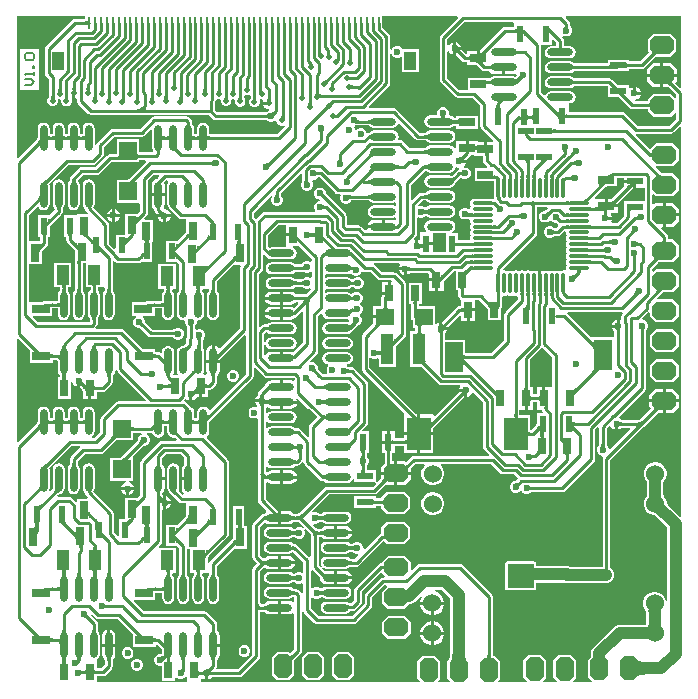
<source format=gtl>
G04*
G04 #@! TF.GenerationSoftware,Altium Limited,Altium Designer,24.10.1 (45)*
G04*
G04 Layer_Physical_Order=1*
G04 Layer_Color=255*
%FSLAX44Y44*%
%MOMM*%
G71*
G04*
G04 #@! TF.SameCoordinates,C031E789-135E-4793-A04E-BF888AAD087F*
G04*
G04*
G04 #@! TF.FilePolarity,Positive*
G04*
G01*
G75*
%ADD14C,0.2000*%
%ADD15C,0.2540*%
%ADD19R,1.4000X0.7000*%
%ADD20R,1.0000X1.5000*%
%ADD21R,0.2500X1.0000*%
%ADD22R,1.5240X2.5400*%
%ADD23O,0.3000X1.8000*%
%ADD24O,1.8000X0.3000*%
%ADD25O,2.2000X0.6000*%
%ADD26R,0.6000X1.4000*%
%ADD27R,1.4000X0.6000*%
%ADD28R,1.1000X2.6000*%
%ADD29R,0.7000X1.4000*%
%ADD30R,1.5000X1.4200*%
%ADD31R,2.0000X2.8000*%
%ADD32R,1.1000X1.7000*%
%ADD33R,1.5240X0.8000*%
%ADD34R,0.8000X1.5240*%
%ADD35R,1.5240X1.5240*%
%ADD36O,0.6000X2.2000*%
%ADD58C,1.0000*%
%ADD59R,2.2500X2.0500*%
G04:AMPARAMS|DCode=60|XSize=2.032mm|YSize=1.524mm|CornerRadius=0mm|HoleSize=0mm|Usage=FLASHONLY|Rotation=90.000|XOffset=0mm|YOffset=0mm|HoleType=Round|Shape=Octagon|*
%AMOCTAGOND60*
4,1,8,0.3810,1.0160,-0.3810,1.0160,-0.7620,0.6350,-0.7620,-0.6350,-0.3810,-1.0160,0.3810,-1.0160,0.7620,-0.6350,0.7620,0.6350,0.3810,1.0160,0.0*
%
%ADD60OCTAGOND60*%

%ADD61C,1.5240*%
G04:AMPARAMS|DCode=62|XSize=2.032mm|YSize=1.524mm|CornerRadius=0mm|HoleSize=0mm|Usage=FLASHONLY|Rotation=180.000|XOffset=0mm|YOffset=0mm|HoleType=Round|Shape=Octagon|*
%AMOCTAGOND62*
4,1,8,-1.0160,0.3810,-1.0160,-0.3810,-0.6350,-0.7620,0.6350,-0.7620,1.0160,-0.3810,1.0160,0.3810,0.6350,0.7620,-0.6350,0.7620,-1.0160,0.3810,0.0*
%
%ADD62OCTAGOND62*%

%ADD63C,0.6000*%
%ADD64C,0.5000*%
G36*
X63313Y-13040D02*
X63288Y-12799D01*
X63211Y-12583D01*
X63082Y-12392D01*
X62902Y-12227D01*
X62671Y-12088D01*
X62388Y-11973D01*
X62054Y-11884D01*
X61668Y-11821D01*
X61231Y-11783D01*
X60743Y-11770D01*
Y-9230D01*
X61231Y-9218D01*
X61668Y-9179D01*
X62054Y-9116D01*
X62388Y-9027D01*
X62671Y-8913D01*
X62902Y-8773D01*
X63082Y-8608D01*
X63211Y-8417D01*
X63288Y-8202D01*
X63313Y-7960D01*
Y-13040D01*
D02*
G37*
G36*
X469778Y-12787D02*
X469803Y-13077D01*
X469845Y-13352D01*
X469903Y-13612D01*
X469977Y-13857D01*
X470069Y-14087D01*
X470177Y-14302D01*
X470301Y-14502D01*
X470442Y-14687D01*
X470600Y-14858D01*
X466400D01*
X466558Y-14687D01*
X466699Y-14502D01*
X466823Y-14302D01*
X466931Y-14087D01*
X467023Y-13857D01*
X467097Y-13612D01*
X467155Y-13352D01*
X467197Y-13077D01*
X467222Y-12787D01*
X467230Y-12482D01*
X469770D01*
X469778Y-12787D01*
D02*
G37*
G36*
X426642Y-20040D02*
X426616Y-19799D01*
X426539Y-19583D01*
X426410Y-19392D01*
X426230Y-19227D01*
X425999Y-19088D01*
X425716Y-18973D01*
X425382Y-18884D01*
X424996Y-18821D01*
X424560Y-18783D01*
X424071Y-18770D01*
Y-16230D01*
X424560Y-16217D01*
X424996Y-16179D01*
X425382Y-16116D01*
X425716Y-16027D01*
X425999Y-15912D01*
X426230Y-15773D01*
X426410Y-15608D01*
X426539Y-15417D01*
X426616Y-15201D01*
X426642Y-14960D01*
Y-20040D01*
D02*
G37*
G36*
X454407Y-13362D02*
X454461Y-13694D01*
X454551Y-14030D01*
X454677Y-14369D01*
X454838Y-14711D01*
X455036Y-15055D01*
X455269Y-15404D01*
X455539Y-15755D01*
X455844Y-16109D01*
X456185Y-16467D01*
Y-20059D01*
X455840Y-19732D01*
X455530Y-19477D01*
X455257Y-19295D01*
X455020Y-19186D01*
X454819Y-19150D01*
X454655Y-19186D01*
X454526Y-19295D01*
X454434Y-19477D01*
X454378Y-19732D01*
X454359Y-20059D01*
X454389Y-13033D01*
X454407Y-13362D01*
D02*
G37*
G36*
X565892Y-64918D02*
X564719Y-65404D01*
X560748Y-61432D01*
X562200Y-59980D01*
Y-56170D01*
X550770D01*
Y-65060D01*
X554909D01*
X555129Y-65244D01*
X561396Y-71511D01*
Y-73566D01*
X560223Y-74053D01*
X556850Y-70680D01*
X542150D01*
X537340Y-75490D01*
Y-76966D01*
X526913D01*
X526809Y-76810D01*
X526904Y-76400D01*
X527404Y-75415D01*
X529138Y-74697D01*
X530697Y-73138D01*
X531470Y-71270D01*
X526000D01*
Y-70000D01*
X524730D01*
Y-64530D01*
X522862Y-65303D01*
X522673Y-65492D01*
X521500Y-65006D01*
Y-63422D01*
X512889D01*
X512826Y-63412D01*
X512658Y-63369D01*
X512473Y-63303D01*
X512268Y-63209D01*
X512043Y-63084D01*
X511800Y-62923D01*
X511539Y-62726D01*
X511403Y-62610D01*
X507336Y-58542D01*
X506254Y-57820D01*
X504978Y-57566D01*
X475882D01*
X475579Y-57548D01*
X475248Y-57510D01*
X475105Y-57295D01*
X473451Y-56190D01*
X471500Y-55802D01*
X455500D01*
X453549Y-56190D01*
X451895Y-57295D01*
X450790Y-58949D01*
X450402Y-60900D01*
X450790Y-62851D01*
X451895Y-64505D01*
X453549Y-65610D01*
X455500Y-65998D01*
X471500D01*
X473451Y-65610D01*
X475105Y-64505D01*
X475244Y-64295D01*
X475969Y-64234D01*
X503500D01*
Y-73422D01*
X511758D01*
X511773Y-73425D01*
X512032Y-73439D01*
X512194Y-73463D01*
X512367Y-73506D01*
X512555Y-73572D01*
X512760Y-73664D01*
X512982Y-73786D01*
X513221Y-73941D01*
X513475Y-74132D01*
X513610Y-74247D01*
X522020Y-82657D01*
X523102Y-83380D01*
X524378Y-83634D01*
X537340D01*
Y-85110D01*
X542150Y-89920D01*
X556850D01*
X560223Y-86547D01*
X561396Y-87033D01*
Y-91889D01*
X555619Y-97666D01*
X528881D01*
X518358Y-87142D01*
X517276Y-86420D01*
X516000Y-86166D01*
X470462D01*
Y-79960D01*
X470462D01*
X470481Y-78698D01*
X471500D01*
X473451Y-78310D01*
X475105Y-77205D01*
X476210Y-75551D01*
X476598Y-73600D01*
X476210Y-71649D01*
X475105Y-69995D01*
X473451Y-68890D01*
X471500Y-68502D01*
X455500D01*
X453549Y-68890D01*
X451895Y-69995D01*
X450951Y-71407D01*
X449561Y-71813D01*
X446834Y-69086D01*
Y-29422D01*
X447180Y-29000D01*
X456422D01*
Y-24874D01*
X457595Y-24388D01*
X460166Y-26959D01*
Y-30402D01*
X455500D01*
X453549Y-30790D01*
X451895Y-31895D01*
X450790Y-33549D01*
X450402Y-35500D01*
X450790Y-37451D01*
X451895Y-39105D01*
X453549Y-40210D01*
X455500Y-40598D01*
X471500D01*
X473451Y-40210D01*
X475105Y-39105D01*
X476210Y-37451D01*
X476598Y-35500D01*
X476210Y-33549D01*
X475105Y-31895D01*
X473451Y-30790D01*
X471500Y-30402D01*
X466834D01*
Y-25578D01*
X466580Y-24302D01*
X465857Y-23220D01*
X464777Y-22140D01*
X465668Y-21239D01*
X467505Y-22000D01*
X469495D01*
X471332Y-21239D01*
X472739Y-19832D01*
X473500Y-17995D01*
Y-16006D01*
X472739Y-14168D01*
X472180Y-13609D01*
X472096Y-13472D01*
X472005Y-13373D01*
X471982Y-13343D01*
X471958Y-13304D01*
X471931Y-13252D01*
X471904Y-13182D01*
X471876Y-13091D01*
X471850Y-12977D01*
X471834Y-12869D01*
Y-11500D01*
X471580Y-10224D01*
X470858Y-9143D01*
X467996Y-6281D01*
X468482Y-5108D01*
X565892D01*
Y-64918D01*
D02*
G37*
G36*
X432533Y-15229D02*
X432588Y-15584D01*
X432679Y-15940D01*
X432807Y-16297D01*
X432971Y-16656D01*
X433172Y-17016D01*
X433410Y-17377D01*
X433684Y-17739D01*
X433994Y-18102D01*
X434341Y-18467D01*
Y-22059D01*
X433994Y-21730D01*
X433684Y-21475D01*
X433410Y-21292D01*
X433172Y-21182D01*
X432971Y-21146D01*
X432807Y-21182D01*
X432679Y-21292D01*
X432588Y-21475D01*
X432533Y-21730D01*
X432515Y-22059D01*
Y-14875D01*
X432533Y-15229D01*
D02*
G37*
G36*
X464782Y-30453D02*
X464821Y-30890D01*
X464884Y-31276D01*
X464973Y-31610D01*
X465087Y-31893D01*
X465227Y-32124D01*
X465392Y-32304D01*
X465583Y-32432D01*
X465798Y-32510D01*
X466040Y-32535D01*
X460960D01*
X461201Y-32510D01*
X461417Y-32432D01*
X461608Y-32304D01*
X461773Y-32124D01*
X461912Y-31893D01*
X462027Y-31610D01*
X462116Y-31276D01*
X462179Y-30890D01*
X462217Y-30453D01*
X462230Y-29965D01*
X464770D01*
X464782Y-30453D01*
D02*
G37*
G36*
X260776Y-34788D02*
X260826Y-35259D01*
X260869Y-35459D01*
X260925Y-35636D01*
X260993Y-35789D01*
X261074Y-35919D01*
X261167Y-36025D01*
X261272Y-36108D01*
X261390Y-36167D01*
X258183Y-37557D01*
X258192Y-37520D01*
X258200Y-37456D01*
X258213Y-37245D01*
X258230Y-35950D01*
X260770Y-34517D01*
X260776Y-34788D01*
D02*
G37*
G36*
X425086Y-33221D02*
X425196Y-33433D01*
X425380Y-33619D01*
X425638Y-33781D01*
X425969Y-33918D01*
X426373Y-34031D01*
X426852Y-34118D01*
X427404Y-34180D01*
X428029Y-34218D01*
X428728Y-34230D01*
Y-36770D01*
X428029Y-36782D01*
X426852Y-36882D01*
X426373Y-36969D01*
X425969Y-37081D01*
X425638Y-37218D01*
X425380Y-37380D01*
X425196Y-37567D01*
X425086Y-37779D01*
X425049Y-38016D01*
Y-32984D01*
X425086Y-33221D01*
D02*
G37*
G36*
X268303Y-35903D02*
X268350Y-36382D01*
X268391Y-36591D01*
X268443Y-36779D01*
X268507Y-36948D01*
X268583Y-37096D01*
X268671Y-37224D01*
X268770Y-37332D01*
X268881Y-37420D01*
X265443Y-38078D01*
X265503Y-37978D01*
X265556Y-37859D01*
X265603Y-37720D01*
X265644Y-37562D01*
X265679Y-37384D01*
X265729Y-36972D01*
X265745Y-36736D01*
X265757Y-36208D01*
X268297Y-35634D01*
X268303Y-35903D01*
D02*
G37*
G36*
X424038Y-10460D02*
Y-14166D01*
X416633D01*
X415357Y-14420D01*
X414275Y-15143D01*
X395270Y-34148D01*
Y-36652D01*
X395570Y-36484D01*
X395931Y-36246D01*
X396294Y-35972D01*
X396657Y-35662D01*
X397022Y-35315D01*
X400614D01*
X400285Y-35662D01*
X400029Y-35972D01*
X399847Y-36246D01*
X399737Y-36484D01*
X399701Y-36685D01*
X399737Y-36849D01*
X399847Y-36977D01*
X400029Y-37068D01*
X400285Y-37123D01*
X400614Y-37141D01*
X395270D01*
Y-40578D01*
X392730D01*
Y-34538D01*
X384460D01*
Y-35949D01*
X383190Y-36475D01*
X379985Y-33270D01*
X377316D01*
X377388Y-33404D01*
X377531Y-33629D01*
X377696Y-33853D01*
X377883Y-34075D01*
X378093Y-34297D01*
X376297Y-36093D01*
X376075Y-35883D01*
X375853Y-35696D01*
X375629Y-35531D01*
X375404Y-35388D01*
X375270Y-35316D01*
Y-37985D01*
X380220Y-42935D01*
X381302Y-43658D01*
X382578Y-43912D01*
X384460D01*
Y-46618D01*
X392748D01*
X392975Y-46788D01*
X393110Y-46902D01*
X396764Y-50557D01*
X397846Y-51280D01*
X399122Y-51534D01*
X403065D01*
X403506Y-52194D01*
X405338Y-53418D01*
X407500Y-53849D01*
X414230D01*
Y-48200D01*
X416770D01*
Y-53849D01*
X423500D01*
X425342Y-53482D01*
X425685Y-53637D01*
X426192Y-54030D01*
X426500Y-54386D01*
Y-54795D01*
X426462Y-54952D01*
X426457Y-55086D01*
X426452Y-55124D01*
X426442Y-55169D01*
X426423Y-55224D01*
X426394Y-55293D01*
X426349Y-55377D01*
X425451Y-56190D01*
X423500Y-55802D01*
X407500D01*
X405549Y-56190D01*
X404270Y-57045D01*
X403000Y-56922D01*
Y-56922D01*
X401011D01*
X400981Y-56916D01*
X400949Y-56922D01*
X385000D01*
Y-67189D01*
X377858D01*
X367834Y-57166D01*
Y-34910D01*
X369104Y-34657D01*
X369303Y-35138D01*
X370862Y-36697D01*
X372730Y-37470D01*
Y-32000D01*
Y-26530D01*
X370862Y-27303D01*
X369303Y-28862D01*
X369104Y-29343D01*
X367834Y-29090D01*
Y-24381D01*
X382611Y-9604D01*
X423123D01*
X424038Y-10460D01*
D02*
G37*
G36*
X286695Y-41075D02*
X286735Y-41559D01*
X286771Y-41773D01*
X286816Y-41968D01*
X286871Y-42144D01*
X286936Y-42302D01*
X287011Y-42441D01*
X287097Y-42562D01*
X287192Y-42663D01*
X283694Y-42772D01*
X283780Y-42668D01*
X283858Y-42545D01*
X283927Y-42403D01*
X283986Y-42243D01*
X284036Y-42065D01*
X284077Y-41868D01*
X284109Y-41653D01*
X284146Y-41167D01*
X284150Y-40897D01*
X286690Y-40805D01*
X286695Y-41075D01*
D02*
G37*
G36*
X387063Y-43118D02*
X387038Y-42877D01*
X386961Y-42661D01*
X386832Y-42470D01*
X386652Y-42305D01*
X386421Y-42165D01*
X386138Y-42051D01*
X385804Y-41962D01*
X385418Y-41899D01*
X384981Y-41861D01*
X384493Y-41848D01*
Y-39308D01*
X384981Y-39295D01*
X385418Y-39257D01*
X385804Y-39194D01*
X386138Y-39105D01*
X386421Y-38990D01*
X386652Y-38851D01*
X386832Y-38686D01*
X386961Y-38495D01*
X387038Y-38279D01*
X387063Y-38038D01*
Y-43118D01*
D02*
G37*
G36*
X398236Y-44063D02*
X397984Y-44117D01*
X397805Y-44207D01*
X397697Y-44332D01*
X397661Y-44494D01*
X397697Y-44692D01*
X397805Y-44925D01*
X397984Y-45194D01*
X398236Y-45500D01*
X398559Y-45841D01*
X394967D01*
X394608Y-45500D01*
X394249Y-45194D01*
X393889Y-44925D01*
X393530Y-44692D01*
X393171Y-44494D01*
X392812Y-44332D01*
X392453Y-44207D01*
X392093Y-44117D01*
X391734Y-44063D01*
X391375Y-44045D01*
X398559D01*
X398236Y-44063D01*
D02*
G37*
G36*
X253736Y-45331D02*
X250453Y-46064D01*
X250507Y-45963D01*
X250534Y-45851D01*
X250534Y-45729D01*
X250507Y-45596D01*
X250452Y-45452D01*
X250371Y-45297D01*
X250263Y-45132D01*
X250128Y-44956D01*
X249966Y-44770D01*
X249777Y-44573D01*
X251882Y-43085D01*
X253736Y-45331D01*
D02*
G37*
G36*
X405951Y-50716D02*
X405914Y-50479D01*
X405803Y-50267D01*
X405620Y-50080D01*
X405362Y-49918D01*
X405031Y-49781D01*
X404626Y-49669D01*
X404148Y-49582D01*
X403596Y-49520D01*
X402971Y-49482D01*
X402272Y-49470D01*
Y-46930D01*
X402971Y-46918D01*
X404148Y-46818D01*
X404626Y-46731D01*
X405031Y-46618D01*
X405362Y-46481D01*
X405620Y-46319D01*
X405803Y-46133D01*
X405914Y-45921D01*
X405951Y-45684D01*
Y-50716D01*
D02*
G37*
G36*
X376504Y-6281D02*
X362142Y-20642D01*
X361420Y-21724D01*
X361166Y-23000D01*
Y-58547D01*
X361420Y-59823D01*
X362142Y-60904D01*
X374119Y-72881D01*
X375201Y-73604D01*
X376477Y-73857D01*
X389142D01*
X395666Y-80381D01*
Y-97500D01*
X395920Y-98776D01*
X396642Y-99858D01*
X406649Y-109864D01*
X406163Y-111038D01*
X401270D01*
Y-117078D01*
X398730D01*
Y-111038D01*
X394040D01*
Y-110304D01*
X385770D01*
Y-116344D01*
X383230D01*
Y-110304D01*
X374960D01*
Y-116336D01*
X373690Y-116721D01*
X373105Y-115845D01*
X371451Y-114740D01*
X369500Y-114352D01*
X353500D01*
X351549Y-114740D01*
X349895Y-115845D01*
X349755Y-116055D01*
X349031Y-116116D01*
X335421D01*
X330128Y-110822D01*
X329046Y-110100D01*
X327770Y-109846D01*
X326792D01*
X326298Y-108923D01*
X326235Y-108576D01*
X326598Y-106750D01*
X326210Y-104799D01*
X325105Y-103145D01*
X323451Y-102040D01*
X321500Y-101652D01*
X305500D01*
X303549Y-102040D01*
X301895Y-103145D01*
X301714Y-103416D01*
X301117D01*
X300762Y-103486D01*
X299728Y-103502D01*
X299132Y-102616D01*
X298739Y-101668D01*
X297332Y-100261D01*
X295495Y-99500D01*
X293505D01*
X291668Y-100261D01*
X290770Y-101159D01*
X289500Y-100633D01*
Y-100505D01*
X288781Y-98770D01*
X289230Y-97500D01*
X289495D01*
X289743Y-97397D01*
X290819Y-97384D01*
X301118D01*
X301421Y-97402D01*
X301751Y-97439D01*
X301895Y-97655D01*
X303549Y-98760D01*
X305500Y-99148D01*
X321500D01*
X323451Y-98760D01*
X325105Y-97655D01*
X326049Y-96243D01*
X327439Y-95837D01*
X340710Y-109108D01*
X341791Y-109830D01*
X343067Y-110084D01*
X349118D01*
X349421Y-110102D01*
X349751Y-110140D01*
X349895Y-110355D01*
X351549Y-111460D01*
X353500Y-111848D01*
X369500D01*
X371451Y-111460D01*
X373105Y-110355D01*
X374210Y-108701D01*
X374598Y-106750D01*
X374210Y-104799D01*
X373105Y-103145D01*
X371451Y-102040D01*
X369500Y-101652D01*
X353500D01*
X351549Y-102040D01*
X349895Y-103145D01*
X349755Y-103355D01*
X349031Y-103416D01*
X344448D01*
X324635Y-83603D01*
X323553Y-82880D01*
X322277Y-82626D01*
X301590D01*
X301103Y-81453D01*
X318623Y-63933D01*
X319346Y-62851D01*
X319600Y-61575D01*
Y-37140D01*
X320870Y-36888D01*
X321261Y-37832D01*
X322668Y-39239D01*
X324505Y-40000D01*
X326495D01*
X328230Y-39281D01*
X329500Y-39731D01*
Y-52000D01*
X343500D01*
Y-33000D01*
X330084D01*
X329739Y-32168D01*
X328332Y-30761D01*
X326495Y-30000D01*
X324505D01*
X322668Y-30761D01*
X321261Y-32168D01*
X320870Y-33112D01*
X319600Y-32860D01*
Y-22425D01*
X319346Y-21149D01*
X318623Y-20067D01*
X312834Y-14278D01*
Y-10500D01*
X312750Y-10078D01*
Y-5108D01*
X376018D01*
X376504Y-6281D01*
D02*
G37*
G36*
X431470Y-58000D02*
X431238Y-58009D01*
X431007Y-58040D01*
X430778Y-58093D01*
X430550Y-58169D01*
X430322Y-58267D01*
X430096Y-58388D01*
X429871Y-58531D01*
X429647Y-58696D01*
X429425Y-58883D01*
X429203Y-59093D01*
X428364Y-58253D01*
X429082Y-59214D01*
X426094Y-62397D01*
X424706Y-58218D01*
X424814Y-58448D01*
X424962Y-58603D01*
X425148Y-58684D01*
X425373Y-58690D01*
X425638Y-58621D01*
X425941Y-58478D01*
X426284Y-58260D01*
X426665Y-57967D01*
X427086Y-57600D01*
X427464Y-57237D01*
X427617Y-57075D01*
X427804Y-56852D01*
X427970Y-56629D01*
X428112Y-56404D01*
X428233Y-56178D01*
X428331Y-55950D01*
X428407Y-55722D01*
X428460Y-55493D01*
X428491Y-55262D01*
X428500Y-55030D01*
X431470Y-58000D01*
D02*
G37*
G36*
X284389Y-55841D02*
X284510Y-55923D01*
X284651Y-55995D01*
X284810Y-56057D01*
X284988Y-56110D01*
X285184Y-56153D01*
X285398Y-56187D01*
X285631Y-56211D01*
X286153Y-56230D01*
Y-58770D01*
X285883Y-58775D01*
X285398Y-58813D01*
X285184Y-58847D01*
X284988Y-58890D01*
X284810Y-58943D01*
X284651Y-59005D01*
X284510Y-59077D01*
X284389Y-59159D01*
X284285Y-59250D01*
Y-55750D01*
X284389Y-55841D01*
D02*
G37*
G36*
X405951Y-63416D02*
X405914Y-63179D01*
X405803Y-62967D01*
X405620Y-62780D01*
X405362Y-62618D01*
X405031Y-62481D01*
X404626Y-62369D01*
X404148Y-62282D01*
X403596Y-62220D01*
X403002Y-62184D01*
X402584Y-62221D01*
X402200Y-62284D01*
X401866Y-62373D01*
X401583Y-62487D01*
X401352Y-62627D01*
X401171Y-62792D01*
X401042Y-62983D01*
X400964Y-63199D01*
X400936Y-63440D01*
X400967Y-58955D01*
X400992Y-59083D01*
X401068Y-59198D01*
X401195Y-59299D01*
X401373Y-59387D01*
X401602Y-59461D01*
X401881Y-59522D01*
X402211Y-59569D01*
X402593Y-59603D01*
X403000Y-59615D01*
X404148Y-59518D01*
X404626Y-59431D01*
X405031Y-59318D01*
X405362Y-59181D01*
X405620Y-59019D01*
X405803Y-58833D01*
X405914Y-58621D01*
X405951Y-58384D01*
Y-63416D01*
D02*
G37*
G36*
X266901Y-60315D02*
X266713Y-60509D01*
X266398Y-60879D01*
X266270Y-61055D01*
X266161Y-61224D01*
X266073Y-61387D01*
X266005Y-61543D01*
X265957Y-61694D01*
X265928Y-61837D01*
X265919Y-61975D01*
X263445Y-59500D01*
X263582Y-59492D01*
X263726Y-59463D01*
X263876Y-59415D01*
X264033Y-59346D01*
X264196Y-59258D01*
X264365Y-59150D01*
X264540Y-59022D01*
X264722Y-58874D01*
X265105Y-58519D01*
X266901Y-60315D01*
D02*
G37*
G36*
X473086Y-58621D02*
X473196Y-58833D01*
X473380Y-59019D01*
X473638Y-59181D01*
X473969Y-59318D01*
X474373Y-59431D01*
X474852Y-59518D01*
X475404Y-59580D01*
X476029Y-59618D01*
X476728Y-59630D01*
Y-62170D01*
X476029Y-62182D01*
X474852Y-62282D01*
X474373Y-62369D01*
X473969Y-62481D01*
X473638Y-62618D01*
X473380Y-62780D01*
X473196Y-62967D01*
X473086Y-63179D01*
X473049Y-63416D01*
Y-58384D01*
X473086Y-58621D01*
D02*
G37*
G36*
X137768Y-62233D02*
X137771Y-62507D01*
X137817Y-63213D01*
X137844Y-63409D01*
X137916Y-63743D01*
X137962Y-63881D01*
X138013Y-64000D01*
X138071Y-64099D01*
X134641Y-63402D01*
X134752Y-63316D01*
X134852Y-63209D01*
X134940Y-63082D01*
X135017Y-62934D01*
X135081Y-62767D01*
X135134Y-62579D01*
X135175Y-62370D01*
X135205Y-62141D01*
X135222Y-61892D01*
X135228Y-61622D01*
X137768Y-62233D01*
D02*
G37*
G36*
X558031Y-60180D02*
X557892Y-60346D01*
X557819Y-60543D01*
X557812Y-60769D01*
X557871Y-61026D01*
X557996Y-61312D01*
X558187Y-61629D01*
X558444Y-61976D01*
X558767Y-62353D01*
X559156Y-62760D01*
X557087Y-64283D01*
X556615Y-63829D01*
X555747Y-63101D01*
X555350Y-62828D01*
X554978Y-62615D01*
X554631Y-62463D01*
X554310Y-62371D01*
X554013Y-62339D01*
X553742Y-62368D01*
X553495Y-62456D01*
X558236Y-60044D01*
X558031Y-60180D01*
D02*
G37*
G36*
X271775Y-63117D02*
X271813Y-63602D01*
X271847Y-63816D01*
X271890Y-64012D01*
X271943Y-64190D01*
X272005Y-64349D01*
X272077Y-64489D01*
X272159Y-64611D01*
X272250Y-64715D01*
X268750D01*
X268841Y-64611D01*
X268923Y-64489D01*
X268995Y-64349D01*
X269057Y-64190D01*
X269110Y-64012D01*
X269153Y-63816D01*
X269187Y-63602D01*
X269211Y-63369D01*
X269230Y-62847D01*
X271770D01*
X271775Y-63117D01*
D02*
G37*
G36*
X199775Y-63617D02*
X199813Y-64102D01*
X199847Y-64316D01*
X199890Y-64512D01*
X199943Y-64690D01*
X200005Y-64849D01*
X200077Y-64989D01*
X200159Y-65111D01*
X200250Y-65215D01*
X196750D01*
X196841Y-65111D01*
X196923Y-64989D01*
X196995Y-64849D01*
X197057Y-64690D01*
X197110Y-64512D01*
X197153Y-64316D01*
X197187Y-64102D01*
X197211Y-63869D01*
X197230Y-63347D01*
X199770D01*
X199775Y-63617D01*
D02*
G37*
G36*
X509898Y-64006D02*
X510261Y-64316D01*
X510623Y-64590D01*
X510984Y-64828D01*
X511344Y-65029D01*
X511703Y-65193D01*
X512060Y-65321D01*
X512416Y-65412D01*
X512771Y-65467D01*
X513125Y-65485D01*
X505941D01*
X506270Y-65467D01*
X506525Y-65412D01*
X506708Y-65321D01*
X506818Y-65193D01*
X506854Y-65029D01*
X506818Y-64828D01*
X506708Y-64590D01*
X506525Y-64316D01*
X506270Y-64006D01*
X505941Y-63659D01*
X509533D01*
X509898Y-64006D01*
D02*
G37*
G36*
X286387Y-62844D02*
X286509Y-62925D01*
X286649Y-62997D01*
X286808Y-63060D01*
X286985Y-63112D01*
X287181Y-63156D01*
X287396Y-63189D01*
X287629Y-63213D01*
X288151Y-63232D01*
Y-65772D01*
X287881Y-65777D01*
X287396Y-65816D01*
X287181Y-65849D01*
X286985Y-65892D01*
X286808Y-65945D01*
X286649Y-66008D01*
X286509Y-66080D01*
X286387Y-66161D01*
X286283Y-66252D01*
Y-62752D01*
X286387Y-62844D01*
D02*
G37*
G36*
X64775Y-66117D02*
X64813Y-66602D01*
X64847Y-66816D01*
X64890Y-67012D01*
X64943Y-67190D01*
X65005Y-67349D01*
X65077Y-67489D01*
X65159Y-67611D01*
X65250Y-67715D01*
X61750D01*
X61841Y-67611D01*
X61923Y-67489D01*
X61995Y-67349D01*
X62057Y-67190D01*
X62110Y-67012D01*
X62153Y-66816D01*
X62187Y-66602D01*
X62211Y-66368D01*
X62230Y-65847D01*
X64770D01*
X64775Y-66117D01*
D02*
G37*
G36*
X52775D02*
X52813Y-66602D01*
X52847Y-66816D01*
X52890Y-67012D01*
X52943Y-67190D01*
X53005Y-67349D01*
X53077Y-67489D01*
X53159Y-67611D01*
X53250Y-67715D01*
X49750D01*
X49841Y-67611D01*
X49923Y-67489D01*
X49995Y-67349D01*
X50057Y-67190D01*
X50110Y-67012D01*
X50153Y-66816D01*
X50187Y-66602D01*
X50211Y-66368D01*
X50230Y-65847D01*
X52770D01*
X52775Y-66117D01*
D02*
G37*
G36*
X88773Y-66119D02*
X88812Y-66604D01*
X88845Y-66819D01*
X88889Y-67015D01*
X88941Y-67192D01*
X89004Y-67351D01*
X89076Y-67492D01*
X89157Y-67614D01*
X89249Y-67717D01*
X85749D01*
X85840Y-67614D01*
X85921Y-67492D01*
X85993Y-67351D01*
X86056Y-67192D01*
X86109Y-67015D01*
X86152Y-66819D01*
X86185Y-66604D01*
X86209Y-66371D01*
X86229Y-65849D01*
X88769D01*
X88773Y-66119D01*
D02*
G37*
G36*
X175775Y-67117D02*
X175813Y-67602D01*
X175847Y-67816D01*
X175890Y-68012D01*
X175943Y-68190D01*
X176005Y-68349D01*
X176077Y-68489D01*
X176159Y-68611D01*
X176250Y-68715D01*
X172750D01*
X172841Y-68611D01*
X172923Y-68489D01*
X172995Y-68349D01*
X173057Y-68190D01*
X173110Y-68012D01*
X173153Y-67816D01*
X173187Y-67602D01*
X173211Y-67369D01*
X173230Y-66847D01*
X175770D01*
X175775Y-67117D01*
D02*
G37*
G36*
X163775D02*
X163813Y-67602D01*
X163847Y-67816D01*
X163890Y-68012D01*
X163943Y-68190D01*
X164005Y-68349D01*
X164077Y-68489D01*
X164159Y-68611D01*
X164250Y-68715D01*
X160750D01*
X160841Y-68611D01*
X160923Y-68489D01*
X160995Y-68349D01*
X161057Y-68190D01*
X161110Y-68012D01*
X161153Y-67816D01*
X161187Y-67602D01*
X161211Y-67369D01*
X161230Y-66847D01*
X163770D01*
X163775Y-67117D01*
D02*
G37*
G36*
X100775D02*
X100813Y-67602D01*
X100847Y-67816D01*
X100890Y-68012D01*
X100943Y-68190D01*
X101005Y-68349D01*
X101077Y-68489D01*
X101159Y-68611D01*
X101250Y-68715D01*
X97750D01*
X97841Y-68611D01*
X97923Y-68489D01*
X97995Y-68349D01*
X98057Y-68190D01*
X98110Y-68012D01*
X98153Y-67816D01*
X98187Y-67602D01*
X98211Y-67369D01*
X98230Y-66847D01*
X100770D01*
X100775Y-67117D01*
D02*
G37*
G36*
X76775D02*
X76813Y-67602D01*
X76847Y-67816D01*
X76890Y-68012D01*
X76943Y-68190D01*
X77005Y-68349D01*
X77077Y-68489D01*
X77159Y-68611D01*
X77250Y-68715D01*
X73750D01*
X73841Y-68611D01*
X73923Y-68489D01*
X73995Y-68349D01*
X74057Y-68190D01*
X74110Y-68012D01*
X74153Y-67816D01*
X74187Y-67602D01*
X74211Y-67369D01*
X74230Y-66847D01*
X76770D01*
X76775Y-67117D01*
D02*
G37*
G36*
X40775D02*
X40813Y-67602D01*
X40847Y-67816D01*
X40890Y-68012D01*
X40943Y-68190D01*
X41005Y-68349D01*
X41077Y-68489D01*
X41159Y-68611D01*
X41250Y-68715D01*
X37750D01*
X37841Y-68611D01*
X37923Y-68489D01*
X37995Y-68349D01*
X38057Y-68190D01*
X38110Y-68012D01*
X38153Y-67816D01*
X38187Y-67602D01*
X38211Y-67369D01*
X38230Y-66847D01*
X40770D01*
X40775Y-67117D01*
D02*
G37*
G36*
X187773Y-67119D02*
X187811Y-67604D01*
X187845Y-67818D01*
X187888Y-68014D01*
X187941Y-68192D01*
X188003Y-68351D01*
X188075Y-68492D01*
X188157Y-68613D01*
X188248Y-68717D01*
X184748D01*
X184839Y-68613D01*
X184921Y-68492D01*
X184993Y-68351D01*
X185055Y-68192D01*
X185108Y-68014D01*
X185151Y-67818D01*
X185185Y-67604D01*
X185209Y-67371D01*
X185228Y-66849D01*
X187768D01*
X187773Y-67119D01*
D02*
G37*
G36*
X124773Y-67119D02*
X124811Y-67604D01*
X124845Y-67819D01*
X124888Y-68015D01*
X124941Y-68192D01*
X125003Y-68351D01*
X125075Y-68492D01*
X125157Y-68614D01*
X125248Y-68717D01*
X121748D01*
X121839Y-68614D01*
X121921Y-68492D01*
X121993Y-68351D01*
X122055Y-68192D01*
X122108Y-68015D01*
X122151Y-67819D01*
X122185Y-67604D01*
X122209Y-67371D01*
X122228Y-66849D01*
X124768D01*
X124773Y-67119D01*
D02*
G37*
G36*
X148779Y-66788D02*
X148828Y-67259D01*
X148872Y-67460D01*
X148927Y-67636D01*
X148996Y-67790D01*
X149076Y-67919D01*
X149169Y-68025D01*
X149275Y-68108D01*
X149392Y-68168D01*
X146184Y-69556D01*
X146193Y-69518D01*
X146201Y-69454D01*
X146215Y-69241D01*
X146232Y-67945D01*
X148772Y-66517D01*
X148779Y-66788D01*
D02*
G37*
G36*
X210776Y-66788D02*
X210826Y-67259D01*
X210869Y-67459D01*
X210925Y-67636D01*
X210993Y-67789D01*
X211073Y-67919D01*
X211166Y-68025D01*
X211272Y-68108D01*
X211390Y-68166D01*
X208183Y-69557D01*
X208192Y-69521D01*
X208200Y-69457D01*
X208213Y-69246D01*
X208230Y-67951D01*
X210770Y-66517D01*
X210776Y-66788D01*
D02*
G37*
G36*
X246315Y-71157D02*
X246353Y-71642D01*
X246387Y-71856D01*
X246430Y-72052D01*
X246483Y-72230D01*
X246545Y-72389D01*
X246617Y-72529D01*
X246699Y-72651D01*
X246790Y-72755D01*
X243290D01*
X243381Y-72651D01*
X243463Y-72529D01*
X243535Y-72389D01*
X243597Y-72230D01*
X243650Y-72052D01*
X243693Y-71856D01*
X243727Y-71642D01*
X243751Y-71409D01*
X243770Y-70887D01*
X246310D01*
X246315Y-71157D01*
D02*
G37*
G36*
X518736Y-71407D02*
X518484Y-71461D01*
X518305Y-71550D01*
X518197Y-71676D01*
X518161Y-71838D01*
X518197Y-72035D01*
X518305Y-72269D01*
X518484Y-72538D01*
X518736Y-72844D01*
X519059Y-73185D01*
X515467D01*
X515108Y-72844D01*
X514748Y-72538D01*
X514389Y-72269D01*
X514030Y-72035D01*
X513671Y-71838D01*
X513312Y-71676D01*
X512952Y-71550D01*
X512593Y-71461D01*
X512234Y-71407D01*
X511875Y-71389D01*
X519059D01*
X518736Y-71407D01*
D02*
G37*
G36*
X258775Y-69617D02*
X258813Y-70102D01*
X258847Y-70316D01*
X258890Y-70512D01*
X258943Y-70690D01*
X259005Y-70849D01*
X259056Y-70949D01*
X259090Y-70958D01*
X259241Y-70988D01*
X259607Y-71033D01*
X260056Y-71061D01*
X260589Y-71070D01*
X261424Y-73610D01*
X261155Y-73616D01*
X260679Y-73665D01*
X260473Y-73707D01*
X260288Y-73762D01*
X260125Y-73828D01*
X259983Y-73907D01*
X259862Y-73998D01*
X259762Y-74101D01*
X259684Y-74217D01*
X258862Y-71215D01*
X255750D01*
X255841Y-71111D01*
X255923Y-70989D01*
X255995Y-70849D01*
X256057Y-70690D01*
X256110Y-70512D01*
X256153Y-70316D01*
X256187Y-70102D01*
X256211Y-69869D01*
X256230Y-69347D01*
X258770D01*
X258775Y-69617D01*
D02*
G37*
G36*
X181775Y-73117D02*
X181813Y-73602D01*
X181847Y-73816D01*
X181890Y-74012D01*
X181943Y-74190D01*
X182005Y-74349D01*
X182077Y-74489D01*
X182159Y-74611D01*
X182250Y-74715D01*
X178750D01*
X178841Y-74611D01*
X178923Y-74489D01*
X178995Y-74349D01*
X179057Y-74190D01*
X179110Y-74012D01*
X179153Y-73816D01*
X179187Y-73602D01*
X179211Y-73369D01*
X179230Y-72847D01*
X181770D01*
X181775Y-73117D01*
D02*
G37*
G36*
X70775D02*
X70813Y-73602D01*
X70847Y-73816D01*
X70890Y-74012D01*
X70943Y-74190D01*
X71005Y-74349D01*
X71077Y-74489D01*
X71159Y-74611D01*
X71250Y-74715D01*
X67750D01*
X67841Y-74611D01*
X67923Y-74489D01*
X67995Y-74349D01*
X68057Y-74190D01*
X68110Y-74012D01*
X68153Y-73816D01*
X68187Y-73602D01*
X68211Y-73369D01*
X68230Y-72847D01*
X70770D01*
X70775Y-73117D01*
D02*
G37*
G36*
X34775D02*
X34813Y-73602D01*
X34847Y-73816D01*
X34890Y-74012D01*
X34943Y-74190D01*
X35005Y-74349D01*
X35077Y-74489D01*
X35159Y-74611D01*
X35250Y-74715D01*
X31750D01*
X31841Y-74611D01*
X31923Y-74489D01*
X31995Y-74349D01*
X32057Y-74190D01*
X32110Y-74012D01*
X32153Y-73816D01*
X32187Y-73602D01*
X32211Y-73369D01*
X32230Y-72847D01*
X34770D01*
X34775Y-73117D01*
D02*
G37*
G36*
X130773Y-73119D02*
X130811Y-73604D01*
X130845Y-73819D01*
X130888Y-74015D01*
X130941Y-74192D01*
X131003Y-74351D01*
X131075Y-74492D01*
X131157Y-74614D01*
X131248Y-74717D01*
X127748D01*
X127839Y-74614D01*
X127921Y-74492D01*
X127993Y-74351D01*
X128055Y-74192D01*
X128108Y-74015D01*
X128151Y-73819D01*
X128185Y-73604D01*
X128209Y-73371D01*
X128228Y-72849D01*
X130768D01*
X130773Y-73119D01*
D02*
G37*
G36*
X46545Y-73347D02*
X46583Y-73832D01*
X46617Y-74047D01*
X46660Y-74243D01*
X46713Y-74420D01*
X46775Y-74579D01*
X46847Y-74720D01*
X46929Y-74841D01*
X47020Y-74945D01*
X43520D01*
X43611Y-74841D01*
X43693Y-74720D01*
X43765Y-74579D01*
X43827Y-74420D01*
X43880Y-74243D01*
X43923Y-74047D01*
X43957Y-73832D01*
X43981Y-73599D01*
X44000Y-73077D01*
X46540D01*
X46545Y-73347D01*
D02*
G37*
G36*
X155543Y-73349D02*
X155581Y-73833D01*
X155615Y-74048D01*
X155658Y-74244D01*
X155711Y-74422D01*
X155773Y-74581D01*
X155845Y-74721D01*
X155927Y-74843D01*
X156018Y-74946D01*
X152518D01*
X152609Y-74843D01*
X152691Y-74721D01*
X152763Y-74581D01*
X152825Y-74422D01*
X152878Y-74244D01*
X152921Y-74048D01*
X152955Y-73833D01*
X152979Y-73600D01*
X152998Y-73078D01*
X155538D01*
X155543Y-73349D01*
D02*
G37*
G36*
X193543Y-73705D02*
X193581Y-74190D01*
X193615Y-74404D01*
X193658Y-74600D01*
X193711Y-74778D01*
X193773Y-74937D01*
X193845Y-75077D01*
X193927Y-75199D01*
X194018Y-75303D01*
X190518Y-75303D01*
X190609Y-75199D01*
X190691Y-75077D01*
X190763Y-74937D01*
X190825Y-74778D01*
X190878Y-74600D01*
X190921Y-74404D01*
X190955Y-74190D01*
X190979Y-73956D01*
X190998Y-73435D01*
X193538Y-73435D01*
X193543Y-73705D01*
D02*
G37*
G36*
X205775Y-74117D02*
X205813Y-74602D01*
X205847Y-74816D01*
X205890Y-75012D01*
X205943Y-75190D01*
X206005Y-75349D01*
X206077Y-75489D01*
X206159Y-75611D01*
X206250Y-75715D01*
X202750D01*
X202841Y-75611D01*
X202923Y-75489D01*
X202995Y-75349D01*
X203057Y-75190D01*
X203110Y-75012D01*
X203153Y-74816D01*
X203187Y-74602D01*
X203211Y-74368D01*
X203230Y-73847D01*
X205770D01*
X205775Y-74117D01*
D02*
G37*
G36*
X118775D02*
X118813Y-74602D01*
X118847Y-74816D01*
X118890Y-75012D01*
X118943Y-75190D01*
X119005Y-75349D01*
X119077Y-75489D01*
X119159Y-75611D01*
X119250Y-75715D01*
X115750D01*
X115841Y-75611D01*
X115923Y-75489D01*
X115995Y-75349D01*
X116057Y-75190D01*
X116110Y-75012D01*
X116153Y-74816D01*
X116187Y-74602D01*
X116211Y-74368D01*
X116230Y-73847D01*
X118770D01*
X118775Y-74117D01*
D02*
G37*
G36*
X82775D02*
X82813Y-74602D01*
X82847Y-74816D01*
X82890Y-75012D01*
X82943Y-75190D01*
X83005Y-75349D01*
X83077Y-75489D01*
X83159Y-75611D01*
X83250Y-75715D01*
X79750D01*
X79841Y-75611D01*
X79923Y-75489D01*
X79995Y-75349D01*
X80057Y-75190D01*
X80110Y-75012D01*
X80153Y-74816D01*
X80187Y-74602D01*
X80211Y-74368D01*
X80230Y-73847D01*
X82770D01*
X82775Y-74117D01*
D02*
G37*
G36*
X106540Y-74079D02*
X106545Y-74350D01*
X106583Y-74835D01*
X106617Y-75049D01*
X106660Y-75245D01*
X106713Y-75423D01*
X106775Y-75582D01*
X106847Y-75722D01*
X106928Y-75844D01*
X107019Y-75948D01*
X103519Y-75946D01*
X103611Y-75842D01*
X103692Y-75720D01*
X103764Y-75580D01*
X103827Y-75421D01*
X103880Y-75243D01*
X103923Y-75047D01*
X103957Y-74833D01*
X103981Y-74600D01*
X104000Y-74078D01*
X106540Y-74079D01*
D02*
G37*
G36*
X143538Y-74552D02*
X143540Y-74831D01*
X143624Y-76037D01*
X143651Y-76160D01*
X143680Y-76260D01*
X143714Y-76339D01*
X140383Y-75263D01*
X140500Y-75191D01*
X140604Y-75096D01*
X140697Y-74980D01*
X140777Y-74842D01*
X140844Y-74682D01*
X140900Y-74499D01*
X140943Y-74295D01*
X140973Y-74069D01*
X140992Y-73821D01*
X140998Y-73551D01*
X143538Y-74552D01*
D02*
G37*
G36*
X94538Y-74553D02*
X94540Y-74832D01*
X94624Y-76038D01*
X94651Y-76160D01*
X94681Y-76261D01*
X94714Y-76339D01*
X91383Y-75263D01*
X91500Y-75191D01*
X91605Y-75096D01*
X91697Y-74980D01*
X91777Y-74842D01*
X91845Y-74681D01*
X91900Y-74499D01*
X91943Y-74295D01*
X91974Y-74069D01*
X91992Y-73821D01*
X91998Y-73551D01*
X94538Y-74553D01*
D02*
G37*
G36*
X217775Y-75117D02*
X217813Y-75602D01*
X217847Y-75816D01*
X217890Y-76013D01*
X217943Y-76190D01*
X218005Y-76349D01*
X218077Y-76490D01*
X218159Y-76611D01*
X218250Y-76715D01*
X214750D01*
X214841Y-76611D01*
X214923Y-76490D01*
X214995Y-76349D01*
X215057Y-76190D01*
X215110Y-76013D01*
X215153Y-75816D01*
X215187Y-75602D01*
X215211Y-75369D01*
X215230Y-74847D01*
X217770D01*
X217775Y-75117D01*
D02*
G37*
G36*
X415743Y-76583D02*
X415388Y-76638D01*
X415032Y-76729D01*
X414675Y-76857D01*
X414316Y-77021D01*
X413956Y-77222D01*
X413595Y-77460D01*
X413233Y-77734D01*
X412869Y-78044D01*
X412505Y-78391D01*
X409680Y-77624D01*
X409863Y-77422D01*
X409988Y-77242D01*
X410056Y-77084D01*
X410066Y-76946D01*
X410018Y-76829D01*
X409912Y-76734D01*
X409749Y-76660D01*
X409528Y-76607D01*
X409249Y-76575D01*
X408913Y-76565D01*
X416097D01*
X415743Y-76583D01*
D02*
G37*
G36*
X252545Y-78496D02*
X252588Y-78978D01*
X252626Y-79190D01*
X252675Y-79384D01*
X252734Y-79557D01*
X252804Y-79712D01*
X252885Y-79848D01*
X252976Y-79964D01*
X253078Y-80061D01*
X249593Y-80383D01*
X249671Y-80278D01*
X249740Y-80154D01*
X249801Y-80012D01*
X249853Y-79852D01*
X249898Y-79672D01*
X249935Y-79475D01*
X249984Y-79025D01*
X249996Y-78772D01*
X250000Y-78500D01*
X252540Y-78227D01*
X252545Y-78496D01*
D02*
G37*
G36*
X197605Y-71500D02*
X199395D01*
X199896Y-71293D01*
X201166Y-72141D01*
Y-74319D01*
X201164Y-74339D01*
X201148Y-74438D01*
X201134Y-74502D01*
X200685Y-74951D01*
X200000Y-76605D01*
Y-78395D01*
X200685Y-80049D01*
X201951Y-81315D01*
X203605Y-82000D01*
X205395D01*
X207049Y-81315D01*
X208315Y-80049D01*
X209000Y-78395D01*
Y-76605D01*
X208761Y-76028D01*
X209301Y-75370D01*
X209711Y-75002D01*
X211211D01*
X211730Y-75584D01*
X212034Y-76111D01*
X211571Y-77230D01*
X216500D01*
Y-79770D01*
X211571D01*
X212227Y-81355D01*
X213645Y-82773D01*
X215497Y-83540D01*
X216504D01*
X216757Y-84810D01*
X215668Y-85261D01*
X215109Y-85820D01*
X214972Y-85904D01*
X214873Y-85995D01*
X214843Y-86018D01*
X214804Y-86042D01*
X214752Y-86069D01*
X214682Y-86096D01*
X214591Y-86124D01*
X214477Y-86150D01*
X214369Y-86166D01*
X172881D01*
X170834Y-84119D01*
Y-77779D01*
X171350Y-77006D01*
X171604Y-75730D01*
Y-75546D01*
X172874Y-74697D01*
X173605Y-75000D01*
X174876D01*
X175607Y-75393D01*
X176000Y-76124D01*
Y-77395D01*
X176685Y-79049D01*
X177951Y-80315D01*
X179605Y-81000D01*
X181395D01*
X183049Y-80315D01*
X184315Y-79049D01*
X185000Y-77395D01*
Y-76127D01*
X185393Y-75395D01*
X186125Y-75002D01*
X186887D01*
X187806Y-76101D01*
X187768Y-76193D01*
Y-77983D01*
X188453Y-79637D01*
X189719Y-80903D01*
X191373Y-81588D01*
X193163D01*
X194817Y-80903D01*
X196083Y-79637D01*
X196768Y-77983D01*
Y-76193D01*
X196083Y-74539D01*
X195634Y-74089D01*
X195620Y-74027D01*
X195608Y-73951D01*
X195602Y-73878D01*
Y-72045D01*
X196872Y-71196D01*
X197605Y-71500D01*
D02*
G37*
G36*
X539404Y-82840D02*
X539378Y-82599D01*
X539301Y-82383D01*
X539172Y-82192D01*
X538992Y-82027D01*
X538761Y-81887D01*
X538478Y-81773D01*
X538144Y-81684D01*
X537758Y-81621D01*
X537322Y-81583D01*
X536833Y-81570D01*
Y-79030D01*
X537322Y-79017D01*
X537758Y-78979D01*
X538144Y-78916D01*
X538478Y-78827D01*
X538761Y-78712D01*
X538992Y-78573D01*
X539172Y-78408D01*
X539301Y-78217D01*
X539378Y-78001D01*
X539404Y-77760D01*
Y-82840D01*
D02*
G37*
G36*
X411861Y-80982D02*
X411899Y-81419D01*
X411962Y-81804D01*
X412051Y-82138D01*
X412165Y-82421D01*
X412305Y-82652D01*
X412470Y-82832D01*
X412661Y-82961D01*
X412877Y-83038D01*
X413118Y-83064D01*
X408038D01*
X408279Y-83038D01*
X408495Y-82961D01*
X408686Y-82832D01*
X408851Y-82652D01*
X408991Y-82421D01*
X409105Y-82138D01*
X409194Y-81804D01*
X409257Y-81419D01*
X409295Y-80982D01*
X409308Y-80493D01*
X411848D01*
X411861Y-80982D01*
D02*
G37*
G36*
X270854Y-78943D02*
X270667Y-79138D01*
X270359Y-79509D01*
X270238Y-79686D01*
X270139Y-79857D01*
X270062Y-80021D01*
X270006Y-80181D01*
X269973Y-80334D01*
X269961Y-80481D01*
X269971Y-80622D01*
X267150Y-80650D01*
X267122Y-83471D01*
X266981Y-83461D01*
X266834Y-83473D01*
X266681Y-83506D01*
X266521Y-83562D01*
X266357Y-83639D01*
X266186Y-83738D01*
X266009Y-83859D01*
X265637Y-84167D01*
X265443Y-84354D01*
X263947Y-82257D01*
X264137Y-82062D01*
X264309Y-81875D01*
X264597Y-81525D01*
X264714Y-81362D01*
X264812Y-81208D01*
X264892Y-81062D01*
X264954Y-80923D01*
X264997Y-80793D01*
X265022Y-80671D01*
X267150Y-80650D01*
X267171Y-78522D01*
X267293Y-78497D01*
X267423Y-78454D01*
X267562Y-78392D01*
X267708Y-78312D01*
X267862Y-78214D01*
X268025Y-78097D01*
X268375Y-77809D01*
X268562Y-77637D01*
X268757Y-77447D01*
X270854Y-78943D01*
D02*
G37*
G36*
X461986Y-92514D02*
X461958Y-92152D01*
X461877Y-91770D01*
X461740Y-91369D01*
X461550Y-90948D01*
X461304Y-90509D01*
X461005Y-90050D01*
X460650Y-89573D01*
X459779Y-88560D01*
X459261Y-88024D01*
X460159Y-85330D01*
X460506Y-85659D01*
X460817Y-85915D01*
X461091Y-86097D01*
X461328Y-86207D01*
X461529Y-86243D01*
X461693Y-86207D01*
X461821Y-86097D01*
X461912Y-85915D01*
X461967Y-85659D01*
X461986Y-85330D01*
Y-92514D01*
D02*
G37*
G36*
X112046Y-82275D02*
X111817Y-82580D01*
X111675Y-82850D01*
X111619Y-83083D01*
X111650Y-83281D01*
X111768Y-83443D01*
X111972Y-83568D01*
X112263Y-83658D01*
X112641Y-83712D01*
X113106Y-83730D01*
X107500Y-86270D01*
X104434Y-83730D01*
X104935Y-83712D01*
X105420Y-83658D01*
X105891Y-83568D01*
X106347Y-83443D01*
X106788Y-83281D01*
X107214Y-83083D01*
X107625Y-82850D01*
X108022Y-82580D01*
X108403Y-82275D01*
X108770Y-81934D01*
X112362D01*
X112046Y-82275D01*
D02*
G37*
G36*
X440142Y-93040D02*
X440116Y-92799D01*
X440039Y-92583D01*
X439910Y-92392D01*
X439730Y-92227D01*
X439499Y-92088D01*
X439216Y-91973D01*
X438882Y-91884D01*
X438497Y-91821D01*
X438060Y-91783D01*
X437750Y-91775D01*
X437441Y-91783D01*
X437004Y-91821D01*
X436618Y-91884D01*
X436284Y-91973D01*
X436001Y-92088D01*
X435770Y-92227D01*
X435590Y-92392D01*
X435461Y-92583D01*
X435384Y-92799D01*
X435359Y-93040D01*
Y-87960D01*
X435384Y-88201D01*
X435461Y-88417D01*
X435590Y-88608D01*
X435770Y-88773D01*
X436001Y-88913D01*
X436284Y-89027D01*
X436618Y-89116D01*
X437004Y-89179D01*
X437441Y-89217D01*
X437750Y-89226D01*
X438060Y-89217D01*
X438497Y-89179D01*
X438882Y-89116D01*
X439216Y-89027D01*
X439499Y-88913D01*
X439730Y-88773D01*
X439910Y-88608D01*
X440039Y-88417D01*
X440116Y-88201D01*
X440142Y-87960D01*
Y-93040D01*
D02*
G37*
G36*
X222593Y-87203D02*
X222383Y-87425D01*
X222195Y-87647D01*
X222030Y-87871D01*
X221888Y-88096D01*
X221767Y-88322D01*
X221669Y-88549D01*
X221593Y-88778D01*
X221540Y-89007D01*
X221509Y-89238D01*
X221500Y-89470D01*
X218530Y-86500D01*
X218762Y-86491D01*
X218993Y-86460D01*
X219222Y-86407D01*
X219450Y-86331D01*
X219678Y-86233D01*
X219904Y-86112D01*
X220129Y-85970D01*
X220352Y-85805D01*
X220575Y-85617D01*
X220797Y-85407D01*
X222593Y-87203D01*
D02*
G37*
G36*
X216358Y-91600D02*
X216187Y-91442D01*
X216002Y-91301D01*
X215802Y-91177D01*
X215587Y-91069D01*
X215357Y-90977D01*
X215112Y-90903D01*
X214852Y-90845D01*
X214577Y-90803D01*
X214287Y-90778D01*
X213982Y-90770D01*
Y-88230D01*
X214287Y-88222D01*
X214577Y-88197D01*
X214852Y-88155D01*
X215112Y-88097D01*
X215357Y-88022D01*
X215587Y-87931D01*
X215802Y-87823D01*
X216002Y-87699D01*
X216187Y-87558D01*
X216358Y-87400D01*
Y-91600D01*
D02*
G37*
G36*
X467884Y-87201D02*
X467961Y-87417D01*
X468090Y-87608D01*
X468270Y-87773D01*
X468501Y-87912D01*
X468784Y-88027D01*
X469118Y-88116D01*
X469504Y-88179D01*
X469941Y-88217D01*
X470429Y-88230D01*
Y-90770D01*
X469941Y-90783D01*
X469504Y-90821D01*
X469118Y-90884D01*
X468784Y-90973D01*
X468501Y-91087D01*
X468270Y-91227D01*
X468090Y-91392D01*
X467961Y-91583D01*
X467884Y-91799D01*
X467859Y-92040D01*
Y-86960D01*
X467884Y-87201D01*
D02*
G37*
G36*
X229770Y-90453D02*
X229815Y-92057D01*
X226610Y-90664D01*
X226728Y-90605D01*
X226833Y-90522D01*
X226926Y-90416D01*
X227007Y-90287D01*
X227075Y-90133D01*
X227131Y-89957D01*
X227174Y-89756D01*
X227205Y-89533D01*
X227224Y-89285D01*
X227230Y-89015D01*
X229770Y-90453D01*
D02*
G37*
G36*
X429486Y-92688D02*
X429468Y-92609D01*
X429417Y-92538D01*
X429331Y-92475D01*
X429211Y-92421D01*
X429056Y-92374D01*
X428867Y-92337D01*
X428643Y-92308D01*
X428093Y-92274D01*
X427767Y-92270D01*
Y-89730D01*
X428093Y-89726D01*
X428867Y-89663D01*
X429056Y-89625D01*
X429211Y-89579D01*
X429331Y-89525D01*
X429417Y-89462D01*
X429468Y-89391D01*
X429486Y-89312D01*
Y-92688D01*
D02*
G37*
G36*
X291479Y-91993D02*
X291568Y-92158D01*
X291684Y-92304D01*
X291828Y-92430D01*
X292001Y-92537D01*
X292202Y-92625D01*
X292431Y-92693D01*
X292688Y-92741D01*
X292973Y-92770D01*
X293287Y-92780D01*
X292869Y-95320D01*
X289400Y-95362D01*
X291419Y-91809D01*
X291479Y-91993D01*
D02*
G37*
G36*
X303951Y-96566D02*
X303914Y-96329D01*
X303804Y-96117D01*
X303620Y-95930D01*
X303362Y-95768D01*
X303031Y-95631D01*
X302626Y-95519D01*
X302148Y-95432D01*
X301596Y-95370D01*
X300971Y-95332D01*
X300272Y-95320D01*
Y-92780D01*
X300971Y-92767D01*
X302148Y-92668D01*
X302626Y-92581D01*
X303031Y-92469D01*
X303362Y-92331D01*
X303620Y-92170D01*
X303804Y-91983D01*
X303914Y-91771D01*
X303951Y-91534D01*
Y-96566D01*
D02*
G37*
G36*
X149632Y-95465D02*
X149730Y-96632D01*
X149815Y-97107D01*
X149925Y-97508D01*
X150060Y-97836D01*
X150219Y-98091D01*
X150402Y-98274D01*
X150610Y-98383D01*
X150842Y-98420D01*
X145857D01*
X146090Y-98383D01*
X146298Y-98274D01*
X146481Y-98091D01*
X146640Y-97836D01*
X146774Y-97508D01*
X146884Y-97107D01*
X146970Y-96632D01*
X147031Y-96085D01*
X147080Y-94771D01*
X149620D01*
X149632Y-95465D01*
D02*
G37*
G36*
X262942Y-101813D02*
X262801Y-101998D01*
X262677Y-102198D01*
X262569Y-102413D01*
X262477Y-102643D01*
X262403Y-102888D01*
X262345Y-103148D01*
X262303Y-103423D01*
X262278Y-103713D01*
X262270Y-104018D01*
X259730D01*
X259722Y-103713D01*
X259697Y-103423D01*
X259655Y-103148D01*
X259597Y-102888D01*
X259522Y-102643D01*
X259431Y-102413D01*
X259323Y-102198D01*
X259199Y-101998D01*
X259058Y-101813D01*
X258900Y-101642D01*
X263100D01*
X262942Y-101813D01*
D02*
G37*
G36*
X456962Y-99701D02*
X457039Y-99917D01*
X457168Y-100108D01*
X457348Y-100273D01*
X457579Y-100413D01*
X457862Y-100527D01*
X458196Y-100616D01*
X458581Y-100679D01*
X459018Y-100717D01*
X459507Y-100730D01*
Y-103270D01*
X459018Y-103283D01*
X458581Y-103321D01*
X458196Y-103384D01*
X457862Y-103473D01*
X457579Y-103588D01*
X457348Y-103727D01*
X457168Y-103892D01*
X457039Y-104083D01*
X456962Y-104299D01*
X456936Y-104540D01*
Y-99460D01*
X456962Y-99701D01*
D02*
G37*
G36*
X61250Y-7166D02*
X52500D01*
X51224Y-7420D01*
X50142Y-8143D01*
X27872Y-30412D01*
X27149Y-31494D01*
X26896Y-32770D01*
Y-53270D01*
X26896Y-53270D01*
X26896Y-53271D01*
X27016Y-53875D01*
X27149Y-54546D01*
X27150Y-54546D01*
X27150Y-54546D01*
X27485Y-55049D01*
X27872Y-55628D01*
X27872Y-55628D01*
X27872Y-55628D01*
X30166Y-57921D01*
Y-73319D01*
X30164Y-73340D01*
X30148Y-73439D01*
X30135Y-73502D01*
X29685Y-73951D01*
X29000Y-75605D01*
Y-77395D01*
X29685Y-79049D01*
X30951Y-80315D01*
X32605Y-81000D01*
X34395D01*
X36049Y-80315D01*
X37315Y-79049D01*
X38000Y-77395D01*
Y-76124D01*
X38393Y-75393D01*
X39124Y-75000D01*
X39741D01*
X40624Y-75717D01*
X40770Y-76173D01*
Y-77625D01*
X41455Y-79279D01*
X42721Y-80545D01*
X44375Y-81230D01*
X46165D01*
X47819Y-80545D01*
X49085Y-79279D01*
X49770Y-77625D01*
Y-75835D01*
X49659Y-75567D01*
X50192Y-74914D01*
X50230Y-74880D01*
Y-69500D01*
X52770D01*
Y-74429D01*
X53110Y-74288D01*
X54166Y-74994D01*
Y-76500D01*
X54420Y-77776D01*
X55143Y-78858D01*
X63643Y-87358D01*
X64724Y-88080D01*
X66000Y-88334D01*
X165619D01*
X169142Y-91858D01*
X170224Y-92580D01*
X171500Y-92834D01*
X214369D01*
X214477Y-92850D01*
X214591Y-92876D01*
X214682Y-92904D01*
X214752Y-92931D01*
X214804Y-92958D01*
X214843Y-92982D01*
X214873Y-93005D01*
X214972Y-93096D01*
X215109Y-93180D01*
X215668Y-93739D01*
X217505Y-94500D01*
X219495D01*
X221332Y-93739D01*
X221730Y-93341D01*
X223000Y-93867D01*
Y-93895D01*
X223685Y-95549D01*
X224951Y-96815D01*
X226605Y-97500D01*
X228395D01*
X229409Y-97080D01*
X230128Y-98157D01*
X223619Y-104666D01*
X166148D01*
Y-100000D01*
X165760Y-98049D01*
X164655Y-96395D01*
X163001Y-95290D01*
X161050Y-94902D01*
X159099Y-95290D01*
X157445Y-96395D01*
X156340Y-98049D01*
X155952Y-100000D01*
Y-104666D01*
X153448D01*
Y-100000D01*
X153060Y-98049D01*
X151955Y-96395D01*
X151745Y-96255D01*
X151684Y-95530D01*
Y-94488D01*
X151430Y-93212D01*
X150707Y-92130D01*
X149220Y-90642D01*
X148138Y-89920D01*
X146862Y-89666D01*
X119762D01*
X118486Y-89920D01*
X117405Y-90642D01*
X107881Y-100166D01*
X84500D01*
X83224Y-100420D01*
X82142Y-101143D01*
X71322Y-111963D01*
X70599Y-113045D01*
X70418Y-113957D01*
X69148Y-113832D01*
Y-100000D01*
X68760Y-98049D01*
X67655Y-96395D01*
X66001Y-95290D01*
X64050Y-94902D01*
X62099Y-95290D01*
X60445Y-96395D01*
X59340Y-98049D01*
X58952Y-100000D01*
Y-104666D01*
X56448D01*
Y-100000D01*
X56060Y-98049D01*
X54955Y-96395D01*
X53301Y-95290D01*
X51350Y-94902D01*
X49399Y-95290D01*
X47745Y-96395D01*
X46640Y-98049D01*
X46252Y-100000D01*
Y-104666D01*
X43748D01*
Y-100000D01*
X43360Y-98049D01*
X42255Y-96395D01*
X40601Y-95290D01*
X38650Y-94902D01*
X36699Y-95290D01*
X35045Y-96395D01*
X33940Y-98049D01*
X33552Y-100000D01*
Y-104666D01*
X31048D01*
Y-100000D01*
X30660Y-98049D01*
X29555Y-96395D01*
X27901Y-95290D01*
X25950Y-94902D01*
X23999Y-95290D01*
X22345Y-96395D01*
X21240Y-98049D01*
X20852Y-100000D01*
Y-107918D01*
X20802Y-108055D01*
X20708Y-108260D01*
X20583Y-108485D01*
X20423Y-108728D01*
X20226Y-108989D01*
X20110Y-109125D01*
X4281Y-124953D01*
X3108Y-124467D01*
Y-5108D01*
X61250D01*
Y-7166D01*
D02*
G37*
G36*
X302889Y-108126D02*
X302871Y-108106D01*
X302818Y-108088D01*
X302729Y-108072D01*
X302605Y-108058D01*
X302021Y-108029D01*
X301117Y-108020D01*
Y-105480D01*
X301454Y-105479D01*
X302871Y-105394D01*
X302889Y-105374D01*
Y-108126D01*
D02*
G37*
G36*
X351951Y-109266D02*
X351914Y-109029D01*
X351804Y-108817D01*
X351620Y-108630D01*
X351362Y-108469D01*
X351031Y-108331D01*
X350626Y-108219D01*
X350148Y-108132D01*
X349596Y-108070D01*
X348971Y-108032D01*
X348272Y-108020D01*
Y-105480D01*
X348971Y-105468D01*
X350148Y-105368D01*
X350626Y-105281D01*
X351031Y-105169D01*
X351362Y-105031D01*
X351620Y-104869D01*
X351804Y-104683D01*
X351914Y-104471D01*
X351951Y-104234D01*
Y-109266D01*
D02*
G37*
G36*
X164040Y-105701D02*
X164117Y-105917D01*
X164246Y-106107D01*
X164426Y-106272D01*
X164657Y-106412D01*
X164940Y-106526D01*
X165274Y-106615D01*
X165660Y-106679D01*
X166097Y-106717D01*
X166585Y-106730D01*
Y-109270D01*
X166097Y-109282D01*
X165660Y-109320D01*
X165274Y-109384D01*
X164940Y-109473D01*
X164657Y-109587D01*
X164426Y-109727D01*
X164246Y-109892D01*
X164117Y-110083D01*
X164040Y-110298D01*
X164014Y-110540D01*
Y-105460D01*
X164040Y-105701D01*
D02*
G37*
G36*
X158085Y-110540D02*
X158060Y-110298D01*
X157982Y-110083D01*
X157854Y-109892D01*
X157674Y-109727D01*
X157443Y-109587D01*
X157160Y-109473D01*
X156826Y-109384D01*
X156440Y-109320D01*
X156003Y-109282D01*
X155515Y-109270D01*
Y-106730D01*
X156003Y-106717D01*
X156440Y-106679D01*
X156826Y-106615D01*
X157160Y-106526D01*
X157443Y-106412D01*
X157674Y-106272D01*
X157854Y-106107D01*
X157982Y-105917D01*
X158060Y-105701D01*
X158085Y-105460D01*
Y-110540D01*
D02*
G37*
G36*
X151340Y-105701D02*
X151417Y-105917D01*
X151546Y-106107D01*
X151726Y-106272D01*
X151957Y-106412D01*
X152240Y-106526D01*
X152574Y-106615D01*
X152960Y-106679D01*
X153397Y-106717D01*
X153885Y-106730D01*
Y-109270D01*
X153397Y-109282D01*
X152960Y-109320D01*
X152574Y-109384D01*
X152240Y-109473D01*
X151957Y-109587D01*
X151726Y-109727D01*
X151546Y-109892D01*
X151417Y-110083D01*
X151340Y-110298D01*
X151314Y-110540D01*
Y-105460D01*
X151340Y-105701D01*
D02*
G37*
G36*
X132685Y-110540D02*
X132660Y-110298D01*
X132582Y-110083D01*
X132454Y-109892D01*
X132274Y-109727D01*
X132043Y-109587D01*
X131760Y-109473D01*
X131426Y-109384D01*
X131040Y-109320D01*
X130603Y-109282D01*
X130115Y-109270D01*
Y-106730D01*
X130603Y-106717D01*
X131040Y-106679D01*
X131426Y-106615D01*
X131760Y-106526D01*
X132043Y-106412D01*
X132274Y-106272D01*
X132454Y-106107D01*
X132582Y-105917D01*
X132660Y-105701D01*
X132685Y-105460D01*
Y-110540D01*
D02*
G37*
G36*
X125940Y-105701D02*
X126017Y-105917D01*
X126146Y-106107D01*
X126326Y-106272D01*
X126557Y-106412D01*
X126840Y-106526D01*
X127174Y-106615D01*
X127560Y-106679D01*
X127997Y-106717D01*
X128485Y-106730D01*
Y-109270D01*
X127997Y-109282D01*
X127560Y-109320D01*
X127174Y-109384D01*
X126840Y-109473D01*
X126557Y-109587D01*
X126326Y-109727D01*
X126146Y-109892D01*
X126017Y-110083D01*
X125940Y-110298D01*
X125914Y-110540D01*
Y-105460D01*
X125940Y-105701D01*
D02*
G37*
G36*
X61085Y-110540D02*
X61059Y-110298D01*
X60982Y-110083D01*
X60854Y-109892D01*
X60674Y-109727D01*
X60442Y-109587D01*
X60160Y-109473D01*
X59826Y-109384D01*
X59440Y-109320D01*
X59003Y-109282D01*
X58515Y-109270D01*
Y-106730D01*
X59003Y-106717D01*
X59440Y-106679D01*
X59826Y-106615D01*
X60160Y-106526D01*
X60442Y-106412D01*
X60674Y-106272D01*
X60854Y-106107D01*
X60982Y-105917D01*
X61059Y-105701D01*
X61085Y-105460D01*
Y-110540D01*
D02*
G37*
G36*
X54340Y-105701D02*
X54417Y-105917D01*
X54546Y-106107D01*
X54726Y-106272D01*
X54957Y-106412D01*
X55240Y-106526D01*
X55574Y-106615D01*
X55960Y-106679D01*
X56396Y-106717D01*
X56885Y-106730D01*
Y-109270D01*
X56396Y-109282D01*
X55960Y-109320D01*
X55574Y-109384D01*
X55240Y-109473D01*
X54957Y-109587D01*
X54726Y-109727D01*
X54546Y-109892D01*
X54417Y-110083D01*
X54340Y-110298D01*
X54314Y-110540D01*
Y-105460D01*
X54340Y-105701D01*
D02*
G37*
G36*
X48385Y-110540D02*
X48359Y-110298D01*
X48282Y-110083D01*
X48154Y-109892D01*
X47974Y-109727D01*
X47742Y-109587D01*
X47460Y-109473D01*
X47126Y-109384D01*
X46740Y-109320D01*
X46303Y-109282D01*
X45815Y-109270D01*
Y-106730D01*
X46303Y-106717D01*
X46740Y-106679D01*
X47126Y-106615D01*
X47460Y-106526D01*
X47742Y-106412D01*
X47974Y-106272D01*
X48154Y-106107D01*
X48282Y-105917D01*
X48359Y-105701D01*
X48385Y-105460D01*
Y-110540D01*
D02*
G37*
G36*
X41640Y-105701D02*
X41717Y-105917D01*
X41846Y-106107D01*
X42026Y-106272D01*
X42257Y-106412D01*
X42540Y-106526D01*
X42874Y-106615D01*
X43260Y-106679D01*
X43696Y-106717D01*
X44185Y-106730D01*
Y-109270D01*
X43696Y-109282D01*
X43260Y-109320D01*
X42874Y-109384D01*
X42540Y-109473D01*
X42257Y-109587D01*
X42026Y-109727D01*
X41846Y-109892D01*
X41717Y-110083D01*
X41640Y-110298D01*
X41614Y-110540D01*
Y-105460D01*
X41640Y-105701D01*
D02*
G37*
G36*
X35685Y-110540D02*
X35659Y-110298D01*
X35582Y-110083D01*
X35454Y-109892D01*
X35274Y-109727D01*
X35042Y-109587D01*
X34760Y-109473D01*
X34425Y-109384D01*
X34040Y-109320D01*
X33603Y-109282D01*
X33115Y-109270D01*
Y-106730D01*
X33603Y-106717D01*
X34040Y-106679D01*
X34425Y-106615D01*
X34760Y-106526D01*
X35042Y-106412D01*
X35274Y-106272D01*
X35454Y-106107D01*
X35582Y-105917D01*
X35659Y-105701D01*
X35685Y-105460D01*
Y-110540D01*
D02*
G37*
G36*
X28940Y-105701D02*
X29017Y-105917D01*
X29146Y-106107D01*
X29326Y-106272D01*
X29557Y-106412D01*
X29840Y-106526D01*
X30174Y-106615D01*
X30559Y-106679D01*
X30996Y-106717D01*
X31485Y-106730D01*
Y-109270D01*
X30996Y-109282D01*
X30559Y-109320D01*
X30174Y-109384D01*
X29840Y-109473D01*
X29557Y-109587D01*
X29326Y-109727D01*
X29146Y-109892D01*
X29017Y-110083D01*
X28940Y-110298D01*
X28914Y-110540D01*
Y-105460D01*
X28940Y-105701D01*
D02*
G37*
G36*
X22985Y-114587D02*
X22967Y-114258D01*
X22912Y-114003D01*
X22821Y-113820D01*
X22693Y-113710D01*
X22528Y-113674D01*
X22327Y-113710D01*
X22090Y-113820D01*
X21816Y-114003D01*
X21506Y-114258D01*
X21158Y-114587D01*
Y-110995D01*
X21506Y-110631D01*
X21816Y-110267D01*
X22090Y-109905D01*
X22327Y-109544D01*
X22528Y-109184D01*
X22693Y-108825D01*
X22821Y-108468D01*
X22912Y-108112D01*
X22967Y-107757D01*
X22985Y-107403D01*
Y-114587D01*
D02*
G37*
G36*
X393063Y-115020D02*
X393082Y-115023D01*
X393519Y-115061D01*
X394007Y-115074D01*
Y-117614D01*
X393519Y-117627D01*
X393082Y-117665D01*
X393063Y-117668D01*
Y-118884D01*
X393038Y-118643D01*
X392961Y-118427D01*
X392832Y-118236D01*
X392652Y-118071D01*
X392421Y-117931D01*
X392250Y-117863D01*
X392079Y-117931D01*
X391848Y-118071D01*
X391668Y-118236D01*
X391539Y-118427D01*
X391462Y-118643D01*
X391437Y-118884D01*
Y-117668D01*
X391418Y-117665D01*
X390981Y-117627D01*
X390493Y-117614D01*
Y-115074D01*
X390981Y-115061D01*
X391418Y-115023D01*
X391437Y-115020D01*
Y-113804D01*
X391462Y-114045D01*
X391539Y-114261D01*
X391668Y-114452D01*
X391848Y-114617D01*
X392079Y-114756D01*
X392250Y-114826D01*
X392421Y-114756D01*
X392652Y-114617D01*
X392832Y-114452D01*
X392961Y-114261D01*
X393038Y-114045D01*
X393063Y-113804D01*
Y-115020D01*
D02*
G37*
G36*
X468940Y-117815D02*
X468799Y-118000D01*
X468674Y-118200D01*
X468566Y-118415D01*
X468475Y-118645D01*
X468400Y-118890D01*
X468342Y-119150D01*
X468301Y-119425D01*
X468276Y-119715D01*
X468268Y-120020D01*
X465728D01*
X465719Y-119715D01*
X465694Y-119425D01*
X465653Y-119150D01*
X465595Y-118890D01*
X465520Y-118645D01*
X465429Y-118415D01*
X465321Y-118200D01*
X465196Y-118000D01*
X465055Y-117815D01*
X464897Y-117645D01*
X469098D01*
X468940Y-117815D01*
D02*
G37*
G36*
X117852Y-101421D02*
Y-116000D01*
X118240Y-117951D01*
X118872Y-118896D01*
X118193Y-120166D01*
X107120D01*
Y-109235D01*
X87880D01*
Y-121871D01*
X81795D01*
X80519Y-122125D01*
X79438Y-122847D01*
X69619Y-132666D01*
X58000D01*
X56724Y-132920D01*
X55642Y-133643D01*
X48992Y-140293D01*
X48270Y-141374D01*
X48016Y-142650D01*
Y-143462D01*
X48002Y-143869D01*
X47963Y-144249D01*
X47745Y-144395D01*
X46640Y-146049D01*
X46252Y-148000D01*
Y-164000D01*
X46640Y-165951D01*
X47745Y-167604D01*
X49399Y-168710D01*
X51350Y-169097D01*
X53301Y-168710D01*
X54955Y-167604D01*
X56060Y-165951D01*
X56448Y-164000D01*
Y-148000D01*
X56060Y-146049D01*
X54955Y-144395D01*
X55490Y-143225D01*
X59381Y-139334D01*
X71000D01*
X72276Y-139080D01*
X73358Y-138357D01*
X83176Y-128539D01*
X91150D01*
X91472Y-128475D01*
X107120D01*
Y-126834D01*
X112155D01*
X112681Y-128104D01*
X98072Y-142713D01*
X97936Y-142829D01*
X97675Y-143026D01*
X97432Y-143186D01*
X97207Y-143312D01*
X97002Y-143406D01*
X96817Y-143472D01*
X96649Y-143515D01*
X96586Y-143525D01*
X87880D01*
Y-162765D01*
X107120D01*
X107845Y-163734D01*
Y-169811D01*
X105404Y-172252D01*
X94500D01*
Y-189872D01*
X86922D01*
Y-201117D01*
X85748Y-201603D01*
X81513Y-197369D01*
Y-181749D01*
X81260Y-180474D01*
X80537Y-179392D01*
X68093Y-166948D01*
X68760Y-165951D01*
X69148Y-164000D01*
Y-148000D01*
X68760Y-146049D01*
X67655Y-144395D01*
X66001Y-143290D01*
X64050Y-142902D01*
X62099Y-143290D01*
X60445Y-144395D01*
X59340Y-146049D01*
X58952Y-148000D01*
Y-164000D01*
X59340Y-165951D01*
X60445Y-167604D01*
X60754Y-167811D01*
X60970Y-168896D01*
X61693Y-169978D01*
X63294Y-171579D01*
X62808Y-172752D01*
X54500D01*
Y-173036D01*
X53422Y-173500D01*
Y-173500D01*
X43422D01*
Y-191500D01*
X45088D01*
Y-194422D01*
X45342Y-195698D01*
X46065Y-196780D01*
X51688Y-202403D01*
X51804Y-202539D01*
X52001Y-202800D01*
X52161Y-203043D01*
X52287Y-203268D01*
X52381Y-203472D01*
X52447Y-203658D01*
X52490Y-203826D01*
X52500Y-203888D01*
Y-206425D01*
X52316Y-207350D01*
Y-236621D01*
X52298Y-236920D01*
X52260Y-237251D01*
X52045Y-237395D01*
X50940Y-239049D01*
X50552Y-241000D01*
Y-257000D01*
X50940Y-258951D01*
X52045Y-260604D01*
X53699Y-261709D01*
X55650Y-262098D01*
X57601Y-261709D01*
X59255Y-260604D01*
X60360Y-258951D01*
X60748Y-257000D01*
Y-241000D01*
X60360Y-239049D01*
X59255Y-237395D01*
X59045Y-237255D01*
X58984Y-236529D01*
Y-214120D01*
X61500D01*
Y-234500D01*
X65666D01*
Y-236311D01*
X65649Y-236568D01*
X65619Y-236811D01*
X64745Y-237395D01*
X63640Y-239049D01*
X63252Y-241000D01*
Y-257000D01*
X63640Y-258951D01*
X64745Y-260604D01*
X64955Y-260744D01*
X65016Y-261468D01*
Y-263666D01*
X20881D01*
X16888Y-259673D01*
X17374Y-258500D01*
X33120D01*
Y-252334D01*
X37852D01*
Y-257000D01*
X38240Y-258951D01*
X39345Y-260604D01*
X40999Y-261709D01*
X42950Y-262098D01*
X44901Y-261709D01*
X46555Y-260604D01*
X47660Y-258951D01*
X48048Y-257000D01*
Y-241000D01*
X47660Y-239049D01*
X46555Y-237395D01*
X46345Y-237255D01*
X46284Y-236529D01*
Y-234500D01*
X49500D01*
Y-213500D01*
X34500D01*
Y-234500D01*
X39616D01*
Y-236621D01*
X39598Y-236920D01*
X39560Y-237251D01*
X39345Y-237395D01*
X38240Y-239049D01*
X37852Y-241000D01*
Y-245666D01*
X27000D01*
X25724Y-245919D01*
X24856Y-246500D01*
X13880D01*
X13834Y-245249D01*
Y-214620D01*
X24500D01*
Y-204389D01*
X24509Y-204326D01*
X24553Y-204159D01*
X24619Y-203973D01*
X24713Y-203768D01*
X24838Y-203543D01*
X24998Y-203300D01*
X25195Y-203040D01*
X25312Y-202903D01*
X28936Y-199279D01*
X29659Y-198198D01*
X29912Y-196922D01*
Y-191500D01*
X31578D01*
Y-182889D01*
X31588Y-182826D01*
X31631Y-182659D01*
X31697Y-182473D01*
X31791Y-182268D01*
X31917Y-182043D01*
X32077Y-181800D01*
X32274Y-181540D01*
X32390Y-181403D01*
X41007Y-172786D01*
X41730Y-171705D01*
X41984Y-170429D01*
Y-168382D01*
X42002Y-168079D01*
X42039Y-167748D01*
X42255Y-167604D01*
X43360Y-165951D01*
X43748Y-164000D01*
Y-148000D01*
X43360Y-146049D01*
X42255Y-144395D01*
X40601Y-143290D01*
X38650Y-142902D01*
X36699Y-143290D01*
X35045Y-144395D01*
X33940Y-146049D01*
X33552Y-148000D01*
Y-164000D01*
X33940Y-165951D01*
X35045Y-167604D01*
X35254Y-167744D01*
X35316Y-168468D01*
Y-169048D01*
X30863Y-173500D01*
X21578D01*
Y-191500D01*
X23244D01*
Y-195380D01*
X13834D01*
Y-172831D01*
X20155Y-166510D01*
X21749Y-166712D01*
X22345Y-167604D01*
X23999Y-168710D01*
X25950Y-169097D01*
X27901Y-168710D01*
X29555Y-167604D01*
X30660Y-165951D01*
X31048Y-164000D01*
Y-148000D01*
X30827Y-146891D01*
X31184Y-146460D01*
X46810Y-130834D01*
X67429D01*
X68705Y-130580D01*
X69786Y-129858D01*
X76037Y-123607D01*
X76760Y-122525D01*
X77013Y-121250D01*
Y-115702D01*
X85881Y-106834D01*
X109262D01*
X110538Y-106580D01*
X111620Y-105857D01*
X116582Y-100895D01*
X117852Y-101421D01*
D02*
G37*
G36*
X138507Y-114851D02*
X138463Y-115107D01*
X138483Y-115391D01*
X138565Y-115704D01*
X138711Y-116044D01*
X138921Y-116412D01*
X139193Y-116809D01*
X139530Y-117233D01*
X139929Y-117686D01*
X140392Y-118166D01*
X138989Y-120355D01*
X138510Y-119894D01*
X137659Y-119184D01*
X137287Y-118937D01*
X136951Y-118760D01*
X136651Y-118654D01*
X136386Y-118620D01*
X136158Y-118657D01*
X135965Y-118764D01*
X135807Y-118943D01*
X138615Y-114623D01*
X138507Y-114851D01*
D02*
G37*
G36*
X125229Y-117586D02*
X125017Y-117696D01*
X124830Y-117880D01*
X124668Y-118138D01*
X124531Y-118469D01*
X124419Y-118873D01*
X124332Y-119352D01*
X124270Y-119903D01*
X124232Y-120529D01*
X124220Y-121228D01*
X121680D01*
X121667Y-120529D01*
X121568Y-119352D01*
X121481Y-118873D01*
X121368Y-118469D01*
X121231Y-118138D01*
X121069Y-117880D01*
X120883Y-117696D01*
X120671Y-117586D01*
X120434Y-117549D01*
X125466D01*
X125229Y-117586D01*
D02*
G37*
G36*
X351951Y-121966D02*
X351914Y-121729D01*
X351804Y-121517D01*
X351620Y-121330D01*
X351362Y-121168D01*
X351031Y-121031D01*
X350626Y-120919D01*
X350148Y-120832D01*
X349596Y-120770D01*
X348971Y-120732D01*
X348272Y-120720D01*
Y-118180D01*
X348971Y-118167D01*
X350148Y-118068D01*
X350626Y-117981D01*
X351031Y-117868D01*
X351362Y-117732D01*
X351620Y-117570D01*
X351804Y-117383D01*
X351914Y-117171D01*
X351951Y-116934D01*
Y-121966D01*
D02*
G37*
G36*
X306147Y-122415D02*
X305955Y-122271D01*
X305730Y-122196D01*
X305473Y-122189D01*
X305181Y-122250D01*
X304857Y-122381D01*
X304499Y-122579D01*
X304108Y-122847D01*
X303684Y-123182D01*
X303227Y-123587D01*
X302737Y-124059D01*
X300920Y-122284D01*
X301400Y-121787D01*
X302153Y-120893D01*
X302426Y-120496D01*
X302630Y-120133D01*
X302766Y-119804D01*
X302832Y-119509D01*
X302830Y-119247D01*
X302758Y-119019D01*
X302618Y-118824D01*
X306147Y-122415D01*
D02*
G37*
G36*
X403299Y-120570D02*
X403083Y-120646D01*
X402892Y-120773D01*
X402727Y-120951D01*
X402587Y-121180D01*
X402473Y-121459D01*
X402384Y-121789D01*
X402321Y-122170D01*
X402283Y-122602D01*
X402270Y-123085D01*
X399730D01*
X399717Y-122602D01*
X399679Y-122170D01*
X399616Y-121789D01*
X399527Y-121459D01*
X399412Y-121180D01*
X399273Y-120951D01*
X399108Y-120773D01*
X398917Y-120646D01*
X398701Y-120570D01*
X398460Y-120545D01*
X403540D01*
X403299Y-120570D01*
D02*
G37*
G36*
X476470Y-122000D02*
X476238Y-122009D01*
X476007Y-122040D01*
X475778Y-122093D01*
X475550Y-122169D01*
X475322Y-122267D01*
X475096Y-122388D01*
X474871Y-122530D01*
X474647Y-122696D01*
X474425Y-122883D01*
X474203Y-123093D01*
X472407Y-121297D01*
X472617Y-121075D01*
X472804Y-120852D01*
X472970Y-120629D01*
X473112Y-120404D01*
X473233Y-120178D01*
X473331Y-119951D01*
X473407Y-119722D01*
X473460Y-119493D01*
X473491Y-119262D01*
X473500Y-119030D01*
X476470Y-122000D01*
D02*
G37*
G36*
X541404Y-124373D02*
X541380Y-124167D01*
X541308Y-123982D01*
X541189Y-123820D01*
X541022Y-123679D01*
X540807Y-123559D01*
X540545Y-123462D01*
X540235Y-123386D01*
X539877Y-123331D01*
X539471Y-123299D01*
X539018Y-123288D01*
Y-120748D01*
X539471Y-120737D01*
X539877Y-120704D01*
X540235Y-120650D01*
X540545Y-120574D01*
X540807Y-120477D01*
X541022Y-120357D01*
X541189Y-120216D01*
X541308Y-120054D01*
X541380Y-119869D01*
X541404Y-119663D01*
Y-124373D01*
D02*
G37*
G36*
X105082Y-121201D02*
X105160Y-121417D01*
X105288Y-121608D01*
X105468Y-121773D01*
X105699Y-121912D01*
X105982Y-122027D01*
X106316Y-122116D01*
X106702Y-122179D01*
X107139Y-122217D01*
X107627Y-122230D01*
Y-124770D01*
X107139Y-124783D01*
X106702Y-124821D01*
X106316Y-124884D01*
X105982Y-124973D01*
X105699Y-125087D01*
X105468Y-125227D01*
X105288Y-125392D01*
X105160Y-125583D01*
X105082Y-125799D01*
X105057Y-126040D01*
Y-120960D01*
X105082Y-121201D01*
D02*
G37*
G36*
X390460Y-123118D02*
X397666D01*
Y-127000D01*
X397920Y-128276D01*
X398642Y-129357D01*
X401437Y-132152D01*
X400911Y-133422D01*
X391000D01*
Y-144422D01*
X402908D01*
X403230Y-144486D01*
X407431D01*
Y-157500D01*
X407634Y-158519D01*
X407583Y-158729D01*
X407282Y-159210D01*
X406914Y-159510D01*
X406610Y-159652D01*
X405500Y-159431D01*
X390500D01*
X389134Y-159703D01*
X387976Y-160476D01*
X387203Y-161634D01*
X386931Y-163000D01*
X387203Y-164365D01*
X387961Y-165500D01*
X387203Y-166634D01*
X387004Y-167636D01*
X385990Y-168105D01*
X385708Y-168137D01*
X385332Y-167761D01*
X383495Y-167000D01*
X381505D01*
X379668Y-167761D01*
X378261Y-169168D01*
X377500Y-171005D01*
Y-172995D01*
X378261Y-174832D01*
X379668Y-176239D01*
X381505Y-177000D01*
X383495D01*
X384464Y-176598D01*
X384653Y-176556D01*
X384772Y-176502D01*
X384847Y-176474D01*
X384922Y-176451D01*
X385237Y-176382D01*
X385345Y-176365D01*
X385759Y-176334D01*
X385993D01*
X387010Y-177604D01*
X386931Y-178000D01*
X387203Y-179366D01*
X387961Y-180500D01*
X387203Y-181634D01*
X386931Y-183000D01*
X387203Y-184365D01*
X387961Y-185500D01*
X387203Y-186634D01*
X386931Y-188000D01*
X387203Y-189366D01*
X387961Y-190500D01*
X387203Y-191635D01*
X386931Y-193000D01*
X387010Y-193396D01*
X385992Y-194666D01*
X376922D01*
Y-188500D01*
X372479D01*
X372094Y-187230D01*
X373105Y-186555D01*
X374210Y-184901D01*
X374598Y-182950D01*
X374210Y-180999D01*
X373105Y-179345D01*
X371451Y-178240D01*
X369500Y-177852D01*
X353500D01*
X351549Y-178240D01*
X349895Y-179345D01*
X348790Y-180999D01*
X348402Y-182950D01*
X348790Y-184901D01*
X349895Y-186555D01*
X350098Y-186690D01*
X349713Y-187960D01*
X344538D01*
Y-193412D01*
X343482Y-194118D01*
X343270Y-194030D01*
Y-199500D01*
X340730D01*
Y-194030D01*
X340306Y-194205D01*
X339586Y-193129D01*
X341357Y-191357D01*
X342080Y-190276D01*
X342334Y-189000D01*
Y-175975D01*
X343604Y-175127D01*
X344505Y-175500D01*
X346495D01*
X348332Y-174739D01*
X349021Y-174050D01*
X349172Y-173949D01*
X349263Y-173857D01*
X349284Y-173840D01*
X349312Y-173822D01*
X349352Y-173800D01*
X349355Y-173799D01*
X349427Y-173815D01*
X349669Y-173885D01*
X349901Y-173969D01*
X350124Y-174068D01*
X350341Y-174182D01*
X350552Y-174314D01*
X350815Y-174502D01*
X350965Y-174569D01*
X351549Y-174960D01*
X353500Y-175348D01*
X369500D01*
X371451Y-174960D01*
X373105Y-173855D01*
X374210Y-172201D01*
X374598Y-170250D01*
X374210Y-168299D01*
X373105Y-166645D01*
X371451Y-165540D01*
X369500Y-165152D01*
X353500D01*
X351549Y-165540D01*
X349895Y-166645D01*
X348571Y-166500D01*
X348332Y-166261D01*
X346495Y-165500D01*
X344505D01*
X343662Y-165850D01*
X342942Y-164773D01*
X346831Y-160884D01*
X349118D01*
X349421Y-160902D01*
X349751Y-160940D01*
X349895Y-161155D01*
X351549Y-162260D01*
X353500Y-162648D01*
X369500D01*
X371451Y-162260D01*
X373105Y-161155D01*
X374210Y-159501D01*
X374598Y-157550D01*
X374210Y-155599D01*
X373105Y-153945D01*
X371451Y-152840D01*
X369500Y-152452D01*
X353500D01*
X351549Y-152840D01*
X349895Y-153945D01*
X349755Y-154155D01*
X349031Y-154216D01*
X345450D01*
X344174Y-154470D01*
X343092Y-155192D01*
X337905Y-160380D01*
X336635Y-159854D01*
Y-147580D01*
X348575Y-135640D01*
X349891Y-135749D01*
X349895Y-135755D01*
X351549Y-136860D01*
X353500Y-137248D01*
X369500D01*
X371451Y-136860D01*
X373105Y-135755D01*
X374210Y-134101D01*
X374359Y-133353D01*
X375806Y-132588D01*
X376898Y-133040D01*
X377562D01*
X377613Y-133071D01*
X378253Y-134310D01*
X378023Y-134633D01*
X377914Y-134683D01*
X376724Y-134920D01*
X375643Y-135642D01*
X371329Y-139956D01*
X371180Y-140086D01*
X369500Y-139752D01*
X353500D01*
X351549Y-140140D01*
X349895Y-141245D01*
X348790Y-142899D01*
X348402Y-144850D01*
X348790Y-146801D01*
X349895Y-148455D01*
X351549Y-149560D01*
X353500Y-149948D01*
X369500D01*
X371451Y-149560D01*
X373105Y-148455D01*
X373918Y-147238D01*
X373948Y-147196D01*
X373953Y-147185D01*
X374210Y-146801D01*
X374232Y-146690D01*
X374332Y-146535D01*
X374446Y-146381D01*
X375198Y-145517D01*
X379072Y-141643D01*
X379668Y-142239D01*
X381505Y-143000D01*
X383495D01*
X385332Y-142239D01*
X386739Y-140832D01*
X387500Y-138995D01*
Y-137005D01*
X386739Y-135168D01*
X385332Y-133761D01*
X383495Y-133000D01*
X382131D01*
X381605Y-131730D01*
X382697Y-130638D01*
X383470Y-128770D01*
X378000D01*
Y-126230D01*
X379760D01*
X378030Y-124500D01*
X378262Y-124491D01*
X378493Y-124460D01*
X378722Y-124407D01*
X378951Y-124331D01*
X379178Y-124233D01*
X379404Y-124112D01*
X379629Y-123970D01*
X379852Y-123805D01*
X380075Y-123617D01*
X380297Y-123407D01*
X382093Y-125203D01*
X381883Y-125425D01*
X381696Y-125647D01*
X381530Y-125871D01*
X381388Y-126096D01*
X381316Y-126230D01*
X383985D01*
X386857Y-123357D01*
X387508Y-122384D01*
X390460D01*
Y-123118D01*
D02*
G37*
G36*
X89913Y-126442D02*
X87373Y-126475D01*
Y-123935D01*
X87860Y-123922D01*
X88295Y-123884D01*
X88680Y-123820D01*
X89013Y-123732D01*
X89296Y-123617D01*
X89527Y-123478D01*
X89708Y-123313D01*
X89838Y-123122D01*
X89916Y-122906D01*
X89944Y-122665D01*
X89913Y-126442D01*
D02*
G37*
G36*
X278278Y-125787D02*
X278303Y-126077D01*
X278345Y-126352D01*
X278403Y-126612D01*
X278477Y-126857D01*
X278569Y-127087D01*
X278677Y-127302D01*
X278801Y-127502D01*
X278942Y-127687D01*
X279100Y-127858D01*
X274900D01*
X275058Y-127687D01*
X275199Y-127502D01*
X275323Y-127302D01*
X275431Y-127087D01*
X275522Y-126857D01*
X275597Y-126612D01*
X275655Y-126352D01*
X275697Y-126077D01*
X275722Y-125787D01*
X275730Y-125482D01*
X278270D01*
X278278Y-125787D01*
D02*
G37*
G36*
X452766Y-126907D02*
X452407Y-126961D01*
X452047Y-127051D01*
X451688Y-127177D01*
X451329Y-127338D01*
X450970Y-127536D01*
X450610Y-127769D01*
X450251Y-128039D01*
X449892Y-128344D01*
X449533Y-128685D01*
X445941D01*
X446264Y-128344D01*
X446515Y-128039D01*
X446695Y-127769D01*
X446803Y-127536D01*
X446839Y-127338D01*
X446803Y-127177D01*
X446695Y-127051D01*
X446515Y-126961D01*
X446264Y-126907D01*
X445941Y-126889D01*
X453125D01*
X452766Y-126907D01*
D02*
G37*
G36*
X438299Y-126914D02*
X438083Y-126991D01*
X437892Y-127118D01*
X437727Y-127295D01*
X437588Y-127524D01*
X437473Y-127803D01*
X437384Y-128134D01*
X437321Y-128515D01*
X437283Y-128946D01*
X437270Y-129429D01*
X434730D01*
X434717Y-128946D01*
X434679Y-128515D01*
X434616Y-128134D01*
X434527Y-127803D01*
X434413Y-127524D01*
X434273Y-127295D01*
X434108Y-127118D01*
X433917Y-126991D01*
X433702Y-126914D01*
X433460Y-126889D01*
X438540D01*
X438299Y-126914D01*
D02*
G37*
G36*
X338858Y-130600D02*
X338687Y-130442D01*
X338502Y-130301D01*
X338302Y-130177D01*
X338087Y-130069D01*
X337857Y-129978D01*
X337612Y-129903D01*
X337352Y-129845D01*
X337077Y-129803D01*
X336787Y-129778D01*
X336482Y-129770D01*
Y-127230D01*
X336787Y-127222D01*
X337077Y-127197D01*
X337352Y-127155D01*
X337612Y-127097D01*
X337857Y-127022D01*
X338087Y-126931D01*
X338302Y-126823D01*
X338502Y-126699D01*
X338687Y-126558D01*
X338858Y-126400D01*
Y-130600D01*
D02*
G37*
G36*
X477358Y-131100D02*
X477187Y-130942D01*
X477002Y-130801D01*
X476802Y-130677D01*
X476587Y-130569D01*
X476357Y-130478D01*
X476112Y-130403D01*
X475852Y-130345D01*
X475577Y-130303D01*
X475287Y-130278D01*
X474982Y-130270D01*
Y-127730D01*
X475287Y-127722D01*
X475577Y-127697D01*
X475852Y-127655D01*
X476112Y-127597D01*
X476357Y-127522D01*
X476587Y-127431D01*
X476802Y-127323D01*
X477002Y-127199D01*
X477187Y-127058D01*
X477358Y-126900D01*
Y-131100D01*
D02*
G37*
G36*
X169358Y-131600D02*
X169187Y-131442D01*
X169002Y-131301D01*
X168802Y-131177D01*
X168587Y-131069D01*
X168357Y-130977D01*
X168112Y-130903D01*
X167852Y-130845D01*
X167577Y-130803D01*
X167287Y-130778D01*
X166982Y-130770D01*
Y-128230D01*
X167287Y-128222D01*
X167577Y-128197D01*
X167852Y-128155D01*
X168112Y-128097D01*
X168357Y-128022D01*
X168587Y-127931D01*
X168802Y-127823D01*
X169002Y-127699D01*
X169187Y-127558D01*
X169358Y-127400D01*
Y-131600D01*
D02*
G37*
G36*
X218593Y-130203D02*
X218383Y-130425D01*
X218195Y-130647D01*
X218030Y-130871D01*
X217888Y-131096D01*
X217767Y-131322D01*
X217669Y-131550D01*
X217593Y-131778D01*
X217540Y-132008D01*
X217509Y-132238D01*
X217500Y-132470D01*
X214530Y-129500D01*
X214762Y-129491D01*
X214993Y-129460D01*
X215222Y-129407D01*
X215450Y-129331D01*
X215678Y-129233D01*
X215904Y-129112D01*
X216129Y-128970D01*
X216353Y-128805D01*
X216575Y-128617D01*
X216797Y-128407D01*
X218593Y-130203D01*
D02*
G37*
G36*
X351951Y-134666D02*
X351914Y-134429D01*
X351804Y-134217D01*
X351620Y-134030D01*
X351362Y-133869D01*
X351031Y-133731D01*
X350626Y-133619D01*
X350148Y-133532D01*
X349596Y-133470D01*
X348971Y-133432D01*
X348272Y-133420D01*
Y-130880D01*
X348971Y-130868D01*
X350148Y-130768D01*
X350626Y-130681D01*
X351031Y-130569D01*
X351362Y-130431D01*
X351620Y-130269D01*
X351804Y-130083D01*
X351914Y-129871D01*
X351951Y-129634D01*
Y-134666D01*
D02*
G37*
G36*
X323086Y-129871D02*
X323196Y-130083D01*
X323380Y-130269D01*
X323638Y-130431D01*
X323969Y-130569D01*
X324374Y-130681D01*
X324852Y-130768D01*
X325404Y-130830D01*
X326029Y-130868D01*
X326728Y-130880D01*
Y-133420D01*
X326029Y-133432D01*
X324852Y-133532D01*
X324374Y-133619D01*
X323969Y-133731D01*
X323638Y-133869D01*
X323380Y-134030D01*
X323196Y-134217D01*
X323086Y-134429D01*
X323049Y-134666D01*
Y-129634D01*
X323086Y-129871D01*
D02*
G37*
G36*
X307447Y-135115D02*
X307196Y-135030D01*
X306921Y-135005D01*
X306622Y-135039D01*
X306299Y-135133D01*
X305951Y-135286D01*
X305580Y-135498D01*
X305185Y-135770D01*
X304766Y-136101D01*
X304322Y-136491D01*
X303855Y-136941D01*
X301392Y-135812D01*
X301842Y-135344D01*
X302523Y-134522D01*
X302755Y-134166D01*
X302914Y-133847D01*
X303001Y-133566D01*
X303015Y-133322D01*
X302957Y-133114D01*
X302826Y-132944D01*
X302623Y-132811D01*
X307447Y-135115D01*
D02*
G37*
G36*
X380063Y-139750D02*
X379981Y-139659D01*
X379870Y-139577D01*
X379733Y-139505D01*
X379568Y-139443D01*
X379375Y-139390D01*
X379155Y-139347D01*
X378908Y-139313D01*
X378330Y-139275D01*
X378000Y-139270D01*
Y-136730D01*
X378330Y-136725D01*
X379155Y-136653D01*
X379375Y-136610D01*
X379568Y-136557D01*
X379733Y-136495D01*
X379870Y-136423D01*
X379981Y-136341D01*
X380063Y-136250D01*
Y-139750D01*
D02*
G37*
G36*
X256313Y-136058D02*
X256498Y-136199D01*
X256698Y-136323D01*
X256913Y-136431D01*
X257143Y-136523D01*
X257388Y-136597D01*
X257648Y-136655D01*
X257923Y-136697D01*
X258213Y-136722D01*
X258518Y-136730D01*
Y-139270D01*
X258213Y-139278D01*
X257923Y-139303D01*
X257648Y-139345D01*
X257388Y-139403D01*
X257143Y-139478D01*
X256913Y-139569D01*
X256698Y-139677D01*
X256498Y-139801D01*
X256313Y-139942D01*
X256142Y-140100D01*
Y-135900D01*
X256313Y-136058D01*
D02*
G37*
G36*
X508746Y-139128D02*
X508576Y-139315D01*
X508460Y-139482D01*
X508398Y-139629D01*
X508390Y-139757D01*
X508435Y-139865D01*
X508534Y-139954D01*
X508686Y-140022D01*
X508893Y-140072D01*
X509153Y-140101D01*
X509467Y-140111D01*
X502375Y-140141D01*
X502730Y-140122D01*
X503086Y-140066D01*
X503443Y-139974D01*
X503801Y-139846D01*
X504160Y-139681D01*
X504519Y-139480D01*
X504880Y-139243D01*
X505241Y-138970D01*
X505604Y-138661D01*
X505967Y-138315D01*
X508746Y-139128D01*
D02*
G37*
G36*
X546875Y-138515D02*
X547668Y-139167D01*
X548046Y-139421D01*
X548411Y-139628D01*
X548764Y-139786D01*
X549104Y-139897D01*
X549433Y-139960D01*
X549748Y-139976D01*
X550051Y-139944D01*
X544037Y-141083D01*
X544300Y-141004D01*
X544483Y-140883D01*
X544588Y-140718D01*
X544615Y-140511D01*
X544562Y-140261D01*
X544431Y-139968D01*
X544221Y-139632D01*
X543932Y-139253D01*
X543564Y-138832D01*
X543117Y-138367D01*
X546459Y-138117D01*
X546875Y-138515D01*
D02*
G37*
G36*
X457384Y-141927D02*
X454616D01*
X454638Y-141872D01*
X454657Y-141775D01*
X454674Y-141636D01*
X454702Y-141235D01*
X454730Y-139500D01*
X457270D01*
X457384Y-141927D01*
D02*
G37*
G36*
X452384D02*
X449616D01*
X449637Y-141869D01*
X449657Y-141764D01*
X449674Y-141611D01*
X449712Y-140869D01*
X449730Y-139216D01*
X452270D01*
X452384Y-141927D01*
D02*
G37*
G36*
X442384D02*
X439616D01*
X439637Y-141869D01*
X439657Y-141764D01*
X439674Y-141611D01*
X439712Y-140869D01*
X439730Y-139216D01*
X442270D01*
X442384Y-141927D01*
D02*
G37*
G36*
X437384D02*
X434616D01*
X434638Y-141869D01*
X434657Y-141764D01*
X434674Y-141611D01*
X434712Y-140869D01*
X434730Y-139216D01*
X437270D01*
X437384Y-141927D01*
D02*
G37*
G36*
X432384D02*
X429616D01*
X429637Y-141869D01*
X429657Y-141764D01*
X429674Y-141611D01*
X429712Y-140869D01*
X429730Y-139216D01*
X432270D01*
X432384Y-141927D01*
D02*
G37*
G36*
X427384D02*
X424616D01*
X424638Y-141869D01*
X424657Y-141764D01*
X424674Y-141611D01*
X424712Y-140869D01*
X424730Y-139216D01*
X427270D01*
X427384Y-141927D01*
D02*
G37*
G36*
X422184Y-139570D02*
X422311Y-141716D01*
X422346Y-141844D01*
X422384Y-141927D01*
X419616D01*
X419621Y-141894D01*
X419625Y-141811D01*
X419642Y-139347D01*
X422182Y-139084D01*
X422184Y-139570D01*
D02*
G37*
G36*
X406964Y-138853D02*
X407043Y-139069D01*
X407172Y-139260D01*
X407353Y-139425D01*
X407584Y-139564D01*
X407867Y-139679D01*
X408200Y-139768D01*
X408585Y-139831D01*
X409020Y-139869D01*
X409507Y-139882D01*
Y-142422D01*
X406967Y-142389D01*
X406936Y-138612D01*
X406964Y-138853D01*
D02*
G37*
G36*
X374223Y-143573D02*
X373900Y-143902D01*
X372854Y-145103D01*
X372654Y-145375D01*
X372325Y-145884D01*
X372197Y-146122D01*
X372094Y-146348D01*
X370388Y-142037D01*
X370508Y-142254D01*
X370667Y-142398D01*
X370865Y-142467D01*
X371101Y-142462D01*
X371376Y-142383D01*
X371690Y-142229D01*
X372042Y-142002D01*
X372433Y-141700D01*
X372863Y-141323D01*
X373331Y-140873D01*
X374223Y-143573D01*
D02*
G37*
G36*
X299225Y-141581D02*
X298650Y-142234D01*
X298417Y-142535D01*
X298219Y-142821D01*
X298057Y-143089D01*
X297932Y-143342D01*
X297842Y-143577D01*
X297788Y-143797D01*
X297770Y-144000D01*
X296500Y-142500D01*
X295602Y-141602D01*
X299566Y-141230D01*
X299225Y-141581D01*
D02*
G37*
G36*
X473358Y-144100D02*
X473187Y-143942D01*
X473002Y-143801D01*
X472802Y-143677D01*
X472587Y-143569D01*
X472357Y-143477D01*
X472112Y-143403D01*
X471852Y-143345D01*
X471577Y-143303D01*
X471287Y-143278D01*
X470982Y-143270D01*
Y-140730D01*
X471287Y-140722D01*
X471577Y-140697D01*
X471852Y-140655D01*
X472112Y-140597D01*
X472357Y-140522D01*
X472587Y-140431D01*
X472802Y-140323D01*
X473002Y-140199D01*
X473187Y-140058D01*
X473358Y-139900D01*
Y-144100D01*
D02*
G37*
G36*
X162322Y-143904D02*
X162405Y-145248D01*
X162430Y-145341D01*
X162460Y-145397D01*
X162493Y-145416D01*
X159607D01*
X159640Y-145397D01*
X159669Y-145341D01*
X159695Y-145248D01*
X159718Y-145117D01*
X159737Y-144950D01*
X159773Y-144222D01*
X159780Y-143550D01*
X162320D01*
X162322Y-143904D01*
D02*
G37*
G36*
X147769Y-142976D02*
X149929Y-145420D01*
X149847Y-145406D01*
X145847Y-146433D01*
X146094Y-146340D01*
X146266Y-146208D01*
X146362Y-146035D01*
X146382Y-145823D01*
X146327Y-145571D01*
X146197Y-145279D01*
X145990Y-144948D01*
X145709Y-144577D01*
X145352Y-144166D01*
X144919Y-143715D01*
X147147Y-142351D01*
X147769Y-142976D01*
D02*
G37*
G36*
X103205Y-144109D02*
X102950Y-144419D01*
X102767Y-144693D01*
X102658Y-144931D01*
X102621Y-145132D01*
X102658Y-145296D01*
X102767Y-145424D01*
X102950Y-145515D01*
X103205Y-145570D01*
X103534Y-145588D01*
X96350D01*
X96704Y-145570D01*
X97059Y-145515D01*
X97415Y-145424D01*
X97772Y-145296D01*
X98131Y-145132D01*
X98491Y-144931D01*
X98852Y-144693D01*
X99214Y-144419D01*
X99578Y-144109D01*
X99942Y-143762D01*
X103534D01*
X103205Y-144109D01*
D02*
G37*
G36*
X52630Y-143424D02*
X52715Y-144524D01*
X52789Y-144971D01*
X52885Y-145349D01*
X53001Y-145658D01*
X53139Y-145899D01*
X53298Y-146071D01*
X53478Y-146174D01*
X53680Y-146208D01*
X49020D01*
X49221Y-146174D01*
X49401Y-146071D01*
X49560Y-145899D01*
X49698Y-145658D01*
X49815Y-145349D01*
X49910Y-144971D01*
X49984Y-144524D01*
X50037Y-144009D01*
X50080Y-142771D01*
X52620D01*
X52630Y-143424D01*
D02*
G37*
G36*
X249010Y-143011D02*
X249040Y-143297D01*
X249090Y-143558D01*
X249159Y-143793D01*
X249249Y-144002D01*
X249358Y-144187D01*
X249488Y-144346D01*
X249637Y-144479D01*
X249806Y-144587D01*
X249996Y-144670D01*
X246204Y-146412D01*
X246253Y-146271D01*
X246296Y-146110D01*
X246335Y-145928D01*
X246396Y-145506D01*
X246437Y-145005D01*
X246460Y-144104D01*
X249000Y-142700D01*
X249010Y-143011D01*
D02*
G37*
G36*
X126777Y-144019D02*
X126331Y-144483D01*
X125663Y-145293D01*
X125441Y-145640D01*
X125294Y-145947D01*
X125221Y-146216D01*
X125223Y-146445D01*
X125299Y-146636D01*
X125450Y-146788D01*
X125676Y-146900D01*
X121452Y-145406D01*
X121592Y-145332D01*
X121773Y-145210D01*
X121996Y-145038D01*
X122570Y-144547D01*
X124742Y-142462D01*
X126777Y-144019D01*
D02*
G37*
G36*
X303951Y-147366D02*
X303914Y-147129D01*
X303804Y-146917D01*
X303620Y-146730D01*
X303362Y-146568D01*
X303031Y-146431D01*
X302626Y-146319D01*
X302148Y-146232D01*
X301596Y-146170D01*
X300971Y-146132D01*
X300272Y-146120D01*
Y-143580D01*
X300971Y-143567D01*
X302148Y-143468D01*
X302626Y-143381D01*
X303031Y-143268D01*
X303362Y-143132D01*
X303620Y-142970D01*
X303804Y-142783D01*
X303914Y-142571D01*
X303951Y-142334D01*
Y-147366D01*
D02*
G37*
G36*
X30200Y-144524D02*
X29758Y-144985D01*
X29078Y-145806D01*
X28841Y-146167D01*
X28674Y-146494D01*
X28574Y-146788D01*
X28544Y-147048D01*
X28582Y-147275D01*
X28689Y-147469D01*
X28865Y-147629D01*
X25175Y-145106D01*
X25378Y-145064D01*
X25598Y-144990D01*
X25832Y-144883D01*
X26082Y-144744D01*
X26347Y-144573D01*
X26628Y-144369D01*
X27235Y-143864D01*
X27904Y-143229D01*
X30200Y-144524D01*
D02*
G37*
G36*
X324206Y-143182D02*
X324398Y-143302D01*
X324668Y-143510D01*
X325438Y-144192D01*
X327172Y-145876D01*
X325872Y-148168D01*
X325421Y-147735D01*
X324641Y-147098D01*
X324311Y-146894D01*
X324022Y-146766D01*
X323773Y-146714D01*
X323564Y-146738D01*
X323396Y-146838D01*
X323267Y-147014D01*
X323179Y-147266D01*
X324094Y-143352D01*
X324054Y-143207D01*
X324092Y-143151D01*
X324206Y-143182D01*
D02*
G37*
G36*
X502266Y-147063D02*
X501907Y-147117D01*
X501547Y-147207D01*
X501188Y-147332D01*
X500829Y-147494D01*
X500470Y-147691D01*
X500111Y-147925D01*
X499751Y-148194D01*
X499392Y-148500D01*
X499033Y-148841D01*
X495441D01*
X495765Y-148500D01*
X496019Y-148194D01*
X496203Y-147925D01*
X496318Y-147691D01*
X496362Y-147494D01*
X496336Y-147332D01*
X496240Y-147207D01*
X496074Y-147117D01*
X495839Y-147063D01*
X495533Y-147045D01*
X502625D01*
X502266Y-147063D01*
D02*
G37*
G36*
X565892Y-98482D02*
Y-428034D01*
X564719Y-428520D01*
X554842Y-418643D01*
X554398Y-418188D01*
X553410Y-417080D01*
X553334Y-416984D01*
Y-416233D01*
X552678Y-413787D01*
X551412Y-411593D01*
X550934Y-411115D01*
X550774Y-408304D01*
Y-400776D01*
X550783Y-400141D01*
X550867Y-398660D01*
X550881Y-398538D01*
X551412Y-398007D01*
X552678Y-395813D01*
X553334Y-393367D01*
Y-390834D01*
X552678Y-388387D01*
X551412Y-386193D01*
X549621Y-384402D01*
X547427Y-383136D01*
X544981Y-382480D01*
X542448D01*
X540001Y-383136D01*
X537807Y-384402D01*
X536016Y-386193D01*
X534750Y-388387D01*
X534094Y-390834D01*
Y-393367D01*
X534750Y-395813D01*
X536016Y-398007D01*
X536494Y-398485D01*
X536654Y-401296D01*
Y-408824D01*
X536646Y-409459D01*
X536562Y-410941D01*
X536547Y-411062D01*
X536016Y-411593D01*
X534750Y-413787D01*
X534094Y-416233D01*
Y-418767D01*
X534750Y-421213D01*
X536016Y-423407D01*
X537807Y-425198D01*
X540001Y-426464D01*
X542448Y-427120D01*
X543124D01*
X545224Y-428995D01*
X553940Y-437711D01*
Y-499811D01*
X552670Y-499978D01*
X552170Y-498115D01*
X550904Y-495921D01*
X549113Y-494130D01*
X546919Y-492864D01*
X544473Y-492208D01*
X541940D01*
X539493Y-492864D01*
X537299Y-494130D01*
X535508Y-495921D01*
X534242Y-498115D01*
X533586Y-500561D01*
Y-503094D01*
X534242Y-505541D01*
X535508Y-507735D01*
X535986Y-508213D01*
X536146Y-511024D01*
Y-518552D01*
X536138Y-519187D01*
X536089Y-520050D01*
X534010Y-520168D01*
X513772D01*
X511945Y-520408D01*
X510242Y-521114D01*
X508780Y-522236D01*
X491608Y-539408D01*
X490485Y-540870D01*
X489780Y-542573D01*
X489540Y-544400D01*
Y-547090D01*
X486980Y-549650D01*
Y-564350D01*
X490349Y-567719D01*
X489863Y-568892D01*
X474237D01*
X473751Y-567719D01*
X476620Y-564850D01*
Y-550150D01*
X471810Y-545340D01*
X462190D01*
X457380Y-550150D01*
Y-564850D01*
X460249Y-567719D01*
X459763Y-568892D01*
X448837D01*
X448351Y-567719D01*
X451220Y-564850D01*
Y-550150D01*
X446410Y-545340D01*
X436790D01*
X431980Y-550150D01*
Y-564850D01*
X434849Y-567719D01*
X434363Y-568892D01*
X411137D01*
X410651Y-567719D01*
X412520Y-565850D01*
Y-551150D01*
X407710Y-546340D01*
X406234D01*
Y-496400D01*
X405980Y-495124D01*
X405257Y-494043D01*
X380858Y-469642D01*
X379776Y-468920D01*
X378500Y-468666D01*
X344500D01*
X343224Y-468920D01*
X342142Y-469642D01*
X337833Y-473952D01*
X336660Y-473466D01*
Y-466690D01*
X331850Y-461880D01*
X317150D01*
X312340Y-466690D01*
Y-468166D01*
X311500D01*
X310224Y-468420D01*
X309142Y-469142D01*
X290103Y-488182D01*
X289380Y-489264D01*
X289126Y-490540D01*
Y-499159D01*
X286128Y-502157D01*
X286118Y-502156D01*
X285854Y-502115D01*
X285602Y-502059D01*
X285360Y-501987D01*
X285126Y-501901D01*
X284899Y-501799D01*
X284676Y-501680D01*
X284457Y-501543D01*
X284187Y-501349D01*
X284037Y-501281D01*
X283451Y-500890D01*
X281500Y-500502D01*
X265500D01*
X263549Y-500890D01*
X261896Y-501995D01*
X260790Y-503649D01*
X260402Y-505600D01*
X260790Y-507551D01*
X261896Y-509205D01*
X263549Y-510310D01*
X265500Y-510698D01*
X281500D01*
X283451Y-510310D01*
X285105Y-509205D01*
X285312Y-508895D01*
X286022Y-508834D01*
X287500D01*
X288776Y-508580D01*
X289858Y-507858D01*
X294818Y-502897D01*
X295540Y-501816D01*
X295794Y-500540D01*
Y-491921D01*
X311168Y-476547D01*
X312690Y-476660D01*
X315023Y-478993D01*
X314537Y-480166D01*
X313000D01*
X311724Y-480420D01*
X310643Y-481143D01*
X298643Y-493143D01*
X297920Y-494224D01*
X297666Y-495500D01*
Y-502119D01*
X287119Y-512666D01*
X258881D01*
X252334Y-506119D01*
Y-497201D01*
X253604Y-496675D01*
X254168Y-497239D01*
X256005Y-498000D01*
X257995D01*
X259832Y-497239D01*
X260440Y-496631D01*
X260586Y-496538D01*
X260622Y-496504D01*
X261896Y-496505D01*
X263549Y-497610D01*
X265500Y-497998D01*
X281500D01*
X283451Y-497610D01*
X285105Y-496505D01*
X286210Y-494851D01*
X286598Y-492900D01*
X286210Y-490949D01*
X285105Y-489295D01*
X283451Y-488190D01*
X281500Y-487802D01*
X265500D01*
X263549Y-488190D01*
X261896Y-489295D01*
X261831Y-489391D01*
X261712Y-489396D01*
X260552Y-489421D01*
X260469Y-489347D01*
X260344Y-489273D01*
X259832Y-488761D01*
X257995Y-488000D01*
X256005D01*
X254168Y-488761D01*
X253604Y-489325D01*
X252334Y-488799D01*
Y-474330D01*
X253604Y-473819D01*
X259742Y-479957D01*
X259870Y-480106D01*
X259852Y-480200D01*
X260282Y-482362D01*
X261506Y-484194D01*
X263339Y-485419D01*
X265500Y-485849D01*
X272230D01*
Y-480200D01*
Y-474552D01*
X265500D01*
X264054Y-474839D01*
X261750Y-472535D01*
X262560Y-471549D01*
X263549Y-472210D01*
X265500Y-472598D01*
X281500D01*
X283451Y-472210D01*
X285105Y-471105D01*
X285245Y-470895D01*
X285969Y-470834D01*
X291000D01*
X292276Y-470580D01*
X293358Y-469858D01*
X313873Y-449342D01*
X316650Y-452120D01*
X331350D01*
X336160Y-447310D01*
Y-437690D01*
X331350Y-432880D01*
X316650D01*
X311840Y-437690D01*
Y-442508D01*
X311585Y-442559D01*
X310503Y-443282D01*
X297756Y-456029D01*
X296500Y-455489D01*
Y-454005D01*
X295739Y-452168D01*
X294332Y-450761D01*
X292495Y-450000D01*
X290505D01*
X288668Y-450761D01*
X288201Y-451228D01*
X288091Y-451291D01*
X287987Y-451381D01*
X287950Y-451408D01*
X287903Y-451436D01*
X287841Y-451465D01*
X287763Y-451494D01*
X287663Y-451524D01*
X287541Y-451550D01*
X287430Y-451566D01*
X285937D01*
X285641Y-451548D01*
X285316Y-451511D01*
X285105Y-451195D01*
X283451Y-450090D01*
X281500Y-449702D01*
X265500D01*
X263549Y-450090D01*
X261896Y-451195D01*
X260790Y-452849D01*
X260402Y-454800D01*
X260790Y-456751D01*
X261896Y-458405D01*
X263549Y-459510D01*
X265500Y-459898D01*
X281500D01*
X283451Y-459510D01*
X284037Y-459119D01*
X284187Y-459050D01*
X284457Y-458857D01*
X284676Y-458720D01*
X284899Y-458601D01*
X285126Y-458499D01*
X285360Y-458413D01*
X285602Y-458341D01*
X285854Y-458285D01*
X286118Y-458244D01*
X286227Y-458234D01*
X287314D01*
X287418Y-458250D01*
X287525Y-458275D01*
X287607Y-458301D01*
X287668Y-458326D01*
X287711Y-458349D01*
X287741Y-458369D01*
X287764Y-458387D01*
X287856Y-458479D01*
X288007Y-458578D01*
X288668Y-459239D01*
X290505Y-460000D01*
X291989D01*
X292529Y-461256D01*
X289619Y-464166D01*
X285883D01*
X285579Y-464148D01*
X285249Y-464111D01*
X285105Y-463895D01*
X283451Y-462790D01*
X281500Y-462402D01*
X265500D01*
X263549Y-462790D01*
X261896Y-463895D01*
X260790Y-465549D01*
X260402Y-467500D01*
X260790Y-469451D01*
X261451Y-470440D01*
X260465Y-471250D01*
X258934Y-469719D01*
Y-445609D01*
X258954Y-445498D01*
X258965Y-445465D01*
X258998Y-445454D01*
X259109Y-445434D01*
X261065D01*
X261506Y-446094D01*
X263339Y-447319D01*
X265500Y-447749D01*
X272230D01*
Y-442100D01*
Y-436451D01*
X265500D01*
X263339Y-436881D01*
X261506Y-438106D01*
X261067Y-438763D01*
X261032Y-438766D01*
X258216D01*
X257984Y-438740D01*
X257672Y-438681D01*
X257376Y-438599D01*
X257093Y-438495D01*
X256820Y-438369D01*
X256553Y-438217D01*
X256290Y-438039D01*
X256108Y-437893D01*
X253796Y-435581D01*
X254494Y-434517D01*
X254511Y-434500D01*
X256495D01*
X258332Y-433739D01*
X258993Y-433078D01*
X259144Y-432979D01*
X259236Y-432887D01*
X259259Y-432869D01*
X259289Y-432849D01*
X259332Y-432826D01*
X259393Y-432801D01*
X259475Y-432775D01*
X259582Y-432750D01*
X259686Y-432734D01*
X261118D01*
X261421Y-432752D01*
X261752Y-432789D01*
X261896Y-433005D01*
X263549Y-434110D01*
X265500Y-434498D01*
X281500D01*
X283451Y-434110D01*
X285105Y-433005D01*
X286210Y-431351D01*
X286598Y-429400D01*
X286210Y-427449D01*
X285105Y-425795D01*
X283451Y-424690D01*
X281500Y-424302D01*
X265500D01*
X263549Y-424690D01*
X261896Y-425795D01*
X261756Y-426005D01*
X261032Y-426066D01*
X259571D01*
X259459Y-426050D01*
X259337Y-426024D01*
X259237Y-425995D01*
X259159Y-425965D01*
X259097Y-425936D01*
X259050Y-425908D01*
X259013Y-425881D01*
X258909Y-425791D01*
X258799Y-425728D01*
X258332Y-425261D01*
X256495Y-424500D01*
X254505D01*
X254174Y-424637D01*
X253454Y-423561D01*
X267181Y-409834D01*
X306000D01*
X307276Y-409580D01*
X308358Y-408857D01*
X315868Y-401348D01*
X316380Y-401860D01*
X322730D01*
Y-392970D01*
X311300D01*
Y-396485D01*
X308259Y-399525D01*
X307000Y-398989D01*
Y-389500D01*
X299412D01*
Y-385609D01*
X299428Y-385499D01*
X299454Y-385382D01*
X299482Y-385288D01*
X299511Y-385215D01*
X299538Y-385159D01*
X299564Y-385117D01*
X299589Y-385084D01*
X299679Y-384984D01*
X299756Y-384855D01*
X300279Y-384332D01*
X301040Y-382495D01*
Y-380505D01*
X300279Y-378668D01*
X299756Y-378145D01*
X299679Y-378016D01*
X299589Y-377916D01*
X299564Y-377883D01*
X299538Y-377841D01*
X299511Y-377785D01*
X299482Y-377713D01*
X299454Y-377618D01*
X299428Y-377500D01*
X299412Y-377391D01*
Y-374500D01*
X301078D01*
Y-356500D01*
X296295D01*
X295809Y-355327D01*
X299858Y-351278D01*
X300580Y-350196D01*
X300834Y-348921D01*
Y-316000D01*
X300580Y-314724D01*
X299858Y-313643D01*
X289117Y-302902D01*
X288036Y-302180D01*
X286760Y-301926D01*
X284234D01*
X284140Y-301910D01*
X284049Y-301887D01*
X283984Y-301865D01*
X283944Y-301847D01*
X283921Y-301834D01*
X283910Y-301826D01*
X283903Y-301819D01*
X283823Y-301730D01*
X283729Y-301657D01*
X282889Y-300818D01*
X282948Y-300151D01*
X283198Y-299509D01*
X284951Y-299160D01*
X286605Y-298055D01*
X287710Y-296401D01*
X288098Y-294450D01*
X287710Y-292499D01*
X286605Y-290845D01*
X284951Y-289740D01*
X283000Y-289352D01*
X267000D01*
X265049Y-289740D01*
X263396Y-290845D01*
X262290Y-292499D01*
X261902Y-294450D01*
X262290Y-296401D01*
X263396Y-298055D01*
X265049Y-299160D01*
X266654Y-299479D01*
X267071Y-300362D01*
X267111Y-300818D01*
X266261Y-301668D01*
X265500Y-303505D01*
Y-305495D01*
X266087Y-306912D01*
X265452Y-308182D01*
X262897D01*
X261858Y-307143D01*
X261857Y-307142D01*
X258279Y-303564D01*
X258214Y-303476D01*
X258151Y-303377D01*
X258106Y-303293D01*
X258076Y-303224D01*
X258058Y-303169D01*
X258048Y-303124D01*
X258043Y-303086D01*
X258038Y-302952D01*
X258000Y-302795D01*
Y-302005D01*
X257239Y-300168D01*
X255832Y-298761D01*
X253995Y-298000D01*
X252432D01*
X251835Y-296801D01*
X257588Y-291048D01*
X258310Y-289966D01*
X258564Y-288690D01*
Y-258651D01*
X260667Y-256549D01*
X262028Y-256983D01*
X262290Y-258301D01*
X263396Y-259955D01*
X265049Y-261060D01*
X267000Y-261448D01*
X283000D01*
X283748Y-261299D01*
X284752Y-262092D01*
X284822Y-263197D01*
X283858Y-264123D01*
X283000Y-263952D01*
X267000D01*
X265049Y-264340D01*
X263396Y-265445D01*
X262290Y-267099D01*
X261902Y-269050D01*
X262290Y-271001D01*
X263396Y-272655D01*
X265049Y-273760D01*
X267000Y-274148D01*
X283000D01*
X284951Y-273760D01*
X286605Y-272655D01*
X287095Y-271922D01*
X287114Y-271908D01*
X289721Y-268994D01*
X291120Y-267595D01*
X291617Y-267154D01*
X292001Y-266848D01*
X292101Y-266778D01*
X292151Y-266747D01*
X292226Y-266710D01*
X292326Y-266632D01*
X292962Y-266369D01*
X294369Y-264962D01*
X295130Y-263124D01*
Y-261135D01*
X294369Y-259298D01*
X293729Y-258657D01*
X293830Y-257241D01*
X295237Y-255834D01*
X295998Y-253997D01*
Y-252008D01*
X295237Y-250170D01*
X294078Y-249011D01*
X293931Y-248249D01*
X294079Y-247492D01*
X295239Y-246332D01*
X296000Y-244495D01*
Y-242505D01*
X295239Y-240668D01*
X293832Y-239261D01*
X291995Y-238500D01*
X290005D01*
X288168Y-239261D01*
X287816Y-239613D01*
X286605Y-240045D01*
X284951Y-238940D01*
X283000Y-238552D01*
X267000D01*
X265334Y-238884D01*
X264064Y-238187D01*
Y-236413D01*
X265334Y-235717D01*
X267000Y-236048D01*
X283000D01*
X284951Y-235660D01*
X286605Y-234555D01*
X286745Y-234346D01*
X287469Y-234284D01*
X287841D01*
X287947Y-234301D01*
X288058Y-234326D01*
X288144Y-234353D01*
X288209Y-234379D01*
X288257Y-234404D01*
X288292Y-234426D01*
X288318Y-234447D01*
X288414Y-234538D01*
X288560Y-234631D01*
X289168Y-235239D01*
X291005Y-236000D01*
X292995D01*
X294832Y-235239D01*
X296239Y-233832D01*
X297000Y-231995D01*
Y-230005D01*
X296239Y-228168D01*
X294832Y-226761D01*
X292995Y-226000D01*
X291005D01*
X289168Y-226761D01*
X288656Y-227273D01*
X288531Y-227347D01*
X288430Y-227438D01*
X288396Y-227463D01*
X288353Y-227489D01*
X288296Y-227517D01*
X288222Y-227546D01*
X288127Y-227574D01*
X288008Y-227600D01*
X287898Y-227616D01*
X287383D01*
X287080Y-227598D01*
X286749Y-227561D01*
X286605Y-227345D01*
X284951Y-226240D01*
X283000Y-225852D01*
X267000D01*
X265334Y-226184D01*
X264064Y-225487D01*
Y-223713D01*
X265334Y-223017D01*
X267000Y-223348D01*
X283000D01*
X284951Y-222960D01*
X286004Y-222257D01*
X286259Y-222334D01*
X287666Y-223741D01*
X289503Y-224502D01*
X291492D01*
X293330Y-223741D01*
X294737Y-222334D01*
X295039Y-221604D01*
X296611Y-221127D01*
X296782Y-221240D01*
X298057Y-221494D01*
X302779D01*
X308643Y-227358D01*
X309724Y-228080D01*
X311000Y-228334D01*
X320384D01*
X320640Y-228690D01*
X319989Y-229960D01*
X319848D01*
Y-239500D01*
X318578D01*
Y-240770D01*
X312538D01*
Y-240976D01*
X312120Y-241602D01*
X311866Y-242878D01*
Y-249860D01*
X305160D01*
Y-258230D01*
X315200D01*
Y-260770D01*
X305160D01*
Y-264806D01*
X305055Y-264930D01*
X296143Y-273842D01*
X295420Y-274924D01*
X295166Y-276200D01*
Y-303500D01*
X295420Y-304776D01*
X296143Y-305858D01*
X331336Y-341051D01*
X330960Y-341960D01*
X330960D01*
Y-357230D01*
X342230D01*
Y-344563D01*
X335941D01*
X336270Y-344545D01*
X336525Y-344490D01*
X336708Y-344399D01*
X336818Y-344271D01*
X336854Y-344107D01*
X336818Y-343906D01*
X336708Y-343669D01*
X336525Y-343395D01*
X336270Y-343084D01*
X335941Y-342737D01*
X339533D01*
X339898Y-343084D01*
X340261Y-343395D01*
X340623Y-343669D01*
X340984Y-343906D01*
X341344Y-344107D01*
X341703Y-344271D01*
X342060Y-344399D01*
X342230Y-344443D01*
Y-341960D01*
X341745D01*
X341540Y-341805D01*
X341403Y-341688D01*
X301834Y-302119D01*
Y-294564D01*
X303007Y-294079D01*
X303168Y-294239D01*
X305005Y-295000D01*
X306995D01*
X308230Y-294488D01*
X309498Y-295229D01*
X309500Y-295232D01*
Y-301500D01*
X324500D01*
Y-284389D01*
X324510Y-284326D01*
X324553Y-284158D01*
X324619Y-283972D01*
X324713Y-283767D01*
X324839Y-283543D01*
X324999Y-283300D01*
X325196Y-283039D01*
X325312Y-282903D01*
X331857Y-276357D01*
X332580Y-275276D01*
X332834Y-274000D01*
Y-232000D01*
X332580Y-230724D01*
X331857Y-229643D01*
X324857Y-222642D01*
X323776Y-221920D01*
X322500Y-221666D01*
X312381D01*
X306518Y-215802D01*
X305609Y-215195D01*
X305629Y-214500D01*
X305820Y-213925D01*
X327174D01*
X327700Y-215195D01*
X327303Y-215592D01*
X326530Y-217460D01*
X332000D01*
Y-218730D01*
X333270D01*
Y-224200D01*
X335138Y-223427D01*
X336501Y-222064D01*
X351505D01*
X352318Y-222877D01*
X352538Y-223113D01*
Y-226730D01*
X358578D01*
Y-228000D01*
X359848D01*
Y-237540D01*
X364618D01*
Y-229167D01*
X364774Y-228961D01*
X364890Y-228825D01*
X373221Y-220494D01*
X374922D01*
Y-237000D01*
X377166D01*
Y-241500D01*
X377420Y-242776D01*
X378143Y-243858D01*
X378642Y-244357D01*
X379538Y-244956D01*
Y-250166D01*
X378000D01*
X376724Y-250420D01*
X375643Y-251143D01*
X363270Y-263515D01*
Y-266184D01*
X363404Y-266112D01*
X363629Y-265970D01*
X363853Y-265805D01*
X364075Y-265617D01*
X364297Y-265407D01*
X366093Y-267203D01*
X365883Y-267425D01*
X365695Y-267647D01*
X365531Y-267871D01*
X365388Y-268096D01*
X365316Y-268230D01*
X367985D01*
X378268Y-257947D01*
X379538Y-258473D01*
Y-263040D01*
X384308D01*
Y-253500D01*
X385578D01*
Y-252230D01*
X391618D01*
Y-245334D01*
X394541D01*
X401108Y-251901D01*
X401224Y-252037D01*
X401420Y-252296D01*
X401580Y-252539D01*
X401705Y-252764D01*
X401800Y-252970D01*
X401867Y-253157D01*
X401911Y-253328D01*
X401922Y-253399D01*
Y-262500D01*
X412922D01*
Y-252715D01*
X413358Y-252280D01*
X414080Y-251198D01*
X414334Y-249922D01*
Y-243008D01*
X415604Y-241990D01*
X416000Y-242069D01*
X417365Y-241797D01*
X418500Y-241039D01*
X419634Y-241797D01*
X421000Y-242069D01*
X422366Y-241797D01*
X423500Y-241039D01*
X424635Y-241797D01*
X426000Y-242069D01*
X426396Y-241990D01*
X427666Y-243008D01*
Y-244619D01*
X417142Y-255142D01*
X416420Y-256224D01*
X416166Y-257500D01*
Y-279119D01*
X405119Y-290166D01*
X383120D01*
Y-278800D01*
X365944D01*
Y-273391D01*
X366697Y-272638D01*
X367470Y-270770D01*
X362000D01*
Y-269500D01*
X360730D01*
Y-264030D01*
X358862Y-264803D01*
X358570Y-265095D01*
X357300Y-264569D01*
Y-250400D01*
X343756D01*
Y-248500D01*
X345922D01*
Y-230500D01*
X334922D01*
Y-248500D01*
X337088D01*
Y-259722D01*
X337342Y-260998D01*
X338064Y-262080D01*
X338300Y-262316D01*
Y-268600D01*
X340666D01*
Y-271500D01*
X336500D01*
Y-301500D01*
X344538D01*
X344570Y-301505D01*
X344593Y-301500D01*
X345178D01*
X345322Y-301581D01*
X345563Y-301744D01*
X346165Y-302245D01*
X360288Y-316367D01*
X361369Y-317090D01*
X362645Y-317344D01*
X378162D01*
X378697Y-318614D01*
X378027Y-320232D01*
X383498D01*
Y-321502D01*
X384768D01*
Y-326972D01*
X386636Y-326199D01*
X388194Y-324640D01*
X388517Y-323862D01*
X389762Y-323614D01*
X397934Y-331786D01*
Y-369313D01*
X398188Y-370589D01*
X398910Y-371670D01*
X403390Y-376150D01*
X402904Y-377323D01*
X339157D01*
X337882Y-377577D01*
X336800Y-378300D01*
X332590Y-382510D01*
X331620Y-381540D01*
X325270D01*
Y-390430D01*
X336700D01*
Y-387830D01*
X336701Y-387829D01*
X340538Y-383992D01*
X348208D01*
X348734Y-385261D01*
X347802Y-386193D01*
X346536Y-388387D01*
X345880Y-390834D01*
Y-393367D01*
X346536Y-395813D01*
X347802Y-398007D01*
X349593Y-399798D01*
X351787Y-401064D01*
X354234Y-401720D01*
X356767D01*
X359213Y-401064D01*
X361407Y-399798D01*
X363198Y-398007D01*
X364464Y-395813D01*
X365120Y-393367D01*
Y-390834D01*
X364464Y-388387D01*
X363198Y-386193D01*
X362266Y-385261D01*
X362792Y-383992D01*
X404811D01*
X412217Y-391398D01*
X413298Y-392120D01*
X414574Y-392374D01*
X424221D01*
X427784Y-395938D01*
X427801Y-396104D01*
X425748Y-398157D01*
X425655Y-398228D01*
X425541Y-398304D01*
X425439Y-398363D01*
X425350Y-398406D01*
X425274Y-398436D01*
X425208Y-398456D01*
X425151Y-398468D01*
X425010Y-398486D01*
X424967Y-398500D01*
X424506D01*
X422668Y-399261D01*
X421261Y-400668D01*
X420500Y-402505D01*
Y-404495D01*
X421261Y-406332D01*
X422668Y-407739D01*
X424506Y-408500D01*
X426495D01*
X428332Y-407739D01*
X429195Y-406876D01*
X430676Y-407135D01*
X430759Y-407334D01*
X432165Y-408741D01*
X434003Y-409502D01*
X435992D01*
X437830Y-408741D01*
X438388Y-408182D01*
X438526Y-408097D01*
X438624Y-408007D01*
X438654Y-407984D01*
X438693Y-407959D01*
X438745Y-407933D01*
X438815Y-407905D01*
X438906Y-407878D01*
X439021Y-407852D01*
X439129Y-407836D01*
X464998D01*
X466274Y-407582D01*
X467356Y-406859D01*
X491857Y-382357D01*
X492580Y-381276D01*
X492834Y-380000D01*
Y-354801D01*
X494896Y-352740D01*
X496166Y-353266D01*
Y-367869D01*
X496150Y-367977D01*
X496124Y-368091D01*
X496096Y-368182D01*
X496069Y-368252D01*
X496042Y-368304D01*
X496018Y-368343D01*
X495995Y-368373D01*
X495904Y-368472D01*
X495820Y-368609D01*
X495261Y-369168D01*
X494500Y-371005D01*
Y-372995D01*
X495261Y-374832D01*
X496668Y-376239D01*
X498505Y-377000D01*
X498710D01*
X499417Y-378219D01*
X499411Y-378270D01*
X499166Y-379500D01*
Y-470940D01*
X471204D01*
X470577Y-470680D01*
X468750Y-470440D01*
X443039D01*
Y-468500D01*
X442884Y-467720D01*
X442442Y-467058D01*
X441780Y-466616D01*
X441000Y-466461D01*
X418500D01*
X417720Y-466616D01*
X417058Y-467058D01*
X416616Y-467720D01*
X416461Y-468500D01*
Y-489000D01*
X416616Y-489780D01*
X417058Y-490442D01*
X417720Y-490884D01*
X418500Y-491039D01*
X441000D01*
X441780Y-490884D01*
X442442Y-490442D01*
X442884Y-489780D01*
X443039Y-489000D01*
Y-484560D01*
X466796D01*
X467423Y-484820D01*
X469250Y-485060D01*
X502000D01*
X503827Y-484820D01*
X505530Y-484114D01*
X506992Y-482993D01*
X508115Y-481530D01*
X508820Y-479827D01*
X509060Y-478000D01*
X508820Y-476173D01*
X508115Y-474470D01*
X506992Y-473008D01*
X505834Y-472119D01*
Y-380881D01*
X534357Y-352357D01*
X545929Y-340786D01*
X546072Y-340660D01*
X550230D01*
Y-331770D01*
X538800D01*
Y-335580D01*
X540252Y-337033D01*
X531492Y-345793D01*
X531310Y-345939D01*
X531047Y-346117D01*
X530780Y-346269D01*
X530507Y-346395D01*
X530224Y-346499D01*
X529928Y-346581D01*
X529616Y-346640D01*
X529384Y-346666D01*
X515501D01*
X514138Y-345303D01*
X513620Y-345089D01*
X513372Y-343843D01*
X535358Y-321857D01*
X536080Y-320776D01*
X536334Y-319500D01*
Y-271131D01*
X536350Y-271023D01*
X536376Y-270909D01*
X536404Y-270818D01*
X536431Y-270748D01*
X536458Y-270696D01*
X536482Y-270657D01*
X536505Y-270627D01*
X536596Y-270528D01*
X536680Y-270391D01*
X537239Y-269832D01*
X538000Y-267995D01*
Y-266005D01*
X537239Y-264168D01*
X535832Y-262761D01*
X533995Y-262000D01*
X533511D01*
X532985Y-260730D01*
X538070Y-255645D01*
X539340Y-256171D01*
Y-259110D01*
X544150Y-263920D01*
X558850D01*
X563660Y-259110D01*
Y-249490D01*
X558850Y-244680D01*
X545831D01*
X545305Y-243410D01*
X549421Y-239294D01*
X549576Y-239160D01*
X549853Y-238948D01*
X550103Y-238781D01*
X550322Y-238658D01*
X550508Y-238574D01*
X550657Y-238523D01*
X550672Y-238520D01*
X558850D01*
X563660Y-233710D01*
Y-224090D01*
X558850Y-219280D01*
X544150D01*
X542358Y-221072D01*
X541184Y-220586D01*
Y-218531D01*
X545929Y-213786D01*
X546139Y-213601D01*
X546465Y-213343D01*
X546737Y-213156D01*
X546800Y-213120D01*
X558850D01*
X563660Y-208310D01*
Y-198690D01*
X558850Y-193880D01*
X554834D01*
Y-191495D01*
X554580Y-190219D01*
X553857Y-189137D01*
X548954Y-184233D01*
X549440Y-183060D01*
X550230D01*
Y-172900D01*
X551500D01*
D01*
X550230D01*
Y-162740D01*
X543880D01*
X542577Y-164043D01*
X541404Y-163557D01*
Y-156033D01*
X542577Y-155547D01*
X544150Y-157120D01*
X558850D01*
X563660Y-152310D01*
Y-142690D01*
X558850Y-137880D01*
X549497D01*
X549333Y-137806D01*
X549118Y-137685D01*
X548887Y-137529D01*
X548344Y-137083D01*
X544251Y-132990D01*
X544777Y-131720D01*
X558850D01*
X563660Y-126910D01*
Y-117290D01*
X558850Y-112480D01*
X544150D01*
X539340Y-117290D01*
X539103Y-117388D01*
X527288Y-105573D01*
X527353Y-105194D01*
X527845Y-104334D01*
X557000D01*
X558276Y-104080D01*
X559357Y-103357D01*
X564719Y-97996D01*
X565892Y-98482D01*
D02*
G37*
G36*
X224778Y-156287D02*
X224803Y-156577D01*
X224845Y-156852D01*
X224903Y-157112D01*
X224977Y-157357D01*
X225069Y-157587D01*
X225177Y-157802D01*
X225301Y-158002D01*
X225442Y-158187D01*
X225600Y-158358D01*
X221400D01*
X221558Y-158187D01*
X221699Y-158002D01*
X221823Y-157802D01*
X221931Y-157587D01*
X222022Y-157357D01*
X222097Y-157112D01*
X222155Y-156852D01*
X222197Y-156577D01*
X222222Y-156287D01*
X222230Y-155982D01*
X224770D01*
X224778Y-156287D01*
D02*
G37*
G36*
X263017Y-155110D02*
X263058Y-155340D01*
X263120Y-155568D01*
X263204Y-155796D01*
X263308Y-156022D01*
X263433Y-156247D01*
X263580Y-156471D01*
X263747Y-156694D01*
X263936Y-156916D01*
X264146Y-157137D01*
X262449Y-159033D01*
X262227Y-158823D01*
X262004Y-158637D01*
X261779Y-158474D01*
X261554Y-158335D01*
X261328Y-158219D01*
X261100Y-158127D01*
X260872Y-158059D01*
X260642Y-158014D01*
X260412Y-157992D01*
X260180Y-157995D01*
X262998Y-154880D01*
X263017Y-155110D01*
D02*
G37*
G36*
X283546Y-155916D02*
X283742Y-155992D01*
X283953Y-156060D01*
X284177Y-156118D01*
X284667Y-156208D01*
X284933Y-156240D01*
X285506Y-156276D01*
X285813Y-156280D01*
X286781Y-158820D01*
X286472Y-158830D01*
X286185Y-158860D01*
X285921Y-158909D01*
X285678Y-158979D01*
X285459Y-159068D01*
X285261Y-159178D01*
X285086Y-159307D01*
X284934Y-159456D01*
X284804Y-159625D01*
X284696Y-159814D01*
X283363Y-155831D01*
X283546Y-155916D01*
D02*
G37*
G36*
X351951Y-160066D02*
X351914Y-159829D01*
X351804Y-159617D01*
X351620Y-159430D01*
X351362Y-159269D01*
X351031Y-159131D01*
X350626Y-159019D01*
X350148Y-158932D01*
X349596Y-158870D01*
X348971Y-158832D01*
X348272Y-158820D01*
Y-156280D01*
X348971Y-156267D01*
X350148Y-156168D01*
X350626Y-156081D01*
X351031Y-155969D01*
X351362Y-155831D01*
X351620Y-155669D01*
X351804Y-155483D01*
X351914Y-155271D01*
X351951Y-155034D01*
Y-160066D01*
D02*
G37*
G36*
X303951D02*
X303914Y-159829D01*
X303804Y-159617D01*
X303620Y-159430D01*
X303362Y-159269D01*
X303031Y-159131D01*
X302626Y-159019D01*
X302148Y-158932D01*
X301596Y-158870D01*
X300971Y-158832D01*
X300272Y-158820D01*
Y-156280D01*
X300971Y-156267D01*
X302148Y-156168D01*
X302626Y-156081D01*
X303031Y-155969D01*
X303362Y-155831D01*
X303620Y-155669D01*
X303804Y-155483D01*
X303914Y-155271D01*
X303951Y-155034D01*
Y-160066D01*
D02*
G37*
G36*
X412384Y-158073D02*
X412406Y-158067D01*
X412426Y-158118D01*
X412443Y-158225D01*
X412458Y-158389D01*
X412489Y-159221D01*
X412500Y-160564D01*
X409960D01*
X409957Y-160089D01*
X409846Y-158462D01*
X409805Y-158287D01*
X409758Y-158161D01*
X409704Y-158086D01*
X409644Y-158061D01*
X412384Y-158073D01*
D02*
G37*
G36*
X487763Y-160129D02*
X487435Y-160511D01*
X487184Y-160851D01*
X487011Y-161149D01*
X486916Y-161405D01*
X486898Y-161619D01*
X486958Y-161792D01*
X487095Y-161923D01*
X487310Y-162012D01*
X487602Y-162059D01*
X480984Y-161532D01*
X481315Y-161537D01*
X481651Y-161501D01*
X481994Y-161422D01*
X482344Y-161302D01*
X482700Y-161140D01*
X483062Y-160937D01*
X483431Y-160692D01*
X483806Y-160405D01*
X484188Y-160076D01*
X484576Y-159705D01*
X488168D01*
X487763Y-160129D01*
D02*
G37*
G36*
X22985Y-162588D02*
X22967Y-162259D01*
X22912Y-162003D01*
X22821Y-161821D01*
X22693Y-161711D01*
X22528Y-161674D01*
X22327Y-161711D01*
X22090Y-161821D01*
X21816Y-162003D01*
X21506Y-162259D01*
X21158Y-162588D01*
Y-158996D01*
X21506Y-158631D01*
X21816Y-158267D01*
X22090Y-157905D01*
X22327Y-157544D01*
X22528Y-157184D01*
X22693Y-156826D01*
X22821Y-156468D01*
X22912Y-156112D01*
X22967Y-155757D01*
X22985Y-155403D01*
Y-162588D01*
D02*
G37*
G36*
X470927Y-164384D02*
X470869Y-164362D01*
X470763Y-164343D01*
X470611Y-164326D01*
X469869Y-164288D01*
X468215Y-164270D01*
Y-161730D01*
X470927Y-161616D01*
Y-164384D01*
D02*
G37*
G36*
X244396Y-138691D02*
Y-144944D01*
X244369Y-145276D01*
X244326Y-145570D01*
X244313Y-145633D01*
X244302Y-145674D01*
X244276Y-145750D01*
X244257Y-145884D01*
X244000Y-146505D01*
Y-148495D01*
X244761Y-150332D01*
X246168Y-151739D01*
X248005Y-152500D01*
X249995D01*
X251832Y-151739D01*
X253239Y-150332D01*
X254000Y-148495D01*
Y-146505D01*
X253298Y-144810D01*
X253540Y-144160D01*
X253907Y-143540D01*
X255102D01*
X257138Y-142697D01*
X258393Y-141441D01*
X259726D01*
X272642Y-154358D01*
X273724Y-155080D01*
X275000Y-155334D01*
X276523D01*
X277372Y-156604D01*
X276998Y-157508D01*
Y-159497D01*
X277759Y-161334D01*
X279166Y-162741D01*
X281003Y-163502D01*
X282992D01*
X284830Y-162741D01*
X286237Y-161334D01*
X286421Y-160890D01*
X286454Y-160884D01*
X301118D01*
X301421Y-160902D01*
X301751Y-160940D01*
X301895Y-161155D01*
X303549Y-162260D01*
X305500Y-162648D01*
X321500D01*
X323396Y-162271D01*
X323621Y-162252D01*
X324666Y-162913D01*
Y-164887D01*
X323621Y-165548D01*
X323396Y-165529D01*
X321500Y-165152D01*
X305500D01*
X303549Y-165540D01*
X301895Y-166645D01*
X300790Y-168299D01*
X300402Y-170250D01*
X300790Y-172201D01*
X301895Y-173855D01*
X303549Y-174960D01*
X305500Y-175348D01*
X321500D01*
X323396Y-174971D01*
X323621Y-174952D01*
X324666Y-175613D01*
Y-176991D01*
X323396Y-177679D01*
X321500Y-177301D01*
X314770D01*
Y-182950D01*
X313500D01*
Y-184220D01*
X300104D01*
X300183Y-184616D01*
X299388Y-185886D01*
X297864D01*
X295000Y-183022D01*
X293918Y-182300D01*
X292642Y-182046D01*
X283102D01*
X282646Y-181590D01*
Y-174100D01*
X282393Y-172824D01*
X281670Y-171742D01*
X265319Y-155391D01*
X265250Y-155300D01*
X265180Y-155192D01*
X265127Y-155098D01*
X265090Y-155018D01*
X265065Y-154950D01*
X265050Y-154893D01*
X265041Y-154844D01*
X265029Y-154705D01*
X265000Y-154604D01*
Y-154005D01*
X264239Y-152168D01*
X262832Y-150761D01*
X260995Y-150000D01*
X259006D01*
X257168Y-150761D01*
X255761Y-152168D01*
X255000Y-154005D01*
Y-155995D01*
X255761Y-157832D01*
X257168Y-159239D01*
X259006Y-160000D01*
X259448D01*
X259632Y-160230D01*
X259021Y-161500D01*
X259006D01*
X257168Y-162261D01*
X255761Y-163668D01*
X255000Y-165505D01*
Y-167495D01*
X255761Y-169332D01*
X255813Y-169384D01*
X255327Y-170557D01*
X213108D01*
X211833Y-170811D01*
X210751Y-171534D01*
X205993Y-176292D01*
X205066Y-176384D01*
X203794Y-175112D01*
Y-171213D01*
X218106Y-156901D01*
X219356Y-157249D01*
X219428Y-157375D01*
X219383Y-157546D01*
X219261Y-157668D01*
X218500Y-159505D01*
Y-161495D01*
X219261Y-163332D01*
X220668Y-164739D01*
X222505Y-165500D01*
X224495D01*
X226332Y-164739D01*
X227739Y-163332D01*
X228500Y-161495D01*
Y-159505D01*
X227739Y-157668D01*
X227180Y-157109D01*
X227096Y-156972D01*
X227005Y-156873D01*
X226982Y-156843D01*
X226958Y-156804D01*
X226931Y-156752D01*
X226904Y-156682D01*
X226876Y-156591D01*
X226850Y-156477D01*
X226834Y-156369D01*
Y-154593D01*
X243223Y-138205D01*
X244396Y-138691D01*
D02*
G37*
G36*
X444310Y-164270D02*
X443827Y-164295D01*
X443396Y-164371D01*
X443015Y-164498D01*
X442684Y-164676D01*
X442405Y-164905D01*
X442176Y-165184D01*
X441999Y-165514D01*
X441872Y-165895D01*
X441795Y-166327D01*
X441770Y-166810D01*
X439230D01*
X439205Y-166327D01*
X439128Y-165895D01*
X439001Y-165514D01*
X438824Y-165184D01*
X438595Y-164905D01*
X438316Y-164676D01*
X437985Y-164498D01*
X437604Y-164371D01*
X437173Y-164295D01*
X436690Y-164270D01*
X440500Y-161730D01*
X444310Y-164270D01*
D02*
G37*
G36*
X262313Y-164558D02*
X262498Y-164699D01*
X262698Y-164823D01*
X262913Y-164931D01*
X263143Y-165023D01*
X263388Y-165097D01*
X263648Y-165155D01*
X263923Y-165197D01*
X264213Y-165222D01*
X264518Y-165230D01*
Y-167770D01*
X264213Y-167778D01*
X263923Y-167803D01*
X263648Y-167845D01*
X263388Y-167903D01*
X263143Y-167978D01*
X262913Y-168069D01*
X262698Y-168177D01*
X262498Y-168301D01*
X262313Y-168442D01*
X262142Y-168600D01*
Y-164400D01*
X262313Y-164558D01*
D02*
G37*
G36*
X352002Y-172844D02*
X351684Y-172616D01*
X351355Y-172412D01*
X351015Y-172232D01*
X350664Y-172077D01*
X350302Y-171945D01*
X349928Y-171837D01*
X349544Y-171753D01*
X349273Y-171712D01*
X349204Y-171723D01*
X348946Y-171783D01*
X348704Y-171861D01*
X348477Y-171956D01*
X348266Y-172068D01*
X348071Y-172198D01*
X347892Y-172345D01*
X347728Y-172509D01*
X347553Y-168313D01*
X347729Y-168463D01*
X347919Y-168598D01*
X348124Y-168717D01*
X348343Y-168820D01*
X348576Y-168907D01*
X348823Y-168978D01*
X349085Y-169034D01*
X349274Y-169061D01*
X350062Y-168993D01*
X350529Y-168906D01*
X350923Y-168794D01*
X351243Y-168657D01*
X351489Y-168494D01*
X351662Y-168308D01*
X351762Y-168096D01*
X351788Y-167859D01*
X352002Y-172844D01*
D02*
G37*
G36*
X40929Y-165586D02*
X40717Y-165696D01*
X40530Y-165880D01*
X40368Y-166137D01*
X40231Y-166469D01*
X40119Y-166873D01*
X40032Y-167351D01*
X39970Y-167903D01*
X39932Y-168529D01*
X39920Y-169228D01*
X37380D01*
X37367Y-168529D01*
X37268Y-167351D01*
X37180Y-166873D01*
X37068Y-166469D01*
X36931Y-166137D01*
X36769Y-165880D01*
X36582Y-165696D01*
X36371Y-165586D01*
X36134Y-165549D01*
X41166D01*
X40929Y-165586D01*
D02*
G37*
G36*
X495533Y-168889D02*
X492993Y-169270D01*
Y-166730D01*
X493479Y-166717D01*
X493915Y-166679D01*
X494299Y-166616D01*
X494633Y-166527D01*
X494915Y-166413D01*
X495147Y-166273D01*
X495327Y-166108D01*
X495457Y-165917D01*
X495536Y-165701D01*
X495563Y-165460D01*
X495533Y-168889D01*
D02*
G37*
G36*
X487131Y-166637D02*
X487236Y-166657D01*
X487389Y-166674D01*
X488131Y-166712D01*
X489784Y-166730D01*
Y-169270D01*
X487073Y-169384D01*
Y-166616D01*
X487131Y-166637D01*
D02*
G37*
G36*
X138063Y-165395D02*
X137904Y-165539D01*
X137820Y-165722D01*
X137811Y-165944D01*
X137876Y-166205D01*
X138016Y-166506D01*
X138231Y-166845D01*
X138520Y-167223D01*
X138885Y-167641D01*
X139324Y-168098D01*
X137233Y-169599D01*
X134152Y-166593D01*
X138296Y-165291D01*
X138063Y-165395D01*
D02*
G37*
G36*
X503799Y-168914D02*
X503583Y-168990D01*
X503392Y-169118D01*
X503227Y-169295D01*
X503088Y-169524D01*
X502973Y-169803D01*
X502884Y-170133D01*
X502821Y-170515D01*
X502783Y-170946D01*
X502770Y-171429D01*
X500230D01*
X500217Y-170946D01*
X500179Y-170515D01*
X500116Y-170133D01*
X500027Y-169803D01*
X499912Y-169524D01*
X499773Y-169295D01*
X499608Y-169118D01*
X499417Y-168990D01*
X499201Y-168914D01*
X498960Y-168889D01*
X504040D01*
X503799Y-168914D01*
D02*
G37*
G36*
X523069Y-169336D02*
X522853Y-169413D01*
X522662Y-169540D01*
X522497Y-169717D01*
X522357Y-169946D01*
X522243Y-170225D01*
X522154Y-170556D01*
X522091Y-170937D01*
X522053Y-171368D01*
X522040Y-171851D01*
X519500D01*
X519533Y-169311D01*
X523310D01*
X523069Y-169336D01*
D02*
G37*
G36*
X502778Y-171787D02*
X502803Y-172077D01*
X502845Y-172352D01*
X502903Y-172612D01*
X502977Y-172857D01*
X503069Y-173087D01*
X503177Y-173302D01*
X503301Y-173502D01*
X503442Y-173687D01*
X503600Y-173858D01*
X499400D01*
X499558Y-173687D01*
X499699Y-173502D01*
X499823Y-173302D01*
X499931Y-173087D01*
X500023Y-172857D01*
X500097Y-172612D01*
X500155Y-172352D01*
X500197Y-172077D01*
X500222Y-171787D01*
X500230Y-171482D01*
X502770D01*
X502778Y-171787D01*
D02*
G37*
G36*
X470927Y-174384D02*
X470869Y-174362D01*
X470763Y-174343D01*
X470611Y-174326D01*
X469869Y-174288D01*
X468215Y-174270D01*
Y-171730D01*
X470927Y-171616D01*
Y-174384D01*
D02*
G37*
G36*
X385324Y-170923D02*
X385451Y-171092D01*
X385601Y-171242D01*
X385773Y-171371D01*
X385969Y-171481D01*
X386187Y-171570D01*
X386428Y-171640D01*
X386692Y-171690D01*
X386978Y-171720D01*
X387247Y-171728D01*
X389926Y-171616D01*
Y-174384D01*
X389869Y-174362D01*
X389763Y-174343D01*
X389611Y-174326D01*
X388868Y-174288D01*
X387215Y-174270D01*
Y-171909D01*
X386262Y-174270D01*
X385954Y-174274D01*
X385115Y-174338D01*
X384863Y-174376D01*
X384403Y-174478D01*
X384195Y-174541D01*
X384000Y-174613D01*
X383820Y-174694D01*
X385220Y-170734D01*
X385324Y-170923D01*
D02*
G37*
G36*
X454593Y-172203D02*
X454383Y-172425D01*
X454196Y-172647D01*
X454030Y-172871D01*
X453888Y-173096D01*
X453767Y-173322D01*
X453669Y-173549D01*
X453593Y-173778D01*
X453540Y-174007D01*
X453509Y-174238D01*
X453500Y-174470D01*
X450530Y-171500D01*
X450762Y-171491D01*
X450993Y-171460D01*
X451222Y-171407D01*
X451451Y-171331D01*
X451678Y-171233D01*
X451904Y-171112D01*
X452129Y-170970D01*
X452352Y-170805D01*
X452575Y-170617D01*
X452797Y-170407D01*
X454593Y-172203D01*
D02*
G37*
G36*
X106263Y-177905D02*
X105916Y-178270D01*
X105605Y-178633D01*
X105331Y-178995D01*
X105094Y-179356D01*
X104893Y-179716D01*
X104728Y-180075D01*
X104601Y-180432D01*
X104509Y-180788D01*
X104454Y-181143D01*
X104436Y-181497D01*
Y-174313D01*
X104454Y-174641D01*
X104509Y-174897D01*
X104601Y-175080D01*
X104728Y-175189D01*
X104893Y-175226D01*
X105094Y-175189D01*
X105331Y-175080D01*
X105605Y-174897D01*
X105916Y-174641D01*
X106263Y-174313D01*
Y-177905D01*
D02*
G37*
G36*
X430858Y-176100D02*
X430687Y-175942D01*
X430502Y-175801D01*
X430302Y-175677D01*
X430087Y-175569D01*
X429857Y-175478D01*
X429612Y-175403D01*
X429352Y-175345D01*
X429077Y-175303D01*
X428787Y-175278D01*
X428482Y-175270D01*
Y-172730D01*
X428787Y-172722D01*
X429077Y-172697D01*
X429352Y-172655D01*
X429612Y-172597D01*
X429857Y-172523D01*
X430087Y-172431D01*
X430302Y-172323D01*
X430502Y-172199D01*
X430687Y-172058D01*
X430858Y-171900D01*
Y-176100D01*
D02*
G37*
G36*
X31341Y-179533D02*
X30994Y-179898D01*
X30684Y-180261D01*
X30410Y-180624D01*
X30172Y-180985D01*
X29971Y-181345D01*
X29807Y-181703D01*
X29679Y-182061D01*
X29588Y-182417D01*
X29533Y-182772D01*
X29515Y-183125D01*
Y-175941D01*
X29533Y-176270D01*
X29588Y-176526D01*
X29679Y-176708D01*
X29807Y-176818D01*
X29971Y-176854D01*
X30172Y-176818D01*
X30410Y-176708D01*
X30684Y-176526D01*
X30994Y-176270D01*
X31341Y-175941D01*
Y-179533D01*
D02*
G37*
G36*
X530412Y-177715D02*
X530229Y-177631D01*
X530033Y-177555D01*
X529823Y-177488D01*
X529599Y-177430D01*
X529109Y-177341D01*
X528843Y-177310D01*
X528270Y-177274D01*
X527963Y-177270D01*
X526986Y-174730D01*
X527295Y-174720D01*
X527582Y-174690D01*
X527846Y-174641D01*
X528088Y-174571D01*
X528308Y-174482D01*
X528505Y-174372D01*
X528680Y-174243D01*
X528832Y-174094D01*
X528961Y-173925D01*
X529068Y-173736D01*
X530412Y-177715D01*
D02*
G37*
G36*
X462638Y-175796D02*
X462667Y-175862D01*
X462721Y-175947D01*
X462798Y-176053D01*
X463026Y-176323D01*
X463548Y-176877D01*
X463770Y-177102D01*
X461974Y-178898D01*
X461784Y-178710D01*
X461174Y-178175D01*
X461060Y-178095D01*
X460962Y-178037D01*
X460879Y-178001D01*
X460811Y-177985D01*
X460758Y-177992D01*
X462633Y-175750D01*
X462638Y-175796D01*
D02*
G37*
G36*
X470927Y-179384D02*
X470869Y-179363D01*
X470763Y-179343D01*
X470611Y-179326D01*
X469869Y-179288D01*
X468215Y-179270D01*
Y-176730D01*
X470927Y-176616D01*
Y-179384D01*
D02*
G37*
G36*
X516960Y-143230D02*
X526500D01*
Y-144500D01*
X527770D01*
Y-150040D01*
X534736D01*
Y-161344D01*
X517500D01*
Y-167752D01*
X517436Y-168074D01*
Y-173809D01*
X511579Y-179666D01*
X507328D01*
X506504Y-178396D01*
X506970Y-177270D01*
X501500D01*
Y-174730D01*
X506970D01*
X506197Y-172862D01*
X506067Y-172732D01*
X506593Y-171462D01*
X512040D01*
Y-166692D01*
X502500D01*
Y-165422D01*
X501230D01*
Y-159382D01*
X493207D01*
X492484Y-158309D01*
X500890Y-149903D01*
X501025Y-149788D01*
X501279Y-149598D01*
X501518Y-149442D01*
X501740Y-149320D01*
X501945Y-149228D01*
X502133Y-149162D01*
X502306Y-149119D01*
X502468Y-149094D01*
X502727Y-149082D01*
X502741Y-149078D01*
X511500D01*
Y-141564D01*
X516960D01*
Y-143230D01*
D02*
G37*
G36*
X170349Y-179917D02*
X170421Y-181006D01*
X170441Y-181049D01*
X170462Y-181063D01*
X167694D01*
X167715Y-181049D01*
X167735Y-181006D01*
X167752Y-180936D01*
X167767Y-180837D01*
X167790Y-180554D01*
X167807Y-179917D01*
X167808Y-179648D01*
X170348D01*
X170349Y-179917D01*
D02*
G37*
G36*
X422308Y-183256D02*
X422077Y-183246D01*
X421847Y-183260D01*
X421618Y-183299D01*
X421390Y-183362D01*
X421163Y-183450D01*
X420937Y-183562D01*
X420712Y-183698D01*
X420488Y-183859D01*
X420264Y-184045D01*
X420041Y-184255D01*
X418418Y-182286D01*
X418628Y-182066D01*
X418817Y-181844D01*
X418987Y-181622D01*
X419136Y-181399D01*
X419265Y-181175D01*
X419374Y-180950D01*
X419462Y-180724D01*
X419530Y-180497D01*
X419578Y-180269D01*
X419606Y-180040D01*
X422308Y-183256D01*
D02*
G37*
G36*
X452681Y-167604D02*
X451064Y-169221D01*
X450976Y-169286D01*
X450877Y-169349D01*
X450793Y-169394D01*
X450724Y-169424D01*
X450669Y-169442D01*
X450624Y-169452D01*
X450586Y-169457D01*
X450452Y-169462D01*
X450295Y-169500D01*
X449506D01*
X447668Y-170261D01*
X446261Y-171668D01*
X445500Y-173505D01*
Y-175495D01*
X446261Y-177332D01*
X447668Y-178739D01*
X449506Y-179500D01*
X451495D01*
X453332Y-178739D01*
X454065Y-178006D01*
X455444Y-178022D01*
X455577Y-178153D01*
X456853Y-179429D01*
X458691Y-180190D01*
X460347D01*
X460515Y-180358D01*
X461484Y-181005D01*
X461624Y-181221D01*
X461858Y-182427D01*
X459929Y-184356D01*
X458608D01*
X458498Y-184340D01*
X458380Y-184314D01*
X458286Y-184286D01*
X458213Y-184257D01*
X458157Y-184230D01*
X458115Y-184204D01*
X458082Y-184179D01*
X457981Y-184088D01*
X457853Y-184012D01*
X457332Y-183491D01*
X455495Y-182730D01*
X453505D01*
X451668Y-183491D01*
X450261Y-184898D01*
X449500Y-186735D01*
Y-188725D01*
X450261Y-190562D01*
X451668Y-191969D01*
X453505Y-192730D01*
X455495D01*
X457332Y-191969D01*
X457930Y-191371D01*
X458075Y-191279D01*
X458171Y-191188D01*
X458198Y-191167D01*
X458234Y-191144D01*
X458282Y-191120D01*
X458348Y-191093D01*
X458436Y-191066D01*
X458547Y-191040D01*
X458654Y-191024D01*
X461310D01*
X462586Y-190770D01*
X463667Y-190047D01*
X466865Y-186850D01*
X467915Y-187411D01*
X468010Y-187604D01*
X467931Y-188000D01*
X468203Y-189366D01*
X468961Y-190500D01*
X468203Y-191635D01*
X467931Y-193000D01*
X468203Y-194366D01*
X468961Y-195500D01*
X468203Y-196634D01*
X467931Y-198000D01*
X468203Y-199366D01*
X468961Y-200500D01*
X468203Y-201635D01*
X467931Y-203000D01*
X468203Y-204366D01*
X468961Y-205500D01*
X468203Y-206634D01*
X467931Y-208000D01*
X468203Y-209366D01*
X468961Y-210500D01*
X468203Y-211635D01*
X467931Y-213000D01*
X468203Y-214366D01*
X468961Y-215500D01*
X468203Y-216634D01*
X467931Y-218000D01*
X468173Y-219215D01*
X467743Y-219742D01*
X467215Y-220173D01*
X466000Y-219932D01*
X464635Y-220203D01*
X463500Y-220961D01*
X462365Y-220203D01*
X461000Y-219932D01*
X459634Y-220203D01*
X458500Y-220961D01*
X457366Y-220203D01*
X456000Y-219932D01*
X454635Y-220203D01*
X453500Y-220961D01*
X452366Y-220203D01*
X451000Y-219932D01*
X449634Y-220203D01*
X448958Y-220655D01*
X448913Y-220588D01*
X447576Y-219695D01*
X447270Y-219634D01*
Y-231000D01*
X444730D01*
Y-219634D01*
X444424Y-219695D01*
X443088Y-220588D01*
X443042Y-220655D01*
X442366Y-220203D01*
X441000Y-219932D01*
X439634Y-220203D01*
X438500Y-220961D01*
X437366Y-220203D01*
X436000Y-219932D01*
X434635Y-220203D01*
X433500Y-220961D01*
X432366Y-220203D01*
X431000Y-219932D01*
X429634Y-220203D01*
X428500Y-220961D01*
X427366Y-220203D01*
X426000Y-219932D01*
X424635Y-220203D01*
X423500Y-220961D01*
X422366Y-220203D01*
X421000Y-219932D01*
X419634Y-220203D01*
X418500Y-220961D01*
X417365Y-220203D01*
X416000Y-219932D01*
X415604Y-220010D01*
X415410Y-219914D01*
X414850Y-218866D01*
X442858Y-190858D01*
X443580Y-189776D01*
X443834Y-188500D01*
Y-166509D01*
X443854Y-166398D01*
X443865Y-166364D01*
X443898Y-166353D01*
X444009Y-166334D01*
X452155D01*
X452681Y-167604D01*
D02*
G37*
G36*
X487131Y-181637D02*
X487236Y-181657D01*
X487389Y-181674D01*
X488131Y-181712D01*
X489784Y-181730D01*
Y-184270D01*
X487073Y-184384D01*
Y-181616D01*
X487131Y-181637D01*
D02*
G37*
G36*
X470927Y-184384D02*
X470869Y-184362D01*
X470763Y-184343D01*
X470611Y-184326D01*
X469869Y-184288D01*
X468215Y-184270D01*
Y-181730D01*
X470927Y-181616D01*
Y-184384D01*
D02*
G37*
G36*
X406131Y-181637D02*
X406236Y-181657D01*
X406389Y-181674D01*
X407131Y-181712D01*
X408784Y-181730D01*
Y-184270D01*
X406073Y-184384D01*
Y-181616D01*
X406131Y-181637D01*
D02*
G37*
G36*
X255486Y-192540D02*
X255460Y-192299D01*
X255383Y-192083D01*
X255254Y-191892D01*
X255074Y-191727D01*
X254843Y-191588D01*
X254560Y-191473D01*
X254226Y-191384D01*
X253841Y-191321D01*
X253404Y-191283D01*
X253369Y-191282D01*
X253104Y-191308D01*
X252834Y-191355D01*
X252583Y-191421D01*
X252350Y-191506D01*
X252136Y-191610D01*
X251940Y-191732D01*
X251762Y-191874D01*
X251603Y-192034D01*
X251462Y-192214D01*
X250763Y-188072D01*
X250950Y-188197D01*
X251151Y-188309D01*
X251364Y-188408D01*
X251591Y-188493D01*
X251830Y-188566D01*
X252083Y-188625D01*
X252348Y-188671D01*
X252627Y-188704D01*
X253109Y-188725D01*
X253404Y-188717D01*
X253841Y-188679D01*
X254226Y-188616D01*
X254560Y-188527D01*
X254843Y-188413D01*
X255074Y-188273D01*
X255254Y-188108D01*
X255383Y-187917D01*
X255460Y-187701D01*
X255486Y-187460D01*
Y-192540D01*
D02*
G37*
G36*
X526986Y-187978D02*
X526754Y-187987D01*
X526524Y-188020D01*
X526294Y-188074D01*
X526066Y-188151D01*
X525839Y-188249D01*
X525612Y-188370D01*
X525388Y-188514D01*
X525164Y-188679D01*
X524941Y-188866D01*
X524720Y-189076D01*
X522913Y-187291D01*
X523123Y-187069D01*
X523310Y-186846D01*
X523475Y-186623D01*
X523618Y-186398D01*
X523737Y-186171D01*
X523835Y-185944D01*
X523910Y-185716D01*
X523963Y-185486D01*
X523993Y-185255D01*
X524000Y-185023D01*
X526986Y-187978D01*
D02*
G37*
G36*
X406131Y-186637D02*
X406236Y-186657D01*
X406389Y-186674D01*
X407131Y-186712D01*
X408784Y-186730D01*
Y-189270D01*
X406073Y-189384D01*
Y-186616D01*
X406131Y-186637D01*
D02*
G37*
G36*
X456786Y-185757D02*
X456973Y-185896D01*
X457175Y-186019D01*
X457391Y-186125D01*
X457622Y-186215D01*
X457868Y-186289D01*
X458129Y-186346D01*
X458404Y-186387D01*
X458694Y-186412D01*
X458999Y-186420D01*
X459036Y-188960D01*
X458731Y-188968D01*
X458441Y-188994D01*
X458167Y-189036D01*
X457907Y-189095D01*
X457663Y-189170D01*
X457434Y-189263D01*
X457220Y-189372D01*
X457022Y-189498D01*
X456838Y-189641D01*
X456670Y-189801D01*
X456614Y-185602D01*
X456786Y-185757D01*
D02*
G37*
G36*
X427139Y-190622D02*
X426915Y-190662D01*
X426692Y-190721D01*
X426470Y-190799D01*
X426247Y-190896D01*
X426025Y-191012D01*
X425804Y-191147D01*
X425583Y-191300D01*
X425362Y-191473D01*
X424922Y-191874D01*
X422831Y-190373D01*
X423041Y-190149D01*
X423226Y-189926D01*
X423384Y-189701D01*
X423516Y-189477D01*
X423623Y-189251D01*
X423703Y-189026D01*
X423758Y-188799D01*
X423787Y-188573D01*
X423790Y-188346D01*
X423767Y-188118D01*
X427139Y-190622D01*
D02*
G37*
G36*
X50721Y-189493D02*
X50505Y-189569D01*
X50314Y-189696D01*
X50149Y-189874D01*
X50010Y-190102D01*
X49895Y-190382D01*
X49806Y-190712D01*
X49743Y-191093D01*
X49705Y-191525D01*
X49692Y-192007D01*
X47152D01*
X47140Y-191525D01*
X47101Y-191093D01*
X47038Y-190712D01*
X46949Y-190382D01*
X46835Y-190102D01*
X46695Y-189874D01*
X46530Y-189696D01*
X46339Y-189569D01*
X46123Y-189493D01*
X45882Y-189467D01*
X50962D01*
X50721Y-189493D01*
D02*
G37*
G36*
X28877D02*
X28661Y-189569D01*
X28470Y-189696D01*
X28305Y-189874D01*
X28166Y-190102D01*
X28051Y-190382D01*
X27963Y-190712D01*
X27899Y-191093D01*
X27861Y-191525D01*
X27848Y-192007D01*
X25308D01*
X25296Y-191525D01*
X25257Y-191093D01*
X25194Y-190712D01*
X25105Y-190382D01*
X24991Y-190102D01*
X24851Y-189874D01*
X24686Y-189696D01*
X24495Y-189569D01*
X24279Y-189493D01*
X24038Y-189467D01*
X29118D01*
X28877Y-189493D01*
D02*
G37*
G36*
X64199Y-189977D02*
X63996Y-190031D01*
X63860Y-190121D01*
X63790Y-190247D01*
X63786Y-190408D01*
X63848Y-190606D01*
X63976Y-190839D01*
X64170Y-191109D01*
X64430Y-191414D01*
X64757Y-191755D01*
X62063Y-192653D01*
X61533Y-192141D01*
X60527Y-191279D01*
X60051Y-190929D01*
X59593Y-190633D01*
X59153Y-190390D01*
X58731Y-190202D01*
X58327Y-190067D01*
X57941Y-189986D01*
X57572Y-189959D01*
X64467D01*
X64199Y-189977D01*
D02*
G37*
G36*
X96685Y-195905D02*
X96337Y-196270D01*
X96027Y-196633D01*
X95753Y-196996D01*
X95516Y-197356D01*
X95315Y-197716D01*
X95150Y-198075D01*
X95022Y-198432D01*
X94931Y-198789D01*
X94876Y-199143D01*
X94858Y-199497D01*
Y-192313D01*
X94876Y-192642D01*
X94931Y-192897D01*
X95022Y-193080D01*
X95150Y-193190D01*
X95315Y-193226D01*
X95516Y-193190D01*
X95753Y-193080D01*
X96027Y-192897D01*
X96337Y-192642D01*
X96685Y-192313D01*
Y-195905D01*
D02*
G37*
G36*
X67141Y-199497D02*
X67123Y-199143D01*
X67068Y-198789D01*
X66977Y-198432D01*
X66849Y-198075D01*
X66684Y-197716D01*
X66483Y-197356D01*
X66246Y-196996D01*
X65972Y-196633D01*
X65662Y-196270D01*
X65314Y-195905D01*
Y-192313D01*
X65662Y-192642D01*
X65972Y-192897D01*
X66246Y-193080D01*
X66483Y-193190D01*
X66684Y-193226D01*
X66849Y-193190D01*
X66977Y-193080D01*
X67068Y-192897D01*
X67123Y-192642D01*
X67141Y-192313D01*
Y-199497D01*
D02*
G37*
G36*
X148563Y-193931D02*
X148545Y-193602D01*
X148490Y-193346D01*
X148399Y-193164D01*
X148271Y-193054D01*
X148106Y-193017D01*
X147906Y-193054D01*
X147668Y-193164D01*
X147394Y-193346D01*
X147084Y-193602D01*
X146736Y-193931D01*
Y-190339D01*
X147084Y-189974D01*
X147394Y-189610D01*
X147668Y-189248D01*
X147906Y-188887D01*
X148106Y-188527D01*
X148271Y-188169D01*
X148399Y-187811D01*
X148490Y-187455D01*
X148545Y-187100D01*
X148563Y-186747D01*
Y-193931D01*
D02*
G37*
G36*
X487131Y-191638D02*
X487236Y-191657D01*
X487389Y-191674D01*
X488131Y-191712D01*
X489784Y-191730D01*
Y-194270D01*
X487073Y-194384D01*
Y-191616D01*
X487131Y-191638D01*
D02*
G37*
G36*
X406131D02*
X406236Y-191657D01*
X406389Y-191674D01*
X407131Y-191712D01*
X408784Y-191730D01*
Y-194270D01*
X406073Y-194384D01*
Y-191616D01*
X406131Y-191638D01*
D02*
G37*
G36*
X166111Y-194967D02*
X165863Y-194972D01*
X165411Y-195013D01*
X165209Y-195049D01*
X165021Y-195095D01*
X164849Y-195152D01*
X164693Y-195219D01*
X164552Y-195296D01*
X164426Y-195383D01*
X164315Y-195481D01*
Y-191889D01*
X164661Y-191526D01*
X164970Y-191163D01*
X165243Y-190802D01*
X165480Y-190441D01*
X165681Y-190082D01*
X165845Y-189723D01*
X165974Y-189365D01*
X166066Y-189008D01*
X166122Y-188652D01*
X166142Y-188297D01*
X166111Y-194967D01*
D02*
G37*
G36*
X552783Y-193861D02*
X552821Y-194298D01*
X552884Y-194684D01*
X552973Y-195018D01*
X553088Y-195301D01*
X553227Y-195532D01*
X553392Y-195712D01*
X553583Y-195841D01*
X553799Y-195918D01*
X554040Y-195944D01*
X548960D01*
X549201Y-195918D01*
X549417Y-195841D01*
X549608Y-195712D01*
X549773Y-195532D01*
X549912Y-195301D01*
X550027Y-195018D01*
X550116Y-194684D01*
X550179Y-194298D01*
X550217Y-193861D01*
X550230Y-193373D01*
X552770D01*
X552783Y-193861D01*
D02*
G37*
G36*
X114350Y-194459D02*
X115618D01*
X115376Y-194484D01*
X115160Y-194561D01*
X114970Y-194688D01*
X114805Y-194865D01*
X114665Y-195094D01*
X114551Y-195373D01*
X114466Y-195690D01*
X114551Y-196010D01*
X114665Y-196293D01*
X114805Y-196524D01*
X114970Y-196704D01*
X115160Y-196833D01*
X115376Y-196910D01*
X115618Y-196935D01*
X114349D01*
X114348Y-196999D01*
X111808D01*
X111806Y-196935D01*
X110538D01*
X110779Y-196910D01*
X110995Y-196833D01*
X111185Y-196704D01*
X111350Y-196524D01*
X111490Y-196293D01*
X111604Y-196010D01*
X111690Y-195690D01*
X111604Y-195373D01*
X111490Y-195094D01*
X111350Y-194865D01*
X111185Y-194688D01*
X110995Y-194561D01*
X110779Y-194484D01*
X110538Y-194459D01*
X111805D01*
X111808Y-194365D01*
X114348D01*
X114350Y-194459D01*
D02*
G37*
G36*
X54563Y-204125D02*
X54545Y-203771D01*
X54490Y-203416D01*
X54399Y-203060D01*
X54271Y-202703D01*
X54107Y-202344D01*
X53906Y-201984D01*
X53668Y-201623D01*
X53394Y-201261D01*
X53084Y-200897D01*
X52737Y-200533D01*
Y-196941D01*
X53084Y-197269D01*
X53394Y-197525D01*
X53668Y-197708D01*
X53906Y-197817D01*
X54107Y-197854D01*
X54271Y-197817D01*
X54399Y-197708D01*
X54490Y-197525D01*
X54545Y-197269D01*
X54563Y-196941D01*
Y-204125D01*
D02*
G37*
G36*
X193654Y-194992D02*
X193443Y-195068D01*
X193257Y-195195D01*
X193096Y-195373D01*
X192960Y-195602D01*
X192848Y-195881D01*
X192761Y-196211D01*
X192724Y-196441D01*
X192764Y-196684D01*
X192853Y-197018D01*
X192967Y-197301D01*
X193107Y-197532D01*
X193272Y-197712D01*
X193463Y-197841D01*
X193679Y-197918D01*
X193920Y-197944D01*
X188840D01*
X189081Y-197918D01*
X189297Y-197841D01*
X189488Y-197712D01*
X189653Y-197532D01*
X189792Y-197301D01*
X189907Y-197018D01*
X189996Y-196684D01*
X190035Y-196446D01*
X189996Y-196211D01*
X189907Y-195881D01*
X189792Y-195602D01*
X189653Y-195373D01*
X189488Y-195195D01*
X189297Y-195068D01*
X189081Y-194992D01*
X188840Y-194967D01*
X193889D01*
X193654Y-194992D01*
D02*
G37*
G36*
X507318Y-197976D02*
X507151Y-197815D01*
X506969Y-197670D01*
X506772Y-197543D01*
X506559Y-197432D01*
X506331Y-197339D01*
X506088Y-197262D01*
X505829Y-197203D01*
X505554Y-197160D01*
X505265Y-197135D01*
X504959Y-197126D01*
X505028Y-194586D01*
X505332Y-194578D01*
X505623Y-194554D01*
X505898Y-194513D01*
X506159Y-194457D01*
X506406Y-194384D01*
X506638Y-194295D01*
X506855Y-194190D01*
X507058Y-194069D01*
X507246Y-193931D01*
X507420Y-193778D01*
X507318Y-197976D01*
D02*
G37*
G36*
X347142Y-202040D02*
X347116Y-201799D01*
X347039Y-201583D01*
X346910Y-201392D01*
X346730Y-201227D01*
X346499Y-201087D01*
X346216Y-200973D01*
X345882Y-200884D01*
X345645Y-200845D01*
X345388Y-200903D01*
X345143Y-200977D01*
X344913Y-201069D01*
X344698Y-201177D01*
X344498Y-201301D01*
X344313Y-201442D01*
X344142Y-201600D01*
Y-197400D01*
X344313Y-197558D01*
X344498Y-197699D01*
X344698Y-197823D01*
X344913Y-197931D01*
X345143Y-198022D01*
X345388Y-198097D01*
X345645Y-198155D01*
X345882Y-198116D01*
X346216Y-198027D01*
X346499Y-197913D01*
X346730Y-197773D01*
X346910Y-197608D01*
X347039Y-197417D01*
X347116Y-197201D01*
X347142Y-196960D01*
Y-202040D01*
D02*
G37*
G36*
X139685Y-200983D02*
X139338Y-201347D01*
X139027Y-201711D01*
X138753Y-202073D01*
X138516Y-202434D01*
X138315Y-202794D01*
X138150Y-203153D01*
X138022Y-203510D01*
X137931Y-203866D01*
X137924Y-203911D01*
X137931Y-203955D01*
X138022Y-204312D01*
X138150Y-204669D01*
X138315Y-205028D01*
X138516Y-205387D01*
X138753Y-205749D01*
X139027Y-206111D01*
X139338Y-206474D01*
X139685Y-206839D01*
Y-210431D01*
X139338Y-210102D01*
X139027Y-209846D01*
X138753Y-209664D01*
X138516Y-209554D01*
X138315Y-209518D01*
X138150Y-209554D01*
X138022Y-209664D01*
X137931Y-209846D01*
X137876Y-210102D01*
X137858Y-210431D01*
Y-204575D01*
Y-197390D01*
X137876Y-197719D01*
X137931Y-197975D01*
X138022Y-198158D01*
X138150Y-198267D01*
X138315Y-198304D01*
X138516Y-198267D01*
X138753Y-198158D01*
X139027Y-197975D01*
X139338Y-197719D01*
X139685Y-197390D01*
Y-200983D01*
D02*
G37*
G36*
X24263Y-201033D02*
X23916Y-201398D01*
X23605Y-201761D01*
X23331Y-202124D01*
X23094Y-202485D01*
X22893Y-202844D01*
X22729Y-203203D01*
X22601Y-203560D01*
X22509Y-203917D01*
X22455Y-204272D01*
X22436Y-204625D01*
Y-197441D01*
X22455Y-197770D01*
X22509Y-198025D01*
X22601Y-198208D01*
X22729Y-198318D01*
X22893Y-198354D01*
X23094Y-198318D01*
X23331Y-198208D01*
X23605Y-198025D01*
X23916Y-197770D01*
X24263Y-197441D01*
Y-201033D01*
D02*
G37*
G36*
X157763Y-202033D02*
X157416Y-202398D01*
X157106Y-202761D01*
X156832Y-203123D01*
X156594Y-203484D01*
X156393Y-203844D01*
X156229Y-204203D01*
X156101Y-204560D01*
X156010Y-204916D01*
X155955Y-205271D01*
X155937Y-205625D01*
Y-198441D01*
X155955Y-198770D01*
X156010Y-199025D01*
X156101Y-199208D01*
X156229Y-199318D01*
X156393Y-199354D01*
X156594Y-199318D01*
X156832Y-199208D01*
X157106Y-199025D01*
X157416Y-198770D01*
X157763Y-198441D01*
Y-202033D01*
D02*
G37*
G36*
X487131Y-196637D02*
X487236Y-196657D01*
X487389Y-196674D01*
X488131Y-196712D01*
X489784Y-196730D01*
Y-199270D01*
X487073Y-199384D01*
Y-196616D01*
X487131Y-196637D01*
D02*
G37*
G36*
X389926Y-199384D02*
X389869Y-199363D01*
X389763Y-199343D01*
X389611Y-199326D01*
X388868Y-199288D01*
X387215Y-199270D01*
Y-196730D01*
X389926Y-196616D01*
Y-199384D01*
D02*
G37*
G36*
X528723Y-196213D02*
X528851Y-196359D01*
X529001Y-196488D01*
X529172Y-196600D01*
X529365Y-196695D01*
X529579Y-196772D01*
X529814Y-196832D01*
X530070Y-196875D01*
X530348Y-196901D01*
X530647Y-196910D01*
X530094Y-199450D01*
X529777Y-199455D01*
X529197Y-199496D01*
X528934Y-199533D01*
X528461Y-199636D01*
X528251Y-199704D01*
X528059Y-199782D01*
X527885Y-199870D01*
X527729Y-199968D01*
X528616Y-196050D01*
X528723Y-196213D01*
D02*
G37*
G36*
X374884Y-195701D02*
X374962Y-195917D01*
X375090Y-196108D01*
X375270Y-196273D01*
X375501Y-196413D01*
X375784Y-196527D01*
X376118Y-196616D01*
X376504Y-196679D01*
X376941Y-196717D01*
X377429Y-196730D01*
Y-199270D01*
X376941Y-199283D01*
X376504Y-199321D01*
X376118Y-199384D01*
X375784Y-199473D01*
X375501Y-199587D01*
X375270Y-199727D01*
X375090Y-199892D01*
X374962Y-200083D01*
X374884Y-200299D01*
X374859Y-200540D01*
Y-195460D01*
X374884Y-195701D01*
D02*
G37*
G36*
X231038Y-188730D02*
X237078D01*
Y-191270D01*
X231038D01*
Y-199540D01*
X230174Y-200452D01*
X219000D01*
X217494Y-200752D01*
X216467Y-200050D01*
X216295Y-199816D01*
Y-190420D01*
X224949Y-181766D01*
X231038D01*
Y-188730D01*
D02*
G37*
G36*
X487131Y-201638D02*
X487236Y-201657D01*
X487389Y-201674D01*
X488131Y-201712D01*
X489784Y-201730D01*
Y-204270D01*
X487073Y-204384D01*
Y-201616D01*
X487131Y-201638D01*
D02*
G37*
G36*
X389926Y-204384D02*
X389869Y-204363D01*
X389763Y-204343D01*
X389611Y-204326D01*
X388868Y-204289D01*
X387215Y-204270D01*
Y-201730D01*
X389926Y-201616D01*
Y-204384D01*
D02*
G37*
G36*
X366922Y-188500D02*
Y-204746D01*
X355618D01*
Y-198770D01*
X350078D01*
Y-196230D01*
X355618D01*
Y-188048D01*
X365840D01*
X366922Y-188500D01*
D02*
G37*
G36*
X502233Y-204929D02*
X502046Y-204804D01*
X501845Y-204692D01*
X501632Y-204593D01*
X501405Y-204507D01*
X501166Y-204435D01*
X500913Y-204376D01*
X500648Y-204329D01*
X500369Y-204297D01*
X499774Y-204270D01*
X499298Y-201730D01*
X499605Y-201721D01*
X499894Y-201693D01*
X500164Y-201645D01*
X500415Y-201579D01*
X500648Y-201494D01*
X500863Y-201391D01*
X501059Y-201268D01*
X501236Y-201127D01*
X501395Y-200966D01*
X501536Y-200787D01*
X502233Y-204929D01*
D02*
G37*
G36*
X73032Y-198601D02*
X73087Y-198956D01*
X73178Y-199312D01*
X73306Y-199669D01*
X73471Y-200028D01*
X73672Y-200388D01*
X73909Y-200749D01*
X74183Y-201111D01*
X74493Y-201474D01*
X74840Y-201839D01*
Y-205431D01*
X74493Y-205102D01*
X74183Y-204847D01*
X73909Y-204664D01*
X73672Y-204554D01*
X73471Y-204518D01*
X73306Y-204554D01*
X73178Y-204664D01*
X73087Y-204847D01*
X73032Y-205102D01*
X73014Y-205431D01*
Y-198247D01*
X73032Y-198601D01*
D02*
G37*
G36*
X285681Y-204085D02*
X285822Y-204203D01*
X286634Y-204965D01*
X288626Y-206932D01*
X287197Y-209096D01*
X286746Y-208662D01*
X285961Y-208019D01*
X285627Y-207810D01*
X285333Y-207676D01*
X285078Y-207617D01*
X284863Y-207633D01*
X284686Y-207724D01*
X284550Y-207890D01*
X284452Y-208130D01*
X285594Y-204053D01*
X285605Y-204035D01*
X285681Y-204085D01*
D02*
G37*
G36*
X487131Y-206637D02*
X487236Y-206657D01*
X487389Y-206674D01*
X488131Y-206712D01*
X489784Y-206730D01*
Y-209270D01*
X487073Y-209384D01*
Y-206616D01*
X487131Y-206637D01*
D02*
G37*
G36*
X389926Y-209384D02*
X389869Y-209363D01*
X389763Y-209343D01*
X389611Y-209326D01*
X388868Y-209288D01*
X387215Y-209270D01*
Y-206730D01*
X389926Y-206616D01*
Y-209384D01*
D02*
G37*
G36*
X528172Y-207827D02*
X528031Y-208012D01*
X527907Y-208212D01*
X527799Y-208427D01*
X527707Y-208657D01*
X527633Y-208902D01*
X527575Y-209162D01*
X527533Y-209437D01*
X527508Y-209727D01*
X527500Y-210032D01*
X524960D01*
X524952Y-209727D01*
X524927Y-209437D01*
X524885Y-209162D01*
X524827Y-208902D01*
X524753Y-208657D01*
X524661Y-208427D01*
X524553Y-208212D01*
X524429Y-208012D01*
X524288Y-207827D01*
X524130Y-207657D01*
X528330D01*
X528172Y-207827D01*
D02*
G37*
G36*
X110141Y-210431D02*
X110123Y-210102D01*
X110068Y-209846D01*
X109977Y-209664D01*
X109849Y-209554D01*
X109684Y-209518D01*
X109483Y-209554D01*
X109246Y-209664D01*
X108972Y-209846D01*
X108662Y-210102D01*
X108315Y-210431D01*
Y-206839D01*
X108662Y-206474D01*
X108972Y-206111D01*
X109246Y-205749D01*
X109483Y-205387D01*
X109684Y-205028D01*
X109849Y-204669D01*
X109977Y-204312D01*
X110068Y-203955D01*
X110123Y-203601D01*
X110141Y-203247D01*
Y-210431D01*
D02*
G37*
G36*
X252856Y-210493D02*
Y-212126D01*
X251586Y-212659D01*
X249995Y-212000D01*
X248005D01*
X246168Y-212761D01*
X244761Y-214168D01*
X244451Y-214916D01*
X239382D01*
X239079Y-214898D01*
X238748Y-214861D01*
X238605Y-214645D01*
X236951Y-213540D01*
X235000Y-213152D01*
X219000D01*
X217049Y-213540D01*
X215395Y-214645D01*
X214290Y-216299D01*
X213902Y-218250D01*
X214290Y-220201D01*
X215395Y-221855D01*
X217049Y-222960D01*
X219000Y-223348D01*
X235000D01*
X236951Y-222960D01*
X238605Y-221855D01*
X238745Y-221646D01*
X239468Y-221584D01*
X245739D01*
X246543Y-221622D01*
X247023Y-221674D01*
X247143Y-221694D01*
X247195Y-221706D01*
X247268Y-221730D01*
X247388Y-221744D01*
X248005Y-222000D01*
X249995D01*
X251586Y-221341D01*
X252856Y-221874D01*
Y-225626D01*
X251586Y-226159D01*
X249995Y-225500D01*
X248005D01*
X246168Y-226261D01*
X245353Y-227076D01*
X245217Y-227173D01*
X245132Y-227264D01*
X245119Y-227276D01*
X245100Y-227289D01*
X245069Y-227306D01*
X245020Y-227328D01*
X244949Y-227351D01*
X244851Y-227375D01*
X244752Y-227391D01*
X239634D01*
X239499Y-227381D01*
X239216Y-227342D01*
X238953Y-227290D01*
X238711Y-227225D01*
X238487Y-227150D01*
X238280Y-227063D01*
X238089Y-226966D01*
X237909Y-226858D01*
X237678Y-226693D01*
X237530Y-226627D01*
X236951Y-226240D01*
X235000Y-225852D01*
X219000D01*
X217049Y-226240D01*
X215395Y-227345D01*
X214290Y-228999D01*
X213902Y-230950D01*
X214290Y-232901D01*
X215395Y-234555D01*
X217049Y-235660D01*
X219000Y-236048D01*
X235000D01*
X236951Y-235660D01*
X238605Y-234555D01*
X238895Y-234121D01*
X239592Y-234059D01*
X245014D01*
X245130Y-234075D01*
X245261Y-234102D01*
X245371Y-234132D01*
X245461Y-234164D01*
X245532Y-234195D01*
X245590Y-234227D01*
X245636Y-234258D01*
X245746Y-234346D01*
X245806Y-234377D01*
X246168Y-234739D01*
X248005Y-235500D01*
X249995D01*
X250442Y-235315D01*
X252008Y-236041D01*
X252065Y-236220D01*
X248325Y-239960D01*
X247898D01*
X247038Y-240316D01*
X239435D01*
X238994Y-239656D01*
X237162Y-238432D01*
X235000Y-238002D01*
X228270D01*
Y-243650D01*
Y-249299D01*
X235000D01*
X237162Y-248869D01*
X238994Y-247644D01*
X239433Y-246987D01*
X239468Y-246984D01*
X241141D01*
X241627Y-248158D01*
X238056Y-251729D01*
X237162Y-251132D01*
X235000Y-250702D01*
X228270D01*
Y-256350D01*
Y-261999D01*
X235000D01*
X237162Y-261569D01*
X238994Y-260344D01*
X239749Y-259214D01*
X240507Y-258708D01*
X244493Y-254722D01*
X245666Y-255208D01*
Y-263500D01*
Y-281119D01*
X237396Y-289389D01*
X237162Y-289232D01*
X235000Y-288802D01*
X228270D01*
Y-294450D01*
X225730D01*
Y-288802D01*
X219000D01*
X216838Y-289232D01*
X215006Y-290456D01*
X214144Y-291746D01*
X212874Y-291360D01*
Y-283093D01*
X214144Y-282968D01*
X214290Y-283701D01*
X215395Y-285355D01*
X217049Y-286460D01*
X219000Y-286848D01*
X235000D01*
X236951Y-286460D01*
X238605Y-285355D01*
X239710Y-283701D01*
X240098Y-281750D01*
X239710Y-279799D01*
X238605Y-278145D01*
X236951Y-277040D01*
X235000Y-276652D01*
X219000D01*
X217049Y-277040D01*
X215395Y-278145D01*
X214290Y-279799D01*
X214144Y-280533D01*
X212874Y-280408D01*
Y-273841D01*
X214070Y-272645D01*
X215395Y-272655D01*
X217049Y-273760D01*
X219000Y-274148D01*
X235000D01*
X236951Y-273760D01*
X238605Y-272655D01*
X239710Y-271001D01*
X240098Y-269050D01*
X239710Y-267099D01*
X238605Y-265445D01*
X236951Y-264340D01*
X235000Y-263952D01*
X219000D01*
X217049Y-264340D01*
X215395Y-265445D01*
X215214Y-265716D01*
X212950D01*
X211674Y-265970D01*
X210592Y-266693D01*
X209507Y-267778D01*
X208334Y-267292D01*
Y-222967D01*
X210708Y-220593D01*
X211430Y-219512D01*
X211684Y-218236D01*
Y-207059D01*
X212857Y-206572D01*
X214193Y-207908D01*
X214859Y-208353D01*
X215395Y-209155D01*
X217049Y-210260D01*
X219000Y-210648D01*
X235000D01*
X236951Y-210260D01*
X238605Y-209155D01*
X239710Y-207501D01*
X240098Y-205550D01*
X239710Y-203599D01*
X238605Y-201945D01*
X236951Y-200840D01*
X236799Y-200810D01*
X236924Y-199540D01*
X241903D01*
X252856Y-210493D01*
D02*
G37*
G36*
X547505Y-211056D02*
X547259Y-210968D01*
X546987Y-210939D01*
X546690Y-210971D01*
X546369Y-211063D01*
X546022Y-211215D01*
X545650Y-211428D01*
X545253Y-211702D01*
X544832Y-212035D01*
X544385Y-212429D01*
X543913Y-212883D01*
X541844Y-211360D01*
X542233Y-210953D01*
X542556Y-210576D01*
X542813Y-210229D01*
X543004Y-209912D01*
X543129Y-209626D01*
X543188Y-209369D01*
X543181Y-209143D01*
X543108Y-208946D01*
X542969Y-208780D01*
X542764Y-208644D01*
X547505Y-211056D01*
D02*
G37*
G36*
X188064Y-213059D02*
X188045Y-212730D01*
X187990Y-212474D01*
X187899Y-212292D01*
X187771Y-212182D01*
X187607Y-212145D01*
X187406Y-212182D01*
X187169Y-212292D01*
X186894Y-212474D01*
X186584Y-212730D01*
X186237Y-213059D01*
Y-209467D01*
X186584Y-209102D01*
X186894Y-208738D01*
X187169Y-208376D01*
X187406Y-208015D01*
X187607Y-207655D01*
X187771Y-207297D01*
X187899Y-206939D01*
X187990Y-206583D01*
X188045Y-206228D01*
X188064Y-205875D01*
Y-213059D01*
D02*
G37*
G36*
X507927Y-209335D02*
X508147Y-209518D01*
X508358Y-209666D01*
X508559Y-209778D01*
X508750Y-209856D01*
X508931Y-209898D01*
X509102Y-209905D01*
X509263Y-209877D01*
X509414Y-209814D01*
X509556Y-209715D01*
X508984Y-213634D01*
X506341Y-211355D01*
X507696Y-209117D01*
X507927Y-209335D01*
D02*
G37*
G36*
X123778Y-140507D02*
X122432Y-141853D01*
X121642Y-142611D01*
X120788Y-142781D01*
X118956Y-144005D01*
X117731Y-145838D01*
X117301Y-148000D01*
Y-154730D01*
X122950D01*
X128598D01*
Y-148000D01*
X128168Y-145838D01*
X128052Y-145663D01*
X129728Y-143987D01*
X130962Y-144100D01*
X131516Y-145187D01*
X130940Y-146049D01*
X130552Y-148000D01*
Y-164000D01*
X130940Y-165951D01*
X132045Y-167604D01*
X132754Y-168078D01*
X134356Y-169641D01*
X140293Y-175578D01*
X141374Y-176301D01*
X142650Y-176554D01*
X145311D01*
X146500Y-176752D01*
Y-186983D01*
X146490Y-187045D01*
X146447Y-187213D01*
X146380Y-187399D01*
X146286Y-187604D01*
X146161Y-187828D01*
X146001Y-188072D01*
X145804Y-188332D01*
X145688Y-188468D01*
X139284Y-194872D01*
X129922D01*
Y-212872D01*
X139206D01*
X140666Y-214331D01*
Y-236613D01*
X140648Y-236921D01*
X140610Y-237251D01*
X140395Y-237395D01*
X139290Y-239049D01*
X138902Y-241000D01*
Y-257000D01*
X139290Y-258951D01*
X140395Y-260605D01*
X142049Y-261710D01*
X144000Y-262098D01*
X144452Y-262008D01*
X145500Y-263095D01*
Y-264534D01*
X146261Y-266372D01*
X147307Y-267418D01*
X147346Y-267468D01*
X147421Y-267532D01*
X147443Y-267554D01*
X147453Y-267571D01*
X147469Y-267606D01*
X147490Y-267666D01*
X147512Y-267753D01*
X147528Y-267845D01*
Y-275757D01*
X147142Y-276143D01*
X146420Y-277224D01*
X146166Y-278500D01*
Y-282119D01*
X144746Y-283539D01*
X144522Y-283738D01*
X144252Y-283953D01*
X144000Y-283903D01*
X142049Y-284291D01*
X140395Y-285396D01*
X139290Y-287050D01*
X138902Y-289000D01*
Y-305001D01*
X139290Y-306952D01*
X139810Y-307730D01*
X139131Y-309000D01*
X136168D01*
X135489Y-307730D01*
X136010Y-306952D01*
X136398Y-305001D01*
Y-289000D01*
X136010Y-287050D01*
X134905Y-285396D01*
X133251Y-284291D01*
X131300Y-283903D01*
X129349Y-284291D01*
X127695Y-285396D01*
X126590Y-287050D01*
X126202Y-289000D01*
Y-289282D01*
X124932Y-289853D01*
X124284Y-289419D01*
X123008Y-289166D01*
X120620D01*
Y-286500D01*
X110389D01*
X110326Y-286490D01*
X110159Y-286447D01*
X109973Y-286381D01*
X109768Y-286287D01*
X109543Y-286161D01*
X109300Y-286001D01*
X109039Y-285804D01*
X108903Y-285688D01*
X93858Y-270643D01*
X92776Y-269920D01*
X91500Y-269666D01*
X70345D01*
X69819Y-268396D01*
X70708Y-267507D01*
X71430Y-266426D01*
X71684Y-265150D01*
Y-261382D01*
X71702Y-261079D01*
X71740Y-260748D01*
X71955Y-260604D01*
X73060Y-258951D01*
X73448Y-257000D01*
Y-241000D01*
X73060Y-239049D01*
X72693Y-238500D01*
X72638Y-238367D01*
X72575Y-238273D01*
X72559Y-238242D01*
X72525Y-238156D01*
X72482Y-238017D01*
X72437Y-237826D01*
X72403Y-237628D01*
X72334Y-236797D01*
Y-234500D01*
X76500D01*
Y-234500D01*
X77716Y-234631D01*
Y-236621D01*
X77698Y-236920D01*
X77660Y-237251D01*
X77445Y-237395D01*
X76340Y-239049D01*
X75952Y-241000D01*
Y-257000D01*
X76340Y-258951D01*
X77445Y-260604D01*
X79099Y-261709D01*
X81050Y-262098D01*
X83001Y-261709D01*
X84655Y-260604D01*
X85760Y-258951D01*
X86148Y-257000D01*
Y-241000D01*
X85760Y-239049D01*
X84655Y-237395D01*
X84445Y-237255D01*
X84384Y-236529D01*
Y-212333D01*
X85557Y-211847D01*
X86817Y-213107D01*
X87899Y-213830D01*
X89174Y-214084D01*
X106200D01*
X107476Y-213830D01*
X108558Y-213107D01*
X108793Y-212872D01*
X118078D01*
Y-196492D01*
X118500D01*
Y-177252D01*
X111494D01*
X111008Y-176079D01*
X113537Y-173550D01*
X114260Y-172468D01*
X114513Y-171192D01*
Y-143710D01*
X118889Y-139334D01*
X123292D01*
X123778Y-140507D01*
D02*
G37*
G36*
X487131Y-211638D02*
X487236Y-211657D01*
X487389Y-211674D01*
X488131Y-211712D01*
X489784Y-211730D01*
Y-214270D01*
X487073Y-214384D01*
Y-211616D01*
X487131Y-211638D01*
D02*
G37*
G36*
X389926Y-214384D02*
X389869Y-214363D01*
X389763Y-214343D01*
X389611Y-214326D01*
X388868Y-214289D01*
X387215Y-214270D01*
Y-211730D01*
X389926Y-211616D01*
Y-214384D01*
D02*
G37*
G36*
X57948Y-212112D02*
X57733Y-212188D01*
X57542Y-212315D01*
X57377Y-212493D01*
X57237Y-212722D01*
X57123Y-213001D01*
X57034Y-213331D01*
X56971Y-213712D01*
X56933Y-214144D01*
X56920Y-214627D01*
X54380D01*
X54381Y-214144D01*
X54504Y-212112D01*
X54533Y-212087D01*
X58190D01*
X57948Y-212112D01*
D02*
G37*
G36*
X389926Y-219384D02*
X389869Y-219363D01*
X389763Y-219343D01*
X389611Y-219326D01*
X388868Y-219288D01*
X387215Y-219270D01*
Y-216730D01*
X389926Y-216616D01*
Y-219384D01*
D02*
G37*
G36*
X247900Y-219791D02*
X247742Y-219739D01*
X247543Y-219694D01*
X247303Y-219653D01*
X246700Y-219588D01*
X245487Y-219531D01*
X244473Y-219520D01*
X244200Y-216980D01*
X244511Y-216970D01*
X244797Y-216940D01*
X245058Y-216891D01*
X245293Y-216821D01*
X245504Y-216731D01*
X245689Y-216622D01*
X245849Y-216492D01*
X245984Y-216343D01*
X246093Y-216173D01*
X246177Y-215984D01*
X247900Y-219791D01*
D02*
G37*
G36*
X284586Y-215971D02*
X284697Y-216183D01*
X284881Y-216370D01*
X285138Y-216532D01*
X285469Y-216669D01*
X285874Y-216781D01*
X286352Y-216868D01*
X286904Y-216930D01*
X287528Y-216968D01*
X288698Y-216883D01*
X288902Y-216848D01*
X289252Y-216762D01*
X289399Y-216711D01*
X288228Y-219294D01*
Y-219520D01*
X288125Y-219522D01*
X287675Y-220516D01*
X287590Y-220327D01*
X287481Y-220158D01*
X287346Y-220008D01*
X287187Y-219879D01*
X287001Y-219769D01*
X286791Y-219680D01*
X286569Y-219614D01*
X286352Y-219632D01*
X285874Y-219720D01*
X285469Y-219832D01*
X285138Y-219969D01*
X284881Y-220131D01*
X284697Y-220318D01*
X284586Y-220529D01*
X284550Y-220766D01*
Y-215734D01*
X284586Y-215971D01*
D02*
G37*
G36*
X236586D02*
X236696Y-216183D01*
X236880Y-216370D01*
X237138Y-216532D01*
X237469Y-216669D01*
X237873Y-216781D01*
X238352Y-216868D01*
X238904Y-216930D01*
X239529Y-216968D01*
X240228Y-216980D01*
Y-219520D01*
X239529Y-219533D01*
X238352Y-219632D01*
X237873Y-219720D01*
X237469Y-219832D01*
X237138Y-219969D01*
X236880Y-220131D01*
X236696Y-220318D01*
X236586Y-220529D01*
X236549Y-220766D01*
Y-215734D01*
X236586Y-215971D01*
D02*
G37*
G36*
X334313Y-216788D02*
X334498Y-216929D01*
X334698Y-217053D01*
X334913Y-217161D01*
X335143Y-217253D01*
X335388Y-217327D01*
X335648Y-217385D01*
X335923Y-217427D01*
X336213Y-217452D01*
X336518Y-217460D01*
Y-220000D01*
X336213Y-220008D01*
X335923Y-220033D01*
X335648Y-220075D01*
X335388Y-220133D01*
X335143Y-220208D01*
X334913Y-220299D01*
X334698Y-220407D01*
X334498Y-220531D01*
X334313Y-220672D01*
X334142Y-220830D01*
Y-216630D01*
X334313Y-216788D01*
D02*
G37*
G36*
X385685Y-221111D02*
X385183Y-221631D01*
X384391Y-222564D01*
X384102Y-222977D01*
X383884Y-223354D01*
X383736Y-223695D01*
X383660Y-224001D01*
X383656Y-224270D01*
X383722Y-224505D01*
X383859Y-224703D01*
X380375Y-221063D01*
X380566Y-221207D01*
X380795Y-221279D01*
X381061Y-221278D01*
X381364Y-221204D01*
X381705Y-221058D01*
X382083Y-220839D01*
X382498Y-220547D01*
X382950Y-220183D01*
X383967Y-219237D01*
X385685Y-221111D01*
D02*
G37*
G36*
X480862Y-219488D02*
X480738Y-219549D01*
X480628Y-219651D01*
X480533Y-219793D01*
X480453Y-219976D01*
X480387Y-220199D01*
X480336Y-220463D01*
X480299Y-220768D01*
X480277Y-221114D01*
X480270Y-221500D01*
X477730D01*
X477723Y-221114D01*
X477664Y-220463D01*
X477613Y-220199D01*
X477547Y-219976D01*
X477467Y-219793D01*
X477371Y-219651D01*
X477262Y-219549D01*
X477137Y-219488D01*
X476998Y-219468D01*
X481001D01*
X480862Y-219488D01*
D02*
G37*
G36*
X412384Y-222927D02*
X409616D01*
X409637Y-222869D01*
X409657Y-222764D01*
X409674Y-222611D01*
X409712Y-221869D01*
X409730Y-220216D01*
X412270D01*
X412384Y-222927D01*
D02*
G37*
G36*
X164763Y-219533D02*
X164417Y-219896D01*
X164108Y-220258D01*
X163835Y-220620D01*
X163598Y-220980D01*
X163397Y-221340D01*
X163232Y-221699D01*
X163104Y-222057D01*
X163012Y-222414D01*
X162956Y-222770D01*
X162936Y-223125D01*
X162967Y-216533D01*
X163201Y-216527D01*
X163424Y-216509D01*
X163634Y-216479D01*
X163832Y-216438D01*
X164018Y-216385D01*
X164191Y-216320D01*
X164352Y-216243D01*
X164501Y-216154D01*
X164638Y-216053D01*
X164763Y-215941D01*
Y-219533D01*
D02*
G37*
G36*
X363841Y-226955D02*
X363494Y-227320D01*
X363184Y-227683D01*
X362910Y-228045D01*
X362672Y-228406D01*
X362471Y-228766D01*
X362307Y-229125D01*
X362179Y-229482D01*
X362088Y-229838D01*
X362033Y-230193D01*
X362015Y-230547D01*
Y-223363D01*
X362033Y-223692D01*
X362088Y-223947D01*
X362179Y-224130D01*
X362307Y-224239D01*
X362471Y-224276D01*
X362672Y-224239D01*
X362910Y-224130D01*
X363184Y-223947D01*
X363494Y-223692D01*
X363841Y-223363D01*
Y-226955D01*
D02*
G37*
G36*
X355709Y-219739D02*
X356642Y-220531D01*
X357055Y-220820D01*
X357432Y-221038D01*
X357774Y-221185D01*
X358079Y-221262D01*
X358349Y-221266D01*
X358583Y-221200D01*
X358781Y-221063D01*
X355142Y-224547D01*
X355286Y-224356D01*
X355357Y-224127D01*
X355356Y-223861D01*
X355282Y-223558D01*
X355136Y-223217D01*
X354917Y-222839D01*
X354626Y-222424D01*
X354261Y-221972D01*
X353315Y-220955D01*
X355189Y-219237D01*
X355709Y-219739D01*
D02*
G37*
G36*
X477090Y-225205D02*
X476880Y-225427D01*
X476693Y-225650D01*
X476528Y-225873D01*
X476385Y-226098D01*
X476265Y-226324D01*
X476167Y-226552D01*
X476091Y-226780D01*
X476037Y-227010D01*
X476006Y-227240D01*
X475997Y-227472D01*
X473027Y-224502D01*
X473259Y-224493D01*
X473490Y-224462D01*
X473720Y-224409D01*
X473948Y-224333D01*
X474175Y-224235D01*
X474401Y-224114D01*
X474626Y-223972D01*
X474850Y-223807D01*
X475073Y-223619D01*
X475294Y-223409D01*
X477090Y-225205D01*
D02*
G37*
G36*
X247021Y-232755D02*
X246841Y-232610D01*
X246647Y-232481D01*
X246440Y-232367D01*
X246218Y-232269D01*
X245983Y-232185D01*
X245734Y-232117D01*
X245471Y-232064D01*
X245194Y-232026D01*
X244904Y-232003D01*
X244599Y-231995D01*
X244388Y-229455D01*
X244694Y-229446D01*
X244983Y-229420D01*
X245256Y-229375D01*
X245512Y-229313D01*
X245752Y-229233D01*
X245976Y-229135D01*
X246183Y-229020D01*
X246374Y-228887D01*
X246548Y-228736D01*
X246706Y-228567D01*
X247021Y-232755D01*
D02*
G37*
G36*
X284586Y-228671D02*
X284697Y-228883D01*
X284881Y-229070D01*
X285138Y-229232D01*
X285469Y-229369D01*
X285874Y-229481D01*
X286352Y-229568D01*
X286904Y-229630D01*
X287529Y-229668D01*
X287795Y-229673D01*
X287811Y-229672D01*
X288101Y-229648D01*
X288376Y-229607D01*
X288637Y-229550D01*
X288883Y-229476D01*
X289114Y-229387D01*
X289331Y-229281D01*
X289533Y-229158D01*
X289720Y-229020D01*
X289893Y-228865D01*
X289823Y-233064D01*
X289655Y-232904D01*
X289472Y-232760D01*
X289274Y-232634D01*
X289061Y-232524D01*
X288832Y-232431D01*
X288588Y-232355D01*
X288329Y-232296D01*
X288054Y-232254D01*
X287764Y-232229D01*
X287761Y-232229D01*
X287529Y-232233D01*
X286352Y-232332D01*
X285874Y-232420D01*
X285469Y-232532D01*
X285138Y-232669D01*
X284881Y-232831D01*
X284697Y-233018D01*
X284586Y-233229D01*
X284550Y-233466D01*
Y-228434D01*
X284586Y-228671D01*
D02*
G37*
G36*
X236791Y-228565D02*
X237100Y-228751D01*
X237425Y-228916D01*
X237765Y-229058D01*
X238121Y-229179D01*
X238492Y-229277D01*
X238879Y-229354D01*
X239282Y-229409D01*
X239700Y-229442D01*
X240134Y-229453D01*
X240321Y-231995D01*
X239644Y-232008D01*
X238510Y-232107D01*
X238053Y-232194D01*
X237668Y-232307D01*
X237357Y-232444D01*
X237119Y-232606D01*
X236954Y-232792D01*
X236861Y-233004D01*
X236842Y-233241D01*
X236497Y-228356D01*
X236791Y-228565D01*
D02*
G37*
G36*
X71299Y-232492D02*
X71083Y-232568D01*
X70892Y-232696D01*
X70727Y-232873D01*
X70588Y-233102D01*
X70473Y-233381D01*
X70384Y-233711D01*
X70321Y-234093D01*
X70283Y-234524D01*
X70270Y-235007D01*
X67730D01*
X67717Y-234524D01*
X67679Y-234093D01*
X67616Y-233711D01*
X67527Y-233381D01*
X67413Y-233102D01*
X67273Y-232873D01*
X67108Y-232696D01*
X66917Y-232568D01*
X66701Y-232492D01*
X66460Y-232467D01*
X71540D01*
X71299Y-232492D01*
D02*
G37*
G36*
X45248D02*
X45033Y-232568D01*
X44842Y-232696D01*
X44677Y-232873D01*
X44537Y-233102D01*
X44423Y-233381D01*
X44334Y-233711D01*
X44271Y-234093D01*
X44233Y-234524D01*
X44220Y-235007D01*
X41680D01*
X41667Y-234524D01*
X41629Y-234093D01*
X41565Y-233711D01*
X41477Y-233381D01*
X41362Y-233102D01*
X41223Y-232873D01*
X41058Y-232696D01*
X40867Y-232568D01*
X40651Y-232492D01*
X40410Y-232467D01*
X45490D01*
X45248Y-232492D01*
D02*
G37*
G36*
X551105Y-236457D02*
X550779Y-236448D01*
X550445Y-236481D01*
X550104Y-236557D01*
X549755Y-236676D01*
X549400Y-236838D01*
X549037Y-237041D01*
X548667Y-237288D01*
X548290Y-237577D01*
X547905Y-237909D01*
X547513Y-238283D01*
X543921D01*
X544339Y-237847D01*
X544678Y-237454D01*
X544939Y-237104D01*
X545121Y-236796D01*
X545224Y-236531D01*
X545249Y-236308D01*
X545196Y-236128D01*
X545064Y-235991D01*
X544853Y-235896D01*
X544564Y-235844D01*
X551105Y-236457D01*
D02*
G37*
G36*
X382799Y-234992D02*
X382583Y-235068D01*
X382393Y-235195D01*
X382227Y-235373D01*
X382088Y-235602D01*
X381973Y-235881D01*
X381884Y-236211D01*
X381821Y-236592D01*
X381783Y-237024D01*
X381770Y-237507D01*
X379230D01*
X379217Y-237024D01*
X379179Y-236592D01*
X379116Y-236211D01*
X379027Y-235881D01*
X378913Y-235602D01*
X378773Y-235373D01*
X378608Y-235195D01*
X378417Y-235068D01*
X378201Y-234992D01*
X377960Y-234967D01*
X383040D01*
X382799Y-234992D01*
D02*
G37*
G36*
X70270Y-236190D02*
X70277Y-236661D01*
X70378Y-237888D01*
X70438Y-238235D01*
X70513Y-238551D01*
X70600Y-238835D01*
X70701Y-239089D01*
X70816Y-239311D01*
X70944Y-239502D01*
X66479Y-238731D01*
X66716Y-238738D01*
X66929Y-238673D01*
X67117Y-238535D01*
X67280Y-238325D01*
X67417Y-238043D01*
X67530Y-237688D01*
X67617Y-237261D01*
X67680Y-236762D01*
X67717Y-236190D01*
X67730Y-235546D01*
X70270Y-236190D01*
D02*
G37*
G36*
X82332Y-236471D02*
X82432Y-237648D01*
X82519Y-238126D01*
X82632Y-238531D01*
X82768Y-238862D01*
X82930Y-239119D01*
X83117Y-239303D01*
X83329Y-239414D01*
X83566Y-239450D01*
X78534D01*
X78771Y-239414D01*
X78983Y-239303D01*
X79170Y-239119D01*
X79331Y-238862D01*
X79468Y-238531D01*
X79581Y-238126D01*
X79668Y-237648D01*
X79730Y-237096D01*
X79768Y-236471D01*
X79780Y-235772D01*
X82320D01*
X82332Y-236471D01*
D02*
G37*
G36*
X56932D02*
X57032Y-237648D01*
X57119Y-238126D01*
X57231Y-238531D01*
X57368Y-238862D01*
X57530Y-239119D01*
X57717Y-239303D01*
X57929Y-239414D01*
X58166Y-239450D01*
X53134D01*
X53371Y-239414D01*
X53583Y-239303D01*
X53769Y-239119D01*
X53931Y-238862D01*
X54068Y-238531D01*
X54181Y-238126D01*
X54268Y-237648D01*
X54330Y-237096D01*
X54368Y-236471D01*
X54380Y-235772D01*
X56920D01*
X56932Y-236471D01*
D02*
G37*
G36*
X44232D02*
X44332Y-237648D01*
X44419Y-238126D01*
X44531Y-238531D01*
X44668Y-238862D01*
X44830Y-239119D01*
X45017Y-239303D01*
X45229Y-239414D01*
X45466Y-239450D01*
X40434D01*
X40671Y-239414D01*
X40883Y-239303D01*
X41069Y-239119D01*
X41231Y-238862D01*
X41368Y-238531D01*
X41481Y-238126D01*
X41568Y-237648D01*
X41630Y-237096D01*
X41668Y-236471D01*
X41680Y-235772D01*
X44220D01*
X44232Y-236471D01*
D02*
G37*
G36*
X170682Y-236471D02*
X170782Y-237648D01*
X170869Y-238127D01*
X170981Y-238531D01*
X171118Y-238862D01*
X171280Y-239120D01*
X171467Y-239304D01*
X171679Y-239414D01*
X171916Y-239451D01*
X166884D01*
X167121Y-239414D01*
X167332Y-239304D01*
X167519Y-239120D01*
X167681Y-238862D01*
X167818Y-238531D01*
X167931Y-238127D01*
X168018Y-237648D01*
X168080Y-237096D01*
X168117Y-236471D01*
X168130Y-235772D01*
X170670D01*
X170682Y-236471D01*
D02*
G37*
G36*
X158999Y-233492D02*
X158783Y-233568D01*
X158592Y-233695D01*
X158427Y-233873D01*
X158288Y-234102D01*
X158173Y-234381D01*
X158084Y-234711D01*
X158021Y-235092D01*
X157983Y-235524D01*
X157972Y-235919D01*
X157982Y-236471D01*
X158082Y-237648D01*
X158169Y-238127D01*
X158281Y-238531D01*
X158418Y-238862D01*
X158580Y-239120D01*
X158767Y-239304D01*
X158979Y-239414D01*
X159216Y-239451D01*
X154184D01*
X154421Y-239414D01*
X154633Y-239304D01*
X154819Y-239120D01*
X154981Y-238862D01*
X155118Y-238531D01*
X155231Y-238127D01*
X155318Y-237648D01*
X155380Y-237096D01*
X155417Y-236471D01*
X155428Y-235905D01*
X155417Y-235524D01*
X155379Y-235092D01*
X155316Y-234711D01*
X155227Y-234381D01*
X155113Y-234102D01*
X154973Y-233873D01*
X154808Y-233695D01*
X154617Y-233568D01*
X154401Y-233492D01*
X154160Y-233467D01*
X159240D01*
X158999Y-233492D01*
D02*
G37*
G36*
X145282Y-236471D02*
X145382Y-237648D01*
X145469Y-238127D01*
X145581Y-238531D01*
X145718Y-238862D01*
X145880Y-239120D01*
X146067Y-239304D01*
X146279Y-239414D01*
X146516Y-239451D01*
X141484D01*
X141721Y-239414D01*
X141932Y-239304D01*
X142119Y-239120D01*
X142281Y-238862D01*
X142418Y-238531D01*
X142530Y-238127D01*
X142618Y-237648D01*
X142680Y-237096D01*
X142717Y-236471D01*
X142730Y-235772D01*
X145270D01*
X145282Y-236471D01*
D02*
G37*
G36*
X467341Y-237615D02*
X467281Y-237855D01*
X467287Y-238125D01*
X467358Y-238427D01*
X467496Y-238759D01*
X467700Y-239121D01*
X467969Y-239514D01*
X468305Y-239938D01*
X468707Y-240393D01*
X469174Y-240879D01*
X467314Y-242610D01*
X466767Y-242055D01*
X465375Y-240462D01*
X465226Y-240221D01*
X465157Y-240042D01*
X465167Y-239927D01*
X465257Y-239874D01*
X465427Y-239884D01*
X467468Y-237406D01*
X467341Y-237615D01*
D02*
G37*
G36*
X529970Y-240500D02*
X529738Y-240509D01*
X529507Y-240540D01*
X529278Y-240593D01*
X529049Y-240669D01*
X528822Y-240767D01*
X528596Y-240888D01*
X528371Y-241031D01*
X528148Y-241196D01*
X527925Y-241383D01*
X527703Y-241593D01*
X525907Y-239797D01*
X526117Y-239575D01*
X526305Y-239352D01*
X526470Y-239129D01*
X526612Y-238904D01*
X526733Y-238678D01*
X526831Y-238451D01*
X526907Y-238222D01*
X526960Y-237993D01*
X526991Y-237762D01*
X527000Y-237530D01*
X529970Y-240500D01*
D02*
G37*
G36*
X462362Y-239131D02*
X462343Y-239237D01*
X462326Y-239389D01*
X462288Y-240132D01*
X462270Y-241784D01*
X459730D01*
X459616Y-239074D01*
X462384D01*
X462362Y-239131D01*
D02*
G37*
G36*
X457363D02*
X457343Y-239237D01*
X457326Y-239389D01*
X457289Y-240132D01*
X457270Y-241784D01*
X454730D01*
X454616Y-239074D01*
X457384D01*
X457363Y-239131D01*
D02*
G37*
G36*
X452363D02*
X452343Y-239237D01*
X452326Y-239389D01*
X452288Y-240132D01*
X452270Y-241784D01*
X449730D01*
X449616Y-239074D01*
X452384D01*
X452363Y-239131D01*
D02*
G37*
G36*
X447363D02*
X447343Y-239237D01*
X447326Y-239389D01*
X447289Y-240132D01*
X447270Y-241784D01*
X444730D01*
X444616Y-239074D01*
X447384D01*
X447363Y-239131D01*
D02*
G37*
G36*
X437363D02*
X437343Y-239237D01*
X437326Y-239389D01*
X437289Y-240132D01*
X437270Y-241784D01*
X434730D01*
X434616Y-239074D01*
X437384D01*
X437363Y-239131D01*
D02*
G37*
G36*
X432363D02*
X432343Y-239237D01*
X432326Y-239389D01*
X432288Y-240132D01*
X432270Y-241784D01*
X429730D01*
X429616Y-239074D01*
X432384D01*
X432363Y-239131D01*
D02*
G37*
G36*
X412363D02*
X412343Y-239237D01*
X412326Y-239389D01*
X412288Y-240132D01*
X412270Y-241784D01*
X409730D01*
X409616Y-239074D01*
X412384D01*
X412363Y-239131D01*
D02*
G37*
G36*
X439616Y-239074D02*
X442384D01*
X442319Y-239197D01*
X442260Y-239360D01*
X442209Y-239563D01*
X442164Y-239807D01*
X442095Y-240415D01*
X442054Y-241183D01*
X442040Y-242112D01*
X439502Y-241040D01*
X439503Y-240636D01*
X439594Y-239062D01*
X439616Y-239074D01*
D02*
G37*
G36*
X284586Y-241371D02*
X284697Y-241583D01*
X284881Y-241770D01*
X285138Y-241932D01*
X285469Y-242069D01*
X285874Y-242181D01*
X286352Y-242268D01*
X286904Y-242330D01*
X287051Y-242339D01*
X287285Y-242302D01*
X287543Y-242241D01*
X287785Y-242163D01*
X288011Y-242067D01*
X288221Y-241954D01*
X288415Y-241823D01*
X288593Y-241675D01*
X288755Y-241510D01*
X288965Y-245705D01*
X288788Y-245556D01*
X288597Y-245422D01*
X288392Y-245305D01*
X288172Y-245203D01*
X287938Y-245116D01*
X287691Y-245046D01*
X287429Y-244991D01*
X287210Y-244960D01*
X286352Y-245032D01*
X285874Y-245120D01*
X285469Y-245232D01*
X285138Y-245369D01*
X284881Y-245531D01*
X284697Y-245718D01*
X284586Y-245929D01*
X284550Y-246166D01*
Y-241134D01*
X284586Y-241371D01*
D02*
G37*
G36*
X236586D02*
X236696Y-241583D01*
X236880Y-241770D01*
X237138Y-241932D01*
X237469Y-242069D01*
X237873Y-242181D01*
X238352Y-242268D01*
X238904Y-242330D01*
X239529Y-242368D01*
X240228Y-242380D01*
Y-244920D01*
X239529Y-244933D01*
X238352Y-245032D01*
X237873Y-245120D01*
X237469Y-245232D01*
X237138Y-245369D01*
X236880Y-245531D01*
X236696Y-245718D01*
X236586Y-245929D01*
X236549Y-246166D01*
Y-241134D01*
X236586Y-241371D01*
D02*
G37*
G36*
X342721Y-246492D02*
X342505Y-246569D01*
X342314Y-246696D01*
X342149Y-246873D01*
X342010Y-247102D01*
X341895Y-247381D01*
X341806Y-247712D01*
X341743Y-248093D01*
X341705Y-248524D01*
X341692Y-249007D01*
X339152D01*
X339139Y-248524D01*
X339101Y-248093D01*
X339038Y-247712D01*
X338949Y-247381D01*
X338835Y-247102D01*
X338695Y-246873D01*
X338530Y-246696D01*
X338339Y-246569D01*
X338123Y-246492D01*
X337882Y-246467D01*
X342962D01*
X342721Y-246492D01*
D02*
G37*
G36*
X317499D02*
X317283Y-246569D01*
X317092Y-246696D01*
X316927Y-246873D01*
X316787Y-247102D01*
X316673Y-247381D01*
X316584Y-247712D01*
X316521Y-248093D01*
X316483Y-248524D01*
X316470Y-249007D01*
X313930D01*
X313942Y-248524D01*
X313977Y-248093D01*
X314036Y-247712D01*
X314119Y-247381D01*
X314225Y-247102D01*
X314355Y-246873D01*
X314509Y-246696D01*
X314686Y-246569D01*
X314887Y-246492D01*
X315111Y-246467D01*
X317740D01*
X317499Y-246492D01*
D02*
G37*
G36*
X248113Y-247642D02*
X251100D01*
X250942Y-247813D01*
X250801Y-247998D01*
X250677Y-248198D01*
X250569Y-248413D01*
X250478Y-248643D01*
X250403Y-248888D01*
X250345Y-249148D01*
X250303Y-249423D01*
X250278Y-249713D01*
X250270Y-250018D01*
X247730D01*
X247722Y-249713D01*
X247697Y-249423D01*
X247655Y-249148D01*
X247597Y-248888D01*
X247597Y-248887D01*
X247596Y-248888D01*
X247371Y-249030D01*
X247148Y-249195D01*
X246925Y-249383D01*
X246703Y-249593D01*
X244907Y-247797D01*
X245117Y-247575D01*
X245305Y-247353D01*
X245469Y-247129D01*
X245612Y-246904D01*
X245733Y-246678D01*
X245831Y-246451D01*
X245907Y-246222D01*
X245960Y-245993D01*
X245991Y-245762D01*
X246000Y-245530D01*
X248113Y-247642D01*
D02*
G37*
G36*
X39985Y-251540D02*
X39960Y-251298D01*
X39883Y-251082D01*
X39754Y-250892D01*
X39574Y-250727D01*
X39343Y-250587D01*
X39060Y-250473D01*
X38726Y-250384D01*
X38340Y-250320D01*
X37903Y-250282D01*
X37415Y-250270D01*
Y-247730D01*
X37903Y-247717D01*
X38340Y-247679D01*
X38726Y-247615D01*
X39060Y-247526D01*
X39343Y-247412D01*
X39574Y-247272D01*
X39754Y-247107D01*
X39883Y-246917D01*
X39960Y-246701D01*
X39985Y-246460D01*
Y-251540D01*
D02*
G37*
G36*
X33627Y-250270D02*
X33141Y-250282D01*
X32706Y-250320D01*
X32322Y-250384D01*
X31988Y-250473D01*
X31706Y-250587D01*
X31474Y-250727D01*
X31293Y-250892D01*
X31163Y-251082D01*
X31084Y-251298D01*
X31056Y-251540D01*
X31087Y-248533D01*
X33627Y-247730D01*
Y-250270D01*
D02*
G37*
G36*
X437269Y-249476D02*
X437151Y-251508D01*
X437123Y-251533D01*
X433460Y-251563D01*
X433702Y-251536D01*
X433917Y-251457D01*
X434108Y-251328D01*
X434273Y-251147D01*
X434413Y-250916D01*
X434527Y-250633D01*
X434616Y-250299D01*
X434679Y-249915D01*
X434717Y-249480D01*
X434730Y-248993D01*
X437270D01*
X437269Y-249476D01*
D02*
G37*
G36*
X341705Y-250379D02*
X341743Y-250814D01*
X341806Y-251198D01*
X341895Y-251531D01*
X342010Y-251814D01*
X342149Y-252045D01*
X342314Y-252226D01*
X342505Y-252356D01*
X342721Y-252435D01*
X342962Y-252463D01*
X340333Y-252433D01*
X339152Y-249893D01*
X341692D01*
X341705Y-250379D01*
D02*
G37*
G36*
X316483Y-250381D02*
X316521Y-250818D01*
X316584Y-251204D01*
X316673Y-251538D01*
X316787Y-251821D01*
X316927Y-252052D01*
X317092Y-252232D01*
X317283Y-252361D01*
X317499Y-252438D01*
X317740Y-252463D01*
X312660D01*
X312901Y-252438D01*
X313117Y-252361D01*
X313308Y-252232D01*
X313473Y-252052D01*
X313612Y-251821D01*
X313727Y-251538D01*
X313816Y-251204D01*
X313879Y-250818D01*
X313917Y-250381D01*
X313930Y-249893D01*
X316470D01*
X316483Y-250381D01*
D02*
G37*
G36*
X402500Y-246765D02*
X402806Y-247019D01*
X403075Y-247204D01*
X403309Y-247318D01*
X403506Y-247362D01*
X403668Y-247336D01*
X403793Y-247240D01*
X403883Y-247075D01*
X403937Y-246839D01*
X403955Y-246533D01*
X403986Y-253625D01*
X403966Y-253270D01*
X403910Y-252914D01*
X403818Y-252557D01*
X403690Y-252199D01*
X403525Y-251840D01*
X403324Y-251481D01*
X403088Y-251120D01*
X402814Y-250759D01*
X402505Y-250396D01*
X402159Y-250033D01*
Y-246441D01*
X402500Y-246765D01*
D02*
G37*
G36*
X288954Y-255198D02*
X288882Y-255148D01*
X288781Y-255103D01*
X288650Y-255063D01*
X288490Y-255029D01*
X288299Y-255000D01*
X287830Y-254958D01*
X287241Y-254937D01*
X287157Y-254936D01*
X286031Y-256231D01*
X285965Y-256352D01*
X285936Y-256443D01*
X285944Y-256504D01*
X284370Y-253737D01*
X284409Y-253771D01*
X284469Y-253776D01*
X284551Y-253752D01*
X284654Y-253699D01*
X284779Y-253616D01*
X284925Y-253505D01*
X285282Y-253194D01*
X285725Y-252766D01*
X286780Y-253822D01*
X286623Y-252394D01*
X286889Y-252389D01*
X287349Y-252350D01*
X287543Y-252315D01*
X287714Y-252271D01*
X287860Y-252216D01*
X287983Y-252152D01*
X288082Y-252078D01*
X288157Y-251994D01*
X288208Y-251900D01*
X288954Y-255198D01*
D02*
G37*
G36*
X382142Y-256040D02*
X382116Y-255799D01*
X382039Y-255583D01*
X381910Y-255392D01*
X381730Y-255227D01*
X381499Y-255088D01*
X381216Y-254973D01*
X380882Y-254884D01*
X380496Y-254821D01*
X380060Y-254783D01*
X379571Y-254770D01*
Y-252230D01*
X380060Y-252217D01*
X380496Y-252179D01*
X380882Y-252116D01*
X381216Y-252027D01*
X381499Y-251912D01*
X381730Y-251773D01*
X381910Y-251608D01*
X382039Y-251417D01*
X382116Y-251201D01*
X382142Y-250960D01*
Y-256040D01*
D02*
G37*
G36*
X516127Y-256465D02*
X516135Y-256503D01*
X515420Y-257574D01*
X515166Y-258850D01*
Y-261194D01*
X514110Y-261900D01*
X513750Y-261750D01*
Y-267221D01*
X512480D01*
Y-268491D01*
X507009D01*
X507783Y-270359D01*
X509146Y-271721D01*
Y-275644D01*
X508874Y-276802D01*
X489634D01*
X489634Y-276802D01*
Y-276802D01*
X488642Y-276175D01*
X469071Y-256604D01*
X469597Y-255334D01*
X515500D01*
X515505Y-255333D01*
X516127Y-256465D01*
D02*
G37*
G36*
X192946Y-216390D02*
X192840Y-216549D01*
X192586Y-217825D01*
Y-269099D01*
X175625Y-286060D01*
X173990Y-285899D01*
X173394Y-285006D01*
X171561Y-283782D01*
X170670Y-283605D01*
Y-295730D01*
X172365D01*
Y-290413D01*
X172383Y-290742D01*
X172438Y-290998D01*
X172529Y-291180D01*
X172657Y-291290D01*
X172821Y-291327D01*
X173022Y-291290D01*
X173260Y-291180D01*
X173533Y-290998D01*
X173844Y-290742D01*
X174191Y-290413D01*
Y-294005D01*
X173844Y-294370D01*
X173533Y-294734D01*
X173260Y-295096D01*
X173022Y-295457D01*
X172869Y-295730D01*
X175385D01*
X195953Y-275163D01*
X197126Y-275649D01*
Y-307779D01*
X166914Y-337990D01*
X165320Y-337788D01*
X164724Y-336895D01*
X163070Y-335790D01*
X161119Y-335402D01*
X159169Y-335790D01*
X157515Y-336895D01*
X156410Y-338549D01*
X156021Y-340500D01*
Y-345166D01*
X153517D01*
Y-340500D01*
X153129Y-338549D01*
X152024Y-336895D01*
X151310Y-336418D01*
X151308Y-336415D01*
X148656Y-333942D01*
X146586Y-331873D01*
X145540Y-331174D01*
X145504Y-331146D01*
X145136Y-329782D01*
X146206Y-328712D01*
X146362Y-328697D01*
X147362Y-329697D01*
X149230Y-330470D01*
Y-325000D01*
X151770D01*
Y-330470D01*
X153638Y-329697D01*
X155197Y-328138D01*
X155444Y-327540D01*
X157652D01*
Y-318000D01*
X160192D01*
Y-327540D01*
X164962D01*
Y-321334D01*
X165929D01*
X167205Y-321080D01*
X168286Y-320358D01*
X171758Y-316886D01*
X172480Y-315805D01*
X172734Y-314529D01*
Y-309436D01*
X173394Y-308995D01*
X174618Y-307162D01*
X175048Y-305001D01*
Y-298270D01*
X169400D01*
X163751D01*
Y-305001D01*
X164181Y-307162D01*
X164200Y-307190D01*
X163521Y-308460D01*
X161749D01*
X161150Y-307340D01*
X161410Y-306952D01*
X161798Y-305001D01*
Y-289000D01*
X161410Y-287050D01*
X161036Y-286490D01*
X160977Y-286352D01*
X160885Y-286217D01*
X160844Y-286142D01*
X160795Y-286028D01*
X160741Y-285873D01*
X160689Y-285676D01*
X160641Y-285438D01*
X160604Y-285182D01*
X160569Y-284714D01*
Y-279366D01*
X160584Y-279283D01*
X160594Y-279242D01*
X160602Y-279239D01*
X162009Y-277832D01*
X162770Y-275995D01*
Y-274005D01*
X162009Y-272168D01*
X160602Y-270761D01*
X158765Y-270000D01*
X156775D01*
X155466Y-270542D01*
X154196Y-269844D01*
Y-267420D01*
X154211Y-267303D01*
X154238Y-267161D01*
X154268Y-267040D01*
X154302Y-266939D01*
X154336Y-266856D01*
X154370Y-266789D01*
X154403Y-266734D01*
X154476Y-266635D01*
X154739Y-266372D01*
X155500Y-264534D01*
Y-263154D01*
X156574Y-262073D01*
X156700Y-262098D01*
X158651Y-261710D01*
X160305Y-260605D01*
X161410Y-258951D01*
X161798Y-257000D01*
Y-241000D01*
X161410Y-239049D01*
X160305Y-237395D01*
X160095Y-237255D01*
X160054Y-236770D01*
X160650Y-235500D01*
X165000D01*
X166066Y-235991D01*
Y-236613D01*
X166048Y-236921D01*
X166010Y-237251D01*
X165795Y-237395D01*
X164690Y-239049D01*
X164302Y-241000D01*
Y-257000D01*
X164690Y-258951D01*
X165795Y-260605D01*
X167449Y-261710D01*
X169400Y-262098D01*
X171351Y-261710D01*
X173005Y-260605D01*
X174110Y-258951D01*
X174498Y-257000D01*
Y-241000D01*
X174110Y-239049D01*
X173005Y-237395D01*
X172795Y-237255D01*
X172734Y-236535D01*
Y-229480D01*
X187095Y-215120D01*
X192267D01*
X192946Y-216390D01*
D02*
G37*
G36*
X70629Y-258586D02*
X70417Y-258696D01*
X70230Y-258880D01*
X70068Y-259137D01*
X69932Y-259469D01*
X69819Y-259873D01*
X69732Y-260352D01*
X69670Y-260903D01*
X69632Y-261529D01*
X69620Y-262228D01*
X67080D01*
X67068Y-261529D01*
X66968Y-260352D01*
X66881Y-259873D01*
X66768Y-259469D01*
X66631Y-259137D01*
X66469Y-258880D01*
X66283Y-258696D01*
X66071Y-258586D01*
X65834Y-258549D01*
X70866D01*
X70629Y-258586D01*
D02*
G37*
G36*
X311725Y-266567D02*
X311509Y-266441D01*
X311262Y-266383D01*
X310982Y-266393D01*
X310671Y-266471D01*
X310328Y-266617D01*
X309953Y-266831D01*
X309546Y-267112D01*
X309107Y-267461D01*
X308636Y-267878D01*
X308133Y-268363D01*
X305937Y-266967D01*
X306458Y-266428D01*
X307272Y-265470D01*
X307565Y-265051D01*
X307783Y-264672D01*
X307925Y-264333D01*
X307990Y-264033D01*
X307980Y-263774D01*
X307895Y-263554D01*
X307733Y-263375D01*
X311725Y-266567D01*
D02*
G37*
G36*
X291313Y-264887D02*
X291159Y-264963D01*
X290982Y-265072D01*
X290780Y-265214D01*
X290304Y-265593D01*
X289731Y-266101D01*
X288691Y-267105D01*
X287980Y-266528D01*
X288538Y-267258D01*
X285594Y-270548D01*
X284100Y-266325D01*
X284212Y-266550D01*
X284364Y-266701D01*
X284555Y-266777D01*
X284784Y-266779D01*
X285053Y-266706D01*
X285360Y-266559D01*
X285707Y-266337D01*
X286092Y-266040D01*
X286517Y-265669D01*
X286808Y-265389D01*
X286921Y-265269D01*
X287102Y-265046D01*
X287251Y-264826D01*
X287369Y-264610D01*
X287454Y-264397D01*
X287508Y-264188D01*
X287530Y-263983D01*
X287521Y-263781D01*
X287479Y-263582D01*
X287406Y-263388D01*
X291313Y-264887D01*
D02*
G37*
G36*
X152708Y-265598D02*
X152587Y-265796D01*
X152480Y-266007D01*
X152388Y-266231D01*
X152310Y-266469D01*
X152246Y-266720D01*
X152196Y-266985D01*
X152160Y-267262D01*
X152139Y-267553D01*
X152132Y-267857D01*
X149592Y-268199D01*
X149583Y-267893D01*
X149555Y-267604D01*
X149509Y-267333D01*
X149445Y-267079D01*
X149362Y-266842D01*
X149261Y-266623D01*
X149142Y-266421D01*
X149004Y-266236D01*
X148848Y-266070D01*
X148674Y-265920D01*
X152843Y-265413D01*
X152708Y-265598D01*
D02*
G37*
G36*
X346299Y-266592D02*
X346083Y-266669D01*
X345892Y-266796D01*
X345727Y-266973D01*
X345587Y-267202D01*
X345473Y-267481D01*
X345384Y-267812D01*
X345321Y-268193D01*
X345283Y-268624D01*
X345270Y-269107D01*
X342730D01*
X342717Y-268624D01*
X342679Y-268193D01*
X342616Y-267812D01*
X342527Y-267481D01*
X342412Y-267202D01*
X342273Y-266973D01*
X342108Y-266796D01*
X341917Y-266669D01*
X341701Y-266592D01*
X341460Y-266567D01*
X346540D01*
X346299Y-266592D01*
D02*
G37*
G36*
X534942Y-269313D02*
X534801Y-269498D01*
X534677Y-269698D01*
X534569Y-269913D01*
X534478Y-270143D01*
X534403Y-270388D01*
X534345Y-270648D01*
X534303Y-270923D01*
X534278Y-271213D01*
X534270Y-271518D01*
X531730D01*
X531722Y-271213D01*
X531697Y-270923D01*
X531655Y-270648D01*
X531597Y-270388D01*
X531522Y-270143D01*
X531431Y-269913D01*
X531323Y-269698D01*
X531199Y-269498D01*
X531058Y-269313D01*
X530900Y-269142D01*
X535100D01*
X534942Y-269313D01*
D02*
G37*
G36*
X514422Y-269533D02*
X514281Y-269719D01*
X514156Y-269919D01*
X514048Y-270134D01*
X513957Y-270364D01*
X513882Y-270609D01*
X513824Y-270869D01*
X513783Y-271144D01*
X513758Y-271434D01*
X513750Y-271739D01*
X511210D01*
X511201Y-271434D01*
X511176Y-271144D01*
X511135Y-270869D01*
X511077Y-270609D01*
X511002Y-270364D01*
X510911Y-270134D01*
X510803Y-269919D01*
X510678Y-269719D01*
X510537Y-269533D01*
X510380Y-269363D01*
X514580D01*
X514422Y-269533D01*
D02*
G37*
G36*
X345283Y-271481D02*
X345321Y-271918D01*
X345384Y-272304D01*
X345473Y-272638D01*
X345587Y-272920D01*
X345727Y-273152D01*
X345892Y-273332D01*
X346083Y-273460D01*
X346299Y-273538D01*
X346540Y-273563D01*
X341460D01*
X341701Y-273538D01*
X341917Y-273460D01*
X342108Y-273332D01*
X342273Y-273152D01*
X342412Y-272920D01*
X342527Y-272638D01*
X342616Y-272304D01*
X342679Y-271918D01*
X342717Y-271481D01*
X342730Y-270993D01*
X345270D01*
X345283Y-271481D01*
D02*
G37*
G36*
X364375Y-271360D02*
X364272Y-271561D01*
X364180Y-271776D01*
X364100Y-272003D01*
X364033Y-272244D01*
X363978Y-272497D01*
X363935Y-272763D01*
X363886Y-273333D01*
X363880Y-273638D01*
X361340Y-274226D01*
X361330Y-273919D01*
X361301Y-273631D01*
X361254Y-273363D01*
X361186Y-273113D01*
X361100Y-272883D01*
X360994Y-272673D01*
X360869Y-272482D01*
X360725Y-272310D01*
X360562Y-272158D01*
X360379Y-272025D01*
X364492Y-271171D01*
X364375Y-271360D01*
D02*
G37*
G36*
X324263Y-281033D02*
X323916Y-281397D01*
X323606Y-281761D01*
X323332Y-282123D01*
X323094Y-282484D01*
X322893Y-282844D01*
X322729Y-283203D01*
X322601Y-283560D01*
X322510Y-283916D01*
X322455Y-284271D01*
X322437Y-284625D01*
Y-277441D01*
X322455Y-277769D01*
X322510Y-278025D01*
X322601Y-278208D01*
X322729Y-278317D01*
X322893Y-278354D01*
X323094Y-278317D01*
X323332Y-278208D01*
X323606Y-278025D01*
X323916Y-277769D01*
X324263Y-277441D01*
Y-281033D01*
D02*
G37*
G36*
X159454Y-277483D02*
X159274Y-277621D01*
X159113Y-277778D01*
X158970Y-277953D01*
X158847Y-278148D01*
X158742Y-278361D01*
X158657Y-278593D01*
X158590Y-278844D01*
X158543Y-279113D01*
X158514Y-279402D01*
X158505Y-279709D01*
X155965Y-279196D01*
X155958Y-278892D01*
X155907Y-278322D01*
X155862Y-278056D01*
X155804Y-277803D01*
X155733Y-277564D01*
X155650Y-277337D01*
X155553Y-277123D01*
X155444Y-276922D01*
X155322Y-276733D01*
X159454Y-277483D01*
D02*
G37*
G36*
X491697Y-287507D02*
X491679Y-287153D01*
X491624Y-286798D01*
X491533Y-286442D01*
X491405Y-286085D01*
X491241Y-285726D01*
X491040Y-285366D01*
X490802Y-285005D01*
X490528Y-284643D01*
X490218Y-284280D01*
X489871Y-283915D01*
Y-280323D01*
X490218Y-280652D01*
X490528Y-280907D01*
X490802Y-281090D01*
X491040Y-281200D01*
X491241Y-281236D01*
X491405Y-281200D01*
X491533Y-281090D01*
X491624Y-280907D01*
X491679Y-280652D01*
X491697Y-280323D01*
Y-287507D01*
D02*
G37*
G36*
X148595Y-286202D02*
X148122Y-286692D01*
X147383Y-287572D01*
X147117Y-287962D01*
X146920Y-288318D01*
X146791Y-288641D01*
X146731Y-288930D01*
X146740Y-289186D01*
X146818Y-289409D01*
X146965Y-289597D01*
X143316Y-286126D01*
X143514Y-286264D01*
X143744Y-286332D01*
X144009Y-286332D01*
X144307Y-286263D01*
X144638Y-286126D01*
X145003Y-285919D01*
X145402Y-285644D01*
X145834Y-285300D01*
X146299Y-284887D01*
X146799Y-284406D01*
X148595Y-286202D01*
D02*
G37*
G36*
X158505Y-284103D02*
X158513Y-284564D01*
X158576Y-285405D01*
X158631Y-285785D01*
X158702Y-286139D01*
X158789Y-286465D01*
X158891Y-286765D01*
X159010Y-287038D01*
X159144Y-287284D01*
X159294Y-287503D01*
X154713Y-286820D01*
X154951Y-286821D01*
X155164Y-286749D01*
X155352Y-286605D01*
X155514Y-286388D01*
X155652Y-286099D01*
X155765Y-285737D01*
X155852Y-285302D01*
X155915Y-284795D01*
X155952Y-284215D01*
X155965Y-283562D01*
X158505Y-284103D01*
D02*
G37*
G36*
X56929Y-284439D02*
X56997Y-285430D01*
X57058Y-285833D01*
X57135Y-286173D01*
X57230Y-286452D01*
X57341Y-286669D01*
X57470Y-286824D01*
X57617Y-286917D01*
X57780Y-286948D01*
X53520D01*
X53683Y-286917D01*
X53829Y-286824D01*
X53959Y-286669D01*
X54070Y-286452D01*
X54165Y-286173D01*
X54242Y-285833D01*
X54303Y-285430D01*
X54346Y-284965D01*
X54380Y-283850D01*
X56920D01*
X56929Y-284439D01*
D02*
G37*
G36*
X69631Y-284445D02*
X69723Y-285579D01*
X69803Y-286040D01*
X69906Y-286429D01*
X70031Y-286748D01*
X70180Y-286996D01*
X70351Y-287174D01*
X70545Y-287280D01*
X70762Y-287315D01*
X65938D01*
X66155Y-287280D01*
X66349Y-287174D01*
X66520Y-286996D01*
X66669Y-286748D01*
X66794Y-286429D01*
X66897Y-286040D01*
X66977Y-285579D01*
X67034Y-285047D01*
X67080Y-283771D01*
X69620D01*
X69631Y-284445D01*
D02*
G37*
G36*
X44232Y-284470D02*
X44332Y-285648D01*
X44419Y-286126D01*
X44531Y-286531D01*
X44668Y-286862D01*
X44830Y-287119D01*
X45017Y-287303D01*
X45229Y-287414D01*
X45466Y-287450D01*
X40434D01*
X40671Y-287414D01*
X40883Y-287303D01*
X41069Y-287119D01*
X41231Y-286862D01*
X41368Y-286531D01*
X41481Y-286126D01*
X41568Y-285648D01*
X41630Y-285096D01*
X41668Y-284470D01*
X41680Y-283771D01*
X44220D01*
X44232Y-284470D01*
D02*
G37*
G36*
X107398Y-287084D02*
X107761Y-287394D01*
X108123Y-287668D01*
X108484Y-287906D01*
X108844Y-288106D01*
X109203Y-288271D01*
X109560Y-288399D01*
X109916Y-288490D01*
X110271Y-288545D01*
X110625Y-288563D01*
X103441D01*
X103770Y-288545D01*
X104025Y-288490D01*
X104208Y-288399D01*
X104318Y-288271D01*
X104354Y-288106D01*
X104318Y-287906D01*
X104208Y-287668D01*
X104025Y-287394D01*
X103770Y-287084D01*
X103441Y-286737D01*
X107033D01*
X107398Y-287084D01*
D02*
G37*
G36*
X20398D02*
X20761Y-287394D01*
X21123Y-287668D01*
X21484Y-287906D01*
X21844Y-288106D01*
X22203Y-288271D01*
X22560Y-288399D01*
X22916Y-288490D01*
X23271Y-288545D01*
X23625Y-288563D01*
X16441D01*
X16770Y-288545D01*
X17025Y-288490D01*
X17208Y-288399D01*
X17318Y-288271D01*
X17354Y-288106D01*
X17318Y-287906D01*
X17208Y-287668D01*
X17025Y-287394D01*
X16770Y-287084D01*
X16441Y-286737D01*
X20033D01*
X20398Y-287084D01*
D02*
G37*
G36*
X311564Y-292540D02*
X311538Y-292299D01*
X311461Y-292083D01*
X311332Y-291892D01*
X311152Y-291727D01*
X310921Y-291588D01*
X310638Y-291473D01*
X310304Y-291384D01*
X309919Y-291321D01*
X309848Y-291315D01*
X309648Y-291345D01*
X309388Y-291403D01*
X309143Y-291478D01*
X308913Y-291569D01*
X308698Y-291677D01*
X308498Y-291801D01*
X308313Y-291942D01*
X308142Y-292100D01*
Y-287900D01*
X308313Y-288058D01*
X308498Y-288199D01*
X308698Y-288323D01*
X308913Y-288431D01*
X309143Y-288522D01*
X309388Y-288597D01*
X309648Y-288655D01*
X309848Y-288685D01*
X309919Y-288679D01*
X310304Y-288616D01*
X310638Y-288527D01*
X310921Y-288412D01*
X311152Y-288273D01*
X311332Y-288108D01*
X311461Y-287917D01*
X311538Y-287701D01*
X311564Y-287460D01*
Y-292540D01*
D02*
G37*
G36*
X39985Y-297016D02*
X39967Y-296773D01*
X39912Y-296517D01*
X39821Y-296248D01*
X39693Y-295966D01*
X39529Y-295671D01*
X39328Y-295364D01*
X39090Y-295043D01*
X38506Y-294364D01*
X38159Y-294005D01*
X39347Y-291602D01*
X39469Y-291710D01*
X39577Y-291782D01*
X39673Y-291815D01*
X39756Y-291811D01*
X39826Y-291769D01*
X39883Y-291689D01*
X39928Y-291572D01*
X39960Y-291417D01*
X39979Y-291224D01*
X39985Y-290994D01*
Y-297016D01*
D02*
G37*
G36*
X118582Y-290201D02*
X118659Y-290417D01*
X118788Y-290607D01*
X118968Y-290772D01*
X119199Y-290912D01*
X119482Y-291026D01*
X119816Y-291115D01*
X120202Y-291179D01*
X120639Y-291217D01*
X121127Y-291230D01*
Y-293770D01*
X120639Y-293782D01*
X120202Y-293820D01*
X119816Y-293884D01*
X119482Y-293973D01*
X119199Y-294087D01*
X118968Y-294227D01*
X118788Y-294392D01*
X118659Y-294583D01*
X118582Y-294798D01*
X118556Y-295040D01*
Y-289960D01*
X118582Y-290201D01*
D02*
G37*
G36*
X31583D02*
X31660Y-290417D01*
X31788Y-290607D01*
X31968Y-290772D01*
X32199Y-290912D01*
X32482Y-291026D01*
X32816Y-291115D01*
X33202Y-291179D01*
X33639Y-291217D01*
X34127Y-291230D01*
Y-293770D01*
X33639Y-293782D01*
X33202Y-293820D01*
X32816Y-293884D01*
X32482Y-293973D01*
X32199Y-294087D01*
X31968Y-294227D01*
X31788Y-294392D01*
X31660Y-294583D01*
X31583Y-294798D01*
X31557Y-295040D01*
Y-289960D01*
X31583Y-290201D01*
D02*
G37*
G36*
X381082Y-291201D02*
X381159Y-291417D01*
X381288Y-291608D01*
X381468Y-291773D01*
X381699Y-291912D01*
X381982Y-292027D01*
X382316Y-292116D01*
X382702Y-292179D01*
X383139Y-292217D01*
X383627Y-292230D01*
Y-294770D01*
X383139Y-294783D01*
X382702Y-294821D01*
X382316Y-294884D01*
X381982Y-294973D01*
X381699Y-295087D01*
X381514Y-295199D01*
X381714Y-295558D01*
X381951Y-295919D01*
X382225Y-296281D01*
X382536Y-296644D01*
X382883Y-297009D01*
Y-300601D01*
X382536Y-300273D01*
X382225Y-300017D01*
X381951Y-299834D01*
X381714Y-299725D01*
X381513Y-299688D01*
X381349Y-299725D01*
X381221Y-299834D01*
X381129Y-300017D01*
X381075Y-300273D01*
X381057Y-300601D01*
Y-296040D01*
Y-290960D01*
X381082Y-291201D01*
D02*
G37*
G36*
X349262Y-297376D02*
X349142Y-297562D01*
X349108Y-297797D01*
X349159Y-298082D01*
X349296Y-298416D01*
X349519Y-298800D01*
X349827Y-299234D01*
X350220Y-299717D01*
X351263Y-300832D01*
X348102Y-301263D01*
X347642Y-300821D01*
X346790Y-300113D01*
X346398Y-299846D01*
X346027Y-299637D01*
X345679Y-299487D01*
X345354Y-299394D01*
X345050Y-299360D01*
X344769Y-299384D01*
X344510Y-299467D01*
X349467Y-297240D01*
X349262Y-297376D01*
D02*
G37*
G36*
X496908Y-304187D02*
X496549Y-304241D01*
X496189Y-304331D01*
X495830Y-304456D01*
X495471Y-304618D01*
X495112Y-304816D01*
X494753Y-305049D01*
X494393Y-305318D01*
X494034Y-305624D01*
X493675Y-305965D01*
X490083D01*
X490422Y-305624D01*
X491689Y-304187D01*
X491667Y-304169D01*
X497267D01*
X496908Y-304187D01*
D02*
G37*
G36*
X256009Y-303262D02*
X256040Y-303493D01*
X256093Y-303722D01*
X256169Y-303951D01*
X256267Y-304178D01*
X256388Y-304404D01*
X256530Y-304629D01*
X256695Y-304853D01*
X256883Y-305075D01*
X257093Y-305297D01*
X255297Y-307093D01*
X255075Y-306883D01*
X254853Y-306695D01*
X254629Y-306530D01*
X254404Y-306388D01*
X254178Y-306267D01*
X253951Y-306169D01*
X253722Y-306093D01*
X253493Y-306040D01*
X253262Y-306009D01*
X253030Y-306000D01*
X256000Y-303030D01*
X256009Y-303262D01*
D02*
G37*
G36*
X282451Y-303255D02*
X282620Y-303409D01*
X282807Y-303545D01*
X283011Y-303663D01*
X283232Y-303763D01*
X283470Y-303845D01*
X283725Y-303908D01*
X283997Y-303953D01*
X284286Y-303981D01*
X284592Y-303990D01*
X284300Y-306530D01*
X283996Y-306537D01*
X283428Y-306595D01*
X283164Y-306646D01*
X282913Y-306712D01*
X282677Y-306793D01*
X282453Y-306887D01*
X282243Y-306997D01*
X282047Y-307121D01*
X281864Y-307260D01*
X282298Y-303082D01*
X282451Y-303255D01*
D02*
G37*
G36*
X155105Y-307481D02*
X155016Y-307230D01*
X154887Y-307055D01*
X154717Y-306957D01*
X154507Y-306934D01*
X154256Y-306988D01*
X153964Y-307118D01*
X153632Y-307325D01*
X153260Y-307608D01*
X152847Y-307967D01*
X152393Y-308403D01*
X151909Y-305295D01*
X152317Y-304870D01*
X152982Y-304063D01*
X153240Y-303681D01*
X153448Y-303315D01*
X153605Y-302963D01*
X153713Y-302626D01*
X153770Y-302304D01*
X153778Y-301996D01*
X153735Y-301703D01*
X155105Y-307481D01*
D02*
G37*
G36*
X83329Y-306586D02*
X83117Y-306696D01*
X82930Y-306880D01*
X82768Y-307137D01*
X82632Y-307468D01*
X82519Y-307873D01*
X82432Y-308351D01*
X82370Y-308903D01*
X82332Y-309529D01*
X82320Y-310228D01*
X79780D01*
X79768Y-309529D01*
X79668Y-308351D01*
X79581Y-307873D01*
X79468Y-307468D01*
X79331Y-307137D01*
X79170Y-306880D01*
X78983Y-306696D01*
X78771Y-306586D01*
X78534Y-306549D01*
X83566D01*
X83329Y-306586D01*
D02*
G37*
G36*
X45229D02*
X45017Y-306696D01*
X44830Y-306880D01*
X44668Y-307137D01*
X44531Y-307468D01*
X44419Y-307873D01*
X44332Y-308351D01*
X44270Y-308903D01*
X44232Y-309529D01*
X44220Y-310228D01*
X41680D01*
X41668Y-309529D01*
X41568Y-308351D01*
X41481Y-307873D01*
X41368Y-307468D01*
X41231Y-307137D01*
X41069Y-306880D01*
X40883Y-306696D01*
X40671Y-306586D01*
X40434Y-306549D01*
X45466D01*
X45229Y-306586D01*
D02*
G37*
G36*
X171679Y-306587D02*
X171467Y-306697D01*
X171280Y-306881D01*
X171118Y-307138D01*
X170981Y-307470D01*
X170869Y-307874D01*
X170782Y-308352D01*
X170720Y-308904D01*
X170682Y-309530D01*
X170670Y-310229D01*
X168130D01*
X168117Y-309530D01*
X168018Y-308352D01*
X167931Y-307874D01*
X167818Y-307470D01*
X167681Y-307138D01*
X167519Y-306881D01*
X167332Y-306697D01*
X167121Y-306587D01*
X166884Y-306550D01*
X171916D01*
X171679Y-306587D01*
D02*
G37*
G36*
X44233Y-310730D02*
X44271Y-311168D01*
X44334Y-311553D01*
X44423Y-311887D01*
X44537Y-312170D01*
X44677Y-312401D01*
X44842Y-312581D01*
X45033Y-312710D01*
X45248Y-312787D01*
X45490Y-312813D01*
X40410D01*
X40651Y-312787D01*
X40867Y-312710D01*
X41058Y-312581D01*
X41223Y-312401D01*
X41362Y-312170D01*
X41477Y-311887D01*
X41565Y-311553D01*
X41629Y-311168D01*
X41667Y-310730D01*
X41680Y-310242D01*
X44220D01*
X44233Y-310730D01*
D02*
G37*
G36*
X212143Y-309858D02*
X213224Y-310580D01*
X214500Y-310834D01*
X237619D01*
X238396Y-311611D01*
Y-312993D01*
X237354Y-313710D01*
X237126Y-313674D01*
X235000Y-313251D01*
X228270D01*
Y-318900D01*
X225730D01*
Y-313251D01*
X219000D01*
X216838Y-313681D01*
X215006Y-314906D01*
X213782Y-316738D01*
X213716Y-317069D01*
X208412Y-322373D01*
X207690Y-323454D01*
X207436Y-324730D01*
Y-325999D01*
X206073Y-327362D01*
X205300Y-329230D01*
X210770D01*
Y-331770D01*
X205300D01*
X206073Y-333638D01*
X206710Y-334275D01*
X206669Y-334622D01*
X205494Y-335500D01*
X203505D01*
X201668Y-336261D01*
X200261Y-337668D01*
X199500Y-339505D01*
Y-341495D01*
X200261Y-343332D01*
X201668Y-344739D01*
X203505Y-345500D01*
X205495D01*
X206166Y-345222D01*
X207436Y-346071D01*
Y-392770D01*
Y-414670D01*
X207690Y-415946D01*
X208412Y-417028D01*
X214559Y-423175D01*
X214398Y-424809D01*
X213506Y-425406D01*
X213065Y-426066D01*
X212600D01*
X211324Y-426320D01*
X210243Y-427043D01*
X203643Y-433643D01*
X202920Y-434724D01*
X202666Y-436000D01*
Y-462500D01*
X202920Y-463776D01*
X203643Y-464857D01*
X206785Y-468000D01*
X203643Y-471143D01*
X202920Y-472224D01*
X202666Y-473500D01*
Y-503000D01*
Y-545619D01*
X190369Y-557916D01*
X173001D01*
X172322Y-556646D01*
X172550Y-556305D01*
X172803Y-555029D01*
Y-549936D01*
X173463Y-549495D01*
X174688Y-547662D01*
X175118Y-545501D01*
Y-538771D01*
X169469D01*
Y-536231D01*
X175118D01*
Y-529501D01*
X174688Y-527339D01*
X173463Y-525507D01*
X172806Y-525068D01*
X172803Y-525032D01*
Y-519469D01*
X172550Y-518194D01*
X171827Y-517112D01*
X164357Y-509642D01*
X163276Y-508920D01*
X162000Y-508666D01*
X110881D01*
X102389Y-500174D01*
X102875Y-499000D01*
X120189D01*
Y-492835D01*
X126271D01*
Y-497501D01*
X126659Y-499452D01*
X127765Y-501106D01*
X129418Y-502211D01*
X131369Y-502599D01*
X133320Y-502211D01*
X134974Y-501106D01*
X136079Y-499452D01*
X136467Y-497501D01*
Y-481501D01*
X136079Y-479550D01*
X134974Y-477896D01*
X134765Y-477756D01*
X134724Y-477270D01*
X135330Y-476000D01*
X138069D01*
Y-455000D01*
X124011D01*
X123485Y-453730D01*
X125377Y-451838D01*
X126100Y-450756D01*
X126353Y-449481D01*
Y-423238D01*
X127230Y-422652D01*
Y-417000D01*
Y-415240D01*
X125500Y-416970D01*
X125491Y-416738D01*
X125460Y-416507D01*
X125407Y-416278D01*
X125331Y-416049D01*
X125233Y-415822D01*
X125164Y-415693D01*
X124936Y-415638D01*
X124738Y-415670D01*
X124577Y-415787D01*
X124451Y-415992D01*
X124361Y-416283D01*
X124307Y-416661D01*
X124289Y-417126D01*
X121749Y-411519D01*
X123233Y-409729D01*
X121749D01*
X121737Y-409030D01*
X121637Y-407853D01*
X121550Y-407374D01*
X121438Y-406970D01*
X121301Y-406639D01*
X121139Y-406381D01*
X120952Y-406197D01*
X120740Y-406087D01*
X120504Y-406050D01*
X125535D01*
X125299Y-406087D01*
X125087Y-406197D01*
X124900Y-406381D01*
X124738Y-406639D01*
X124601Y-406970D01*
X124489Y-407374D01*
X124402Y-407853D01*
X124339Y-408405D01*
X124307Y-408944D01*
X124307Y-408954D01*
X124361Y-409440D01*
X124451Y-409910D01*
X124577Y-410366D01*
X124738Y-410807D01*
X124936Y-411233D01*
X125169Y-411645D01*
X125439Y-412041D01*
X125744Y-412423D01*
X126085Y-412789D01*
Y-413025D01*
X126203Y-412907D01*
X126425Y-413117D01*
X126648Y-413304D01*
X126871Y-413470D01*
X127096Y-413612D01*
X127230Y-413684D01*
Y-411015D01*
X127227Y-411012D01*
X127081Y-410829D01*
X126902Y-410567D01*
X126751Y-410300D01*
X126624Y-410027D01*
X126520Y-409743D01*
X126439Y-409448D01*
X126379Y-409136D01*
X126357Y-408934D01*
X127014Y-408495D01*
X128238Y-406662D01*
X128668Y-404501D01*
Y-397771D01*
X123019D01*
Y-395231D01*
X128668D01*
Y-388501D01*
X128238Y-386339D01*
X127014Y-384507D01*
X126356Y-384068D01*
X126353Y-384032D01*
Y-378860D01*
X129630Y-375584D01*
X141868D01*
X145085Y-378802D01*
Y-384066D01*
X144425Y-384507D01*
X143201Y-386339D01*
X142771Y-388501D01*
Y-395231D01*
X148419D01*
Y-397771D01*
X142771D01*
Y-404501D01*
X143201Y-406662D01*
X144425Y-408495D01*
X144621Y-408626D01*
X144327Y-409957D01*
X143758Y-410045D01*
X140327Y-406614D01*
X140324Y-406610D01*
X140429Y-406452D01*
X140817Y-404501D01*
Y-388501D01*
X140429Y-386550D01*
X139324Y-384896D01*
X137670Y-383791D01*
X135719Y-383403D01*
X133769Y-383791D01*
X132115Y-384896D01*
X131010Y-386550D01*
X130621Y-388501D01*
Y-404501D01*
X131010Y-406452D01*
X132115Y-408106D01*
X132823Y-408579D01*
X134429Y-410146D01*
X140362Y-416078D01*
X141444Y-416801D01*
X142719Y-417055D01*
X145381D01*
X146569Y-417252D01*
Y-427483D01*
X146559Y-427546D01*
X146516Y-427714D01*
X146450Y-427900D01*
X146356Y-428105D01*
X146230Y-428329D01*
X146070Y-428572D01*
X145873Y-428833D01*
X145757Y-428969D01*
X139354Y-435373D01*
X129991D01*
Y-453372D01*
X139276D01*
X140735Y-454832D01*
Y-477118D01*
X140717Y-477421D01*
X140680Y-477752D01*
X140465Y-477896D01*
X139360Y-479550D01*
X138971Y-481501D01*
Y-497501D01*
X139360Y-499452D01*
X140465Y-501106D01*
X142119Y-502211D01*
X144069Y-502599D01*
X146020Y-502211D01*
X147674Y-501106D01*
X148779Y-499452D01*
X149167Y-497501D01*
Y-481501D01*
X148779Y-479550D01*
X147674Y-477896D01*
X147465Y-477756D01*
X147403Y-477032D01*
Y-456121D01*
X150069D01*
Y-476000D01*
X153079D01*
X153426Y-477270D01*
X153417Y-477421D01*
X153380Y-477752D01*
X153165Y-477896D01*
X152059Y-479550D01*
X151671Y-481501D01*
Y-497501D01*
X152059Y-499452D01*
X153165Y-501106D01*
X154818Y-502211D01*
X156769Y-502599D01*
X158720Y-502211D01*
X160374Y-501106D01*
X161479Y-499452D01*
X161867Y-497501D01*
Y-481501D01*
X161479Y-479550D01*
X160374Y-477896D01*
X160165Y-477756D01*
X160124Y-477270D01*
X160730Y-476000D01*
X164865D01*
X165069Y-476000D01*
X166135Y-476492D01*
Y-477118D01*
X166117Y-477421D01*
X166080Y-477752D01*
X165865Y-477896D01*
X164760Y-479550D01*
X164371Y-481501D01*
Y-497501D01*
X164760Y-499452D01*
X165865Y-501106D01*
X167519Y-502211D01*
X169469Y-502599D01*
X171420Y-502211D01*
X173074Y-501106D01*
X174179Y-499452D01*
X174567Y-497501D01*
Y-481501D01*
X174179Y-479550D01*
X173074Y-477896D01*
X172865Y-477756D01*
X172803Y-477032D01*
Y-469981D01*
X187164Y-455620D01*
X198069D01*
Y-436380D01*
X196814D01*
X195998Y-435468D01*
X195991Y-435437D01*
Y-419501D01*
X185991D01*
Y-437501D01*
X186069D01*
Y-446612D01*
X186060Y-446674D01*
X186017Y-446842D01*
X185950Y-447028D01*
X185856Y-447233D01*
X185731Y-447457D01*
X185571Y-447700D01*
X185374Y-447961D01*
X185257Y-448097D01*
X167112Y-466243D01*
X166389Y-467324D01*
X166339Y-467576D01*
X165069Y-467451D01*
Y-463401D01*
X165080Y-463328D01*
X165124Y-463158D01*
X165192Y-462970D01*
X165286Y-462764D01*
X165412Y-462539D01*
X165571Y-462297D01*
X165767Y-462037D01*
X165883Y-461901D01*
X181606Y-446178D01*
X182329Y-445097D01*
X182583Y-443821D01*
Y-382250D01*
X182329Y-380974D01*
X181606Y-379893D01*
X163898Y-362185D01*
X164059Y-360550D01*
X164724Y-360105D01*
X165829Y-358451D01*
X166217Y-356500D01*
Y-348583D01*
X166267Y-348445D01*
X166361Y-348240D01*
X166486Y-348015D01*
X166646Y-347772D01*
X166843Y-347512D01*
X166959Y-347375D01*
X202817Y-311517D01*
X203540Y-310436D01*
X203794Y-309160D01*
Y-303169D01*
X204967Y-302682D01*
X212143Y-309858D01*
D02*
G37*
G36*
X251009Y-311262D02*
X251040Y-311493D01*
X251093Y-311722D01*
X251169Y-311950D01*
X251267Y-312178D01*
X251388Y-312404D01*
X251530Y-312629D01*
X251695Y-312852D01*
X251883Y-313075D01*
X252093Y-313297D01*
X250297Y-315093D01*
X250075Y-314883D01*
X249853Y-314695D01*
X249629Y-314531D01*
X249404Y-314388D01*
X249178Y-314267D01*
X248951Y-314169D01*
X248722Y-314093D01*
X248493Y-314040D01*
X248262Y-314009D01*
X248030Y-314000D01*
X251000Y-311030D01*
X251009Y-311262D01*
D02*
G37*
G36*
X133261Y-307091D02*
X133116Y-307184D01*
X132988Y-307338D01*
X132877Y-307554D01*
X132783Y-307831D01*
X132706Y-308171D01*
X132647Y-308571D01*
X132604Y-309034D01*
X132586Y-309622D01*
X132783Y-309814D01*
X133803Y-310692D01*
X134237Y-311002D01*
X134620Y-311227D01*
X134953Y-311366D01*
X135236Y-311419D01*
X135468Y-311386D01*
X135650Y-311268D01*
X135781Y-311064D01*
X133642Y-316047D01*
X133719Y-315789D01*
X133738Y-315508D01*
X133700Y-315205D01*
X133604Y-314880D01*
X133450Y-314532D01*
X133239Y-314161D01*
X132970Y-313768D01*
X132642Y-313353D01*
X132258Y-312915D01*
X131815Y-312455D01*
X132091Y-310144D01*
X130030D01*
X130021Y-309558D01*
X129953Y-308571D01*
X129893Y-308171D01*
X129816Y-307831D01*
X129722Y-307554D01*
X129611Y-307338D01*
X129483Y-307184D01*
X129338Y-307091D01*
X129176Y-307060D01*
X133424D01*
X133261Y-307091D01*
D02*
G37*
G36*
X61665Y-323227D02*
X61638Y-322864D01*
X61556Y-322482D01*
X61420Y-322081D01*
X61229Y-321661D01*
X60984Y-321222D01*
X60684Y-320763D01*
X60330Y-320285D01*
X59458Y-319272D01*
X58941Y-318737D01*
X59839Y-316043D01*
X60186Y-316371D01*
X60496Y-316627D01*
X60770Y-316810D01*
X61008Y-316919D01*
X61209Y-316956D01*
X61373Y-316919D01*
X61501Y-316810D01*
X61592Y-316627D01*
X61647Y-316371D01*
X61665Y-316043D01*
Y-323227D01*
D02*
G37*
G36*
X126000Y-316387D02*
X126195Y-316459D01*
X126403Y-316522D01*
X126626Y-316577D01*
X127114Y-316662D01*
X127380Y-316692D01*
X128262Y-316730D01*
X129288Y-319270D01*
X128978Y-319280D01*
X128692Y-319310D01*
X128428Y-319360D01*
X128187Y-319429D01*
X127969Y-319519D01*
X127773Y-319629D01*
X127601Y-319758D01*
X127451Y-319907D01*
X127324Y-320077D01*
X127220Y-320266D01*
X125820Y-316306D01*
X126000Y-316387D01*
D02*
G37*
G36*
X162384Y-315702D02*
X162462Y-315917D01*
X162590Y-316108D01*
X162770Y-316273D01*
X163001Y-316413D01*
X163284Y-316527D01*
X163618Y-316616D01*
X164004Y-316679D01*
X164441Y-316717D01*
X164929Y-316730D01*
Y-319270D01*
X164441Y-319283D01*
X164004Y-319321D01*
X163618Y-319384D01*
X163284Y-319473D01*
X163001Y-319588D01*
X162770Y-319727D01*
X162590Y-319893D01*
X162462Y-320083D01*
X162384Y-320299D01*
X162359Y-320540D01*
Y-315460D01*
X162384Y-315702D01*
D02*
G37*
G36*
X133642Y-320540D02*
X133616Y-320299D01*
X133539Y-320083D01*
X133410Y-319893D01*
X133230Y-319727D01*
X132999Y-319588D01*
X132716Y-319473D01*
X132382Y-319384D01*
X131997Y-319321D01*
X131560Y-319283D01*
X131071Y-319270D01*
Y-316730D01*
X131560Y-316717D01*
X131997Y-316679D01*
X132382Y-316616D01*
X132716Y-316527D01*
X132999Y-316413D01*
X133230Y-316273D01*
X133410Y-316108D01*
X133539Y-315917D01*
X133616Y-315702D01*
X133642Y-315460D01*
Y-320540D01*
D02*
G37*
G36*
X265451Y-321416D02*
X265414Y-321179D01*
X265304Y-320967D01*
X265120Y-320780D01*
X264862Y-320619D01*
X264531Y-320481D01*
X264126Y-320369D01*
X263648Y-320282D01*
X263096Y-320220D01*
X262471Y-320182D01*
X261772Y-320170D01*
Y-317630D01*
X262471Y-317618D01*
X263648Y-317518D01*
X264126Y-317431D01*
X264531Y-317318D01*
X264862Y-317181D01*
X265120Y-317020D01*
X265304Y-316833D01*
X265414Y-316621D01*
X265451Y-316384D01*
Y-321416D01*
D02*
G37*
G36*
X217582Y-321494D02*
X217483Y-321255D01*
X217344Y-321091D01*
X217167Y-321001D01*
X216950Y-320987D01*
X216694Y-321047D01*
X216398Y-321183D01*
X216064Y-321393D01*
X215690Y-321678D01*
X215276Y-322037D01*
X214824Y-322472D01*
X213380Y-320324D01*
X216406Y-317402D01*
X217582Y-321494D01*
D02*
G37*
G36*
X435705Y-319482D02*
X435743Y-319918D01*
X435806Y-320304D01*
X435895Y-320638D01*
X436009Y-320921D01*
X436149Y-321152D01*
X436314Y-321332D01*
X436505Y-321461D01*
X436721Y-321538D01*
X436962Y-321564D01*
X431882D01*
X432123Y-321538D01*
X432339Y-321461D01*
X432530Y-321332D01*
X432695Y-321152D01*
X432834Y-320921D01*
X432949Y-320638D01*
X433038Y-320304D01*
X433101Y-319918D01*
X433139Y-319482D01*
X433152Y-318993D01*
X435692D01*
X435705Y-319482D01*
D02*
G37*
G36*
X476607Y-323033D02*
X476168Y-323490D01*
X475461Y-324338D01*
X475193Y-324730D01*
X474981Y-325100D01*
X474827Y-325448D01*
X474730Y-325775D01*
X474690Y-326080D01*
X474707Y-326363D01*
X474780Y-326625D01*
X472719Y-321564D01*
X472847Y-321771D01*
X473026Y-321892D01*
X473257Y-321926D01*
X473539Y-321874D01*
X473872Y-321734D01*
X474257Y-321508D01*
X474693Y-321195D01*
X475181Y-320796D01*
X476311Y-319737D01*
X476607Y-323033D01*
D02*
G37*
G36*
X155455Y-324967D02*
X153829Y-325051D01*
X153596Y-325414D01*
X153494Y-325606D01*
X153407Y-325794D01*
X153336Y-325978D01*
X151534Y-322184D01*
X151741Y-322244D01*
X151950Y-322275D01*
X152162Y-322275D01*
X152375Y-322244D01*
X152590Y-322184D01*
X152808Y-322093D01*
X153028Y-321972D01*
X153249Y-321821D01*
X153473Y-321639D01*
X153681Y-321444D01*
X154005Y-321104D01*
X154314Y-320741D01*
X154587Y-320380D01*
X154824Y-320019D01*
X155025Y-319660D01*
X155190Y-319301D01*
X155318Y-318943D01*
X155410Y-318586D01*
X155466Y-318230D01*
X155486Y-317875D01*
X155455Y-324967D01*
D02*
G37*
G36*
X68564Y-317451D02*
X68641Y-317667D01*
X68770Y-317857D01*
X68950Y-318022D01*
X69181Y-318162D01*
X69464Y-318276D01*
X69798Y-318365D01*
X70184Y-318429D01*
X70620Y-318467D01*
X71109Y-318480D01*
Y-321020D01*
X70620Y-321032D01*
X70184Y-321070D01*
X69798Y-321134D01*
X69464Y-321223D01*
X69181Y-321337D01*
X68950Y-321477D01*
X68770Y-321642D01*
X68641Y-321832D01*
X68564Y-322048D01*
X68538Y-322290D01*
Y-317210D01*
X68564Y-317451D01*
D02*
G37*
G36*
X212048Y-326287D02*
X212073Y-326577D01*
X212115Y-326852D01*
X212173Y-327112D01*
X212248Y-327357D01*
X212339Y-327587D01*
X212447Y-327802D01*
X212571Y-328002D01*
X212712Y-328187D01*
X212870Y-328358D01*
X208670D01*
X208828Y-328187D01*
X208969Y-328002D01*
X209093Y-327802D01*
X209201Y-327587D01*
X209293Y-327357D01*
X209367Y-327112D01*
X209425Y-326852D01*
X209467Y-326577D01*
X209492Y-326287D01*
X209500Y-325982D01*
X212040D01*
X212048Y-326287D01*
D02*
G37*
G36*
X448683Y-285897D02*
X456166Y-293381D01*
Y-317950D01*
X455540Y-318960D01*
X450770D01*
Y-328500D01*
X448230D01*
Y-318960D01*
X443460D01*
Y-325166D01*
X440462D01*
Y-318960D01*
X437756D01*
Y-295380D01*
X447547Y-285588D01*
X448683Y-285897D01*
D02*
G37*
G36*
X265386Y-334066D02*
X265355Y-333829D01*
X265250Y-333617D01*
X265072Y-333430D01*
X264820Y-333269D01*
X264493Y-333131D01*
X264093Y-333019D01*
X263618Y-332932D01*
X263070Y-332870D01*
X262866Y-332858D01*
X262624Y-332893D01*
X262363Y-332950D01*
X262117Y-333024D01*
X261886Y-333114D01*
X261669Y-333219D01*
X261467Y-333342D01*
X261280Y-333480D01*
X261107Y-333635D01*
X261177Y-329436D01*
X261345Y-329596D01*
X261528Y-329740D01*
X261726Y-329866D01*
X261939Y-329976D01*
X262168Y-330069D01*
X262412Y-330145D01*
X262671Y-330204D01*
X262876Y-330235D01*
X263678Y-330168D01*
X264160Y-330081D01*
X264569Y-329968D01*
X264905Y-329832D01*
X265167Y-329669D01*
X265357Y-329483D01*
X265473Y-329271D01*
X265516Y-329034D01*
X265386Y-334066D01*
D02*
G37*
G36*
X217451Y-334116D02*
X217414Y-333879D01*
X217304Y-333667D01*
X217120Y-333480D01*
X216862Y-333318D01*
X216531Y-333181D01*
X216126Y-333069D01*
X215648Y-332982D01*
X215096Y-332920D01*
X214471Y-332882D01*
X214074Y-332875D01*
X213260Y-332929D01*
X213011Y-332962D01*
X212558Y-333051D01*
X212534Y-333058D01*
X212447Y-333198D01*
X212339Y-333413D01*
X212248Y-333643D01*
X212173Y-333888D01*
X212115Y-334148D01*
X212073Y-334423D01*
X212048Y-334713D01*
X212040Y-335018D01*
X209500D01*
X209492Y-334713D01*
X209467Y-334423D01*
X209425Y-334148D01*
X209367Y-333888D01*
X209293Y-333643D01*
X209201Y-333413D01*
X209093Y-333198D01*
X208969Y-332998D01*
X208828Y-332813D01*
X208670Y-332642D01*
X212228D01*
X213533Y-329332D01*
X213629Y-329521D01*
X213750Y-329691D01*
X213893Y-329841D01*
X214061Y-329971D01*
X214252Y-330080D01*
X214467Y-330170D01*
X214706Y-330240D01*
X214915Y-330280D01*
X215648Y-330218D01*
X216126Y-330131D01*
X216531Y-330019D01*
X216862Y-329882D01*
X217120Y-329720D01*
X217304Y-329533D01*
X217414Y-329321D01*
X217451Y-329084D01*
Y-334116D01*
D02*
G37*
G36*
X446063Y-331040D02*
X446038Y-330799D01*
X445961Y-330583D01*
X445832Y-330392D01*
X445652Y-330227D01*
X445421Y-330088D01*
X445138Y-329973D01*
X444804Y-329884D01*
X444418Y-329821D01*
X443981Y-329783D01*
X443493Y-329770D01*
Y-327230D01*
X443981Y-327217D01*
X444418Y-327179D01*
X444804Y-327116D01*
X445138Y-327027D01*
X445421Y-326913D01*
X445652Y-326773D01*
X445832Y-326608D01*
X445961Y-326417D01*
X446038Y-326201D01*
X446063Y-325960D01*
Y-331040D01*
D02*
G37*
G36*
X437884Y-326201D02*
X437961Y-326417D01*
X438090Y-326608D01*
X438270Y-326773D01*
X438501Y-326913D01*
X438784Y-327027D01*
X439118Y-327116D01*
X439504Y-327179D01*
X439940Y-327217D01*
X440429Y-327230D01*
Y-329770D01*
X439940Y-329783D01*
X439504Y-329821D01*
X439118Y-329884D01*
X438784Y-329973D01*
X438501Y-330088D01*
X438270Y-330227D01*
X438090Y-330392D01*
X437961Y-330583D01*
X437884Y-330799D01*
X437858Y-331040D01*
Y-325960D01*
X437884Y-326201D01*
D02*
G37*
G36*
X249872Y-337088D02*
X250954Y-337810D01*
X251130Y-337845D01*
X257535Y-344250D01*
X251642Y-350143D01*
X250920Y-351224D01*
X250666Y-352500D01*
Y-360291D01*
X249493Y-360778D01*
X243358Y-354642D01*
X242276Y-353920D01*
X241000Y-353666D01*
X239382D01*
X239079Y-353648D01*
X238749Y-353610D01*
X238605Y-353395D01*
X236951Y-352290D01*
X235000Y-351902D01*
X219000D01*
X217049Y-352290D01*
X215395Y-353395D01*
X215374Y-353427D01*
X214104Y-353042D01*
Y-348258D01*
X215374Y-347873D01*
X215395Y-347905D01*
X217049Y-349010D01*
X219000Y-349398D01*
X235000D01*
X236951Y-349010D01*
X238605Y-347905D01*
X239710Y-346251D01*
X240098Y-344300D01*
X239710Y-342349D01*
X238605Y-340695D01*
X236951Y-339590D01*
X235000Y-339202D01*
X219000D01*
X217049Y-339590D01*
X215395Y-340695D01*
X215374Y-340727D01*
X214104Y-340342D01*
Y-336403D01*
X214199Y-336318D01*
X215374Y-335840D01*
X216838Y-336819D01*
X219000Y-337248D01*
X225730D01*
Y-331600D01*
X227000D01*
Y-330330D01*
X240396D01*
X240219Y-329438D01*
X239799Y-328810D01*
X240785Y-328000D01*
X249872Y-337088D01*
D02*
G37*
G36*
X452836Y-335490D02*
X452718Y-335560D01*
X452614Y-335677D01*
X452524Y-335841D01*
X452448Y-336051D01*
X452386Y-336308D01*
X452338Y-336612D01*
X452303Y-336962D01*
X452276Y-337803D01*
X449735D01*
X449725Y-337359D01*
X449693Y-336962D01*
X449640Y-336612D01*
X449565Y-336308D01*
X449469Y-336051D01*
X449352Y-335841D01*
X449213Y-335677D01*
X449054Y-335560D01*
X448872Y-335490D01*
X448670Y-335467D01*
X452967D01*
X452836Y-335490D01*
D02*
G37*
G36*
X547505Y-338056D02*
X547259Y-337968D01*
X546987Y-337939D01*
X546690Y-337971D01*
X546369Y-338063D01*
X546022Y-338215D01*
X545650Y-338428D01*
X545253Y-338702D01*
X544832Y-339035D01*
X544385Y-339429D01*
X543913Y-339883D01*
X541844Y-338360D01*
X542233Y-337953D01*
X542556Y-337576D01*
X542813Y-337229D01*
X543004Y-336912D01*
X543129Y-336626D01*
X543188Y-336369D01*
X543181Y-336143D01*
X543108Y-335947D01*
X542969Y-335780D01*
X542764Y-335644D01*
X547505Y-338056D01*
D02*
G37*
G36*
X149917Y-337906D02*
X145732Y-339309D01*
X145961Y-339200D01*
X146116Y-339052D01*
X146196Y-338865D01*
X146201Y-338639D01*
X146132Y-338374D01*
X145988Y-338070D01*
X145769Y-337727D01*
X145476Y-337345D01*
X145108Y-336924D01*
X144666Y-336463D01*
X146719Y-334924D01*
X149917Y-337906D01*
D02*
G37*
G36*
X165911Y-345505D02*
X165564Y-345870D01*
X165253Y-346233D01*
X164979Y-346596D01*
X164742Y-346957D01*
X164541Y-347317D01*
X164376Y-347675D01*
X164248Y-348032D01*
X164157Y-348389D01*
X164102Y-348744D01*
X164084Y-349097D01*
Y-341913D01*
X164102Y-342242D01*
X164157Y-342498D01*
X164248Y-342680D01*
X164376Y-342790D01*
X164541Y-342826D01*
X164742Y-342790D01*
X164979Y-342680D01*
X
... [162709 chars truncated]
</source>
